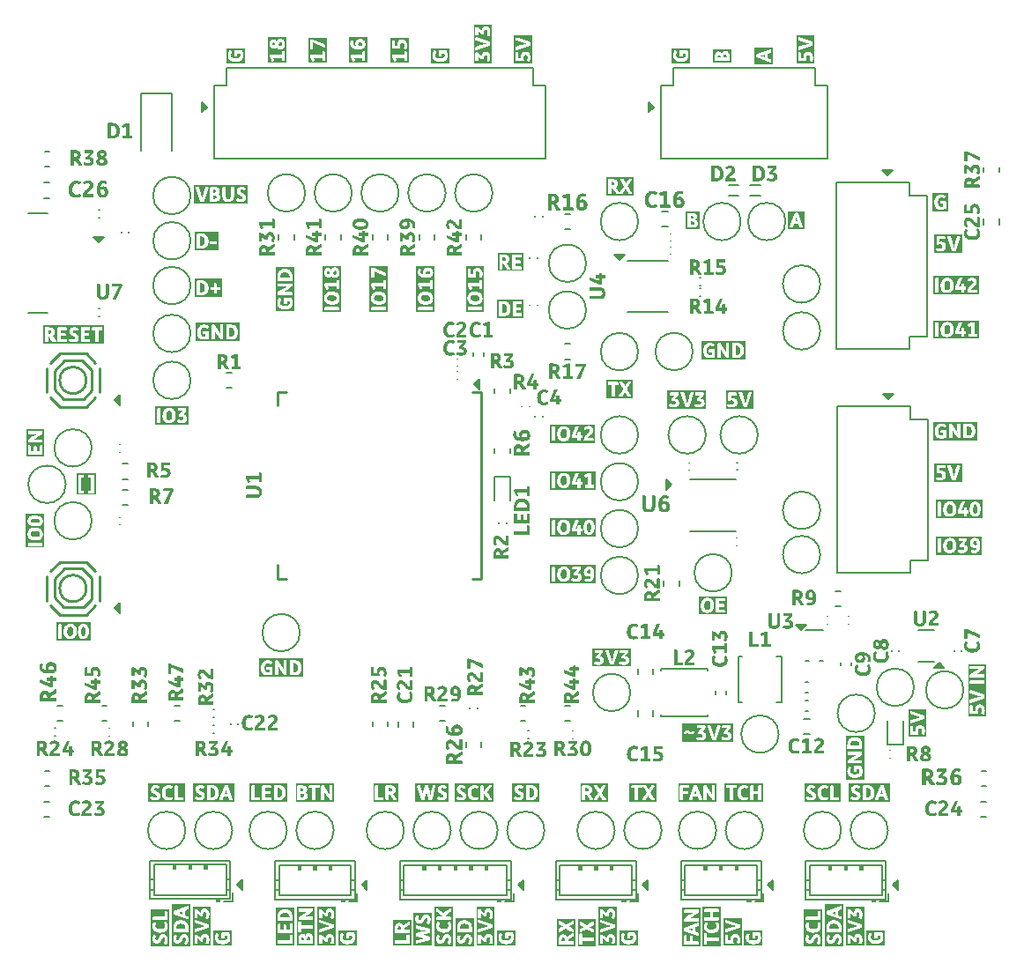
<source format=gto>
G04 #@! TF.GenerationSoftware,KiCad,Pcbnew,8.0.3+1*
G04 #@! TF.CreationDate,2024-08-22T20:15:40+00:00*
G04 #@! TF.ProjectId,AstraControl,41737472-6143-46f6-9e74-726f6c2e6b69,rev?*
G04 #@! TF.SameCoordinates,Original*
G04 #@! TF.FileFunction,Legend,Top*
G04 #@! TF.FilePolarity,Positive*
%FSLAX46Y46*%
G04 Gerber Fmt 4.6, Leading zero omitted, Abs format (unit mm)*
G04 Created by KiCad (PCBNEW 8.0.3+1) date 2024-08-22 20:15:40*
%MOMM*%
%LPD*%
G01*
G04 APERTURE LIST*
%ADD10C,0.300000*%
%ADD11C,0.275000*%
%ADD12C,0.150000*%
%ADD13C,0.100000*%
%ADD14C,0.160000*%
%ADD15C,0.250000*%
%ADD16C,0.200000*%
%ADD17C,1.880000*%
%ADD18O,1.110000X1.810000*%
%ADD19C,2.780000*%
%ADD20C,0.880000*%
%ADD21C,11.080000*%
%ADD22C,0.680000*%
%ADD23O,2.080000X0.980000*%
%ADD24O,1.780000X0.980000*%
G04 APERTURE END LIST*
D10*
G36*
X123818652Y-84171572D02*
G01*
X123898218Y-84179903D01*
X123967475Y-84198836D01*
X124034004Y-84233458D01*
X124087069Y-84281928D01*
X124110711Y-84316317D01*
X124140203Y-84384155D01*
X124157594Y-84456451D01*
X124166249Y-84528030D01*
X124169134Y-84608480D01*
X124167914Y-84661664D01*
X124160457Y-84742756D01*
X124146222Y-84814415D01*
X124120192Y-84887953D01*
X124084401Y-84947908D01*
X124030307Y-85000685D01*
X123993531Y-85021204D01*
X123924475Y-85041774D01*
X123855238Y-85050824D01*
X123784452Y-85053344D01*
X123712986Y-85053344D01*
X123712986Y-84171139D01*
X123794026Y-84171139D01*
X123818652Y-84171572D01*
G37*
G36*
X125476344Y-85486556D02*
G01*
X123225748Y-85486556D01*
X123225748Y-83945801D01*
X123381304Y-83945801D01*
X123381304Y-85053344D01*
X123381304Y-85278683D01*
X123381776Y-85288032D01*
X123434989Y-85331000D01*
X123809071Y-85331000D01*
X123869596Y-85329833D01*
X123945311Y-85324651D01*
X124015332Y-85315322D01*
X124094848Y-85297831D01*
X124165465Y-85273862D01*
X124227183Y-85243415D01*
X124289497Y-85198327D01*
X124317322Y-85172116D01*
X124367588Y-85115279D01*
X124410672Y-85052555D01*
X124446576Y-84983942D01*
X124475299Y-84909442D01*
X124496841Y-84829054D01*
X124511202Y-84742779D01*
X124516210Y-84686101D01*
X124642379Y-84686101D01*
X124642379Y-84866645D01*
X124687173Y-84915200D01*
X125274284Y-84915200D01*
X125320788Y-84866645D01*
X125320788Y-84686101D01*
X125274284Y-84637545D01*
X124687173Y-84637545D01*
X124642379Y-84686101D01*
X124516210Y-84686101D01*
X124517261Y-84674208D01*
X124519281Y-84602325D01*
X124519103Y-84581292D01*
X124514831Y-84500079D01*
X124504864Y-84423535D01*
X124489202Y-84351661D01*
X124467844Y-84284456D01*
X124433137Y-84207017D01*
X124389532Y-84136875D01*
X124337027Y-84074028D01*
X124303588Y-84041763D01*
X124239723Y-83995040D01*
X124165690Y-83957133D01*
X124099143Y-83933154D01*
X124026088Y-83914818D01*
X123946526Y-83902123D01*
X123860456Y-83895071D01*
X123791632Y-83893484D01*
X123434989Y-83893484D01*
X123428488Y-83893688D01*
X123381304Y-83945801D01*
X123225748Y-83945801D01*
X123225748Y-83737928D01*
X125476344Y-83737928D01*
X125476344Y-85486556D01*
G37*
G36*
X195774315Y-109921530D02*
G01*
X195848233Y-109935228D01*
X195909595Y-109968494D01*
X195958402Y-110021327D01*
X195981643Y-110063803D01*
X196005151Y-110135696D01*
X196018709Y-110212907D01*
X196025120Y-110289716D01*
X196026790Y-110361216D01*
X196024166Y-110444140D01*
X196016295Y-110518908D01*
X195997638Y-110605910D01*
X195969652Y-110678412D01*
X195932338Y-110736413D01*
X195872577Y-110788524D01*
X195798240Y-110817978D01*
X195728276Y-110825228D01*
X195711778Y-110824837D01*
X195636978Y-110811139D01*
X195575002Y-110777874D01*
X195525848Y-110725040D01*
X195502723Y-110682565D01*
X195479332Y-110610672D01*
X195465842Y-110533460D01*
X195459463Y-110456652D01*
X195457802Y-110385152D01*
X195460440Y-110302228D01*
X195468356Y-110227460D01*
X195487120Y-110140458D01*
X195515266Y-110067956D01*
X195552794Y-110009954D01*
X195612898Y-109957843D01*
X195687660Y-109928389D01*
X195758025Y-109921139D01*
X195774315Y-109921530D01*
G37*
G36*
X198224588Y-109920968D02*
G01*
X198282910Y-109960246D01*
X198320181Y-110020986D01*
X198335869Y-110065384D01*
X198351737Y-110138645D01*
X198360889Y-110215931D01*
X198365216Y-110291970D01*
X198366343Y-110362242D01*
X198366149Y-110390726D01*
X198363228Y-110470754D01*
X198356804Y-110542644D01*
X198342787Y-110625837D01*
X198322541Y-110694561D01*
X198288472Y-110760121D01*
X198234740Y-110808952D01*
X198166992Y-110825228D01*
X198122497Y-110818689D01*
X198063138Y-110780166D01*
X198025429Y-110720595D01*
X198009741Y-110676789D01*
X197993873Y-110604170D01*
X197984722Y-110527304D01*
X197980394Y-110451521D01*
X197979267Y-110381390D01*
X197979464Y-110352653D01*
X197982419Y-110271916D01*
X197988921Y-110199389D01*
X198003106Y-110115459D01*
X198023596Y-110046125D01*
X198058074Y-109979985D01*
X198112450Y-109930721D01*
X198181012Y-109914300D01*
X198224588Y-109920968D01*
G37*
G36*
X198853581Y-111258440D02*
G01*
X194430983Y-111258440D01*
X194430983Y-109710504D01*
X194586539Y-109710504D01*
X194586539Y-111029025D01*
X194586744Y-111035318D01*
X194639197Y-111081000D01*
X194865562Y-111081000D01*
X194871938Y-111080796D01*
X194918220Y-111029025D01*
X194918220Y-110392674D01*
X195107655Y-110392674D01*
X195107815Y-110415457D01*
X195111654Y-110502753D01*
X195120611Y-110583916D01*
X195134687Y-110658945D01*
X195153881Y-110727840D01*
X195185071Y-110805334D01*
X195224259Y-110873245D01*
X195271444Y-110931572D01*
X195303240Y-110962187D01*
X195361054Y-111006521D01*
X195424896Y-111042490D01*
X195494765Y-111070093D01*
X195570661Y-111089333D01*
X195652585Y-111100207D01*
X195722463Y-111102884D01*
X195800709Y-111099753D01*
X195874050Y-111090360D01*
X195942486Y-111074706D01*
X196021133Y-111046332D01*
X196092118Y-111008174D01*
X196155438Y-110960233D01*
X196211095Y-110902507D01*
X196231178Y-110876841D01*
X196275715Y-110807640D01*
X196312155Y-110731243D01*
X196335476Y-110664944D01*
X196343721Y-110632716D01*
X196501403Y-110632716D01*
X196501403Y-110749318D01*
X196544145Y-110789667D01*
X197070391Y-110789667D01*
X197070391Y-111039283D01*
X197109714Y-111081000D01*
X197362749Y-111081000D01*
X197402072Y-111039283D01*
X197402072Y-110789667D01*
X197512861Y-110789667D01*
X197551842Y-110748976D01*
X197551842Y-110552702D01*
X197512861Y-110512011D01*
X197402072Y-110512011D01*
X197402072Y-110395068D01*
X197647585Y-110395068D01*
X197647715Y-110416472D01*
X197650833Y-110498895D01*
X197658107Y-110576211D01*
X197669538Y-110648419D01*
X197685126Y-110715520D01*
X197710456Y-110792212D01*
X197742280Y-110860924D01*
X197780600Y-110921655D01*
X197815595Y-110964131D01*
X197874620Y-111017225D01*
X197941483Y-111057577D01*
X198016183Y-111085186D01*
X198084421Y-111098459D01*
X198158102Y-111102884D01*
X198189914Y-111102118D01*
X198265437Y-111093508D01*
X198335232Y-111075331D01*
X198399301Y-111047587D01*
X198457643Y-111010275D01*
X198510258Y-110963397D01*
X198557146Y-110906952D01*
X198574205Y-110881762D01*
X198612039Y-110813048D01*
X198642994Y-110736137D01*
X198662805Y-110668705D01*
X198678214Y-110596027D01*
X198689220Y-110518102D01*
X198695824Y-110434931D01*
X198698025Y-110346512D01*
X198697895Y-110325108D01*
X198694769Y-110242668D01*
X198687476Y-110165315D01*
X198676016Y-110093048D01*
X198660388Y-110025868D01*
X198634993Y-109949045D01*
X198603087Y-109880169D01*
X198564668Y-109819241D01*
X198529678Y-109776445D01*
X198470682Y-109722950D01*
X198403871Y-109682294D01*
X198329247Y-109654477D01*
X198261091Y-109641103D01*
X198187509Y-109636645D01*
X198155696Y-109637414D01*
X198080174Y-109646070D01*
X198010378Y-109664342D01*
X197946310Y-109692232D01*
X197887968Y-109729738D01*
X197835353Y-109776862D01*
X197788465Y-109833602D01*
X197771405Y-109858877D01*
X197733571Y-109927789D01*
X197702616Y-110004882D01*
X197682805Y-110072448D01*
X197667397Y-110145249D01*
X197656390Y-110223286D01*
X197649787Y-110306559D01*
X197647925Y-110381390D01*
X197647585Y-110395068D01*
X197402072Y-110395068D01*
X197402072Y-110250427D01*
X197362749Y-110205633D01*
X197109714Y-110205633D01*
X197070391Y-110250427D01*
X197070391Y-110512011D01*
X196836504Y-110512011D01*
X197186308Y-109710846D01*
X197154850Y-109658529D01*
X196945241Y-109658529D01*
X196929127Y-109659548D01*
X196872407Y-109700246D01*
X196524654Y-110503121D01*
X196507216Y-110562020D01*
X196501403Y-110632716D01*
X196343721Y-110632716D01*
X196353615Y-110594040D01*
X196366571Y-110518530D01*
X196374345Y-110438414D01*
X196376936Y-110353693D01*
X196376776Y-110330911D01*
X196372929Y-110243615D01*
X196363953Y-110162452D01*
X196349848Y-110087423D01*
X196330614Y-110018527D01*
X196299359Y-109941033D01*
X196260089Y-109873123D01*
X196212805Y-109814796D01*
X196181013Y-109784180D01*
X196123217Y-109739847D01*
X196059410Y-109703878D01*
X195989593Y-109676274D01*
X195913765Y-109657035D01*
X195831927Y-109646161D01*
X195762128Y-109643484D01*
X195683883Y-109646620D01*
X195610542Y-109656029D01*
X195542106Y-109671710D01*
X195463458Y-109700132D01*
X195392474Y-109738355D01*
X195329153Y-109786378D01*
X195273496Y-109844203D01*
X195253414Y-109869827D01*
X195208876Y-109938936D01*
X195172437Y-110015258D01*
X195149115Y-110081509D01*
X195130977Y-110152376D01*
X195118020Y-110227859D01*
X195110246Y-110307959D01*
X195107885Y-110385152D01*
X195107655Y-110392674D01*
X194918220Y-110392674D01*
X194918220Y-109710504D01*
X194918015Y-109704210D01*
X194865562Y-109658529D01*
X194639197Y-109658529D01*
X194632821Y-109658732D01*
X194586539Y-109710504D01*
X194430983Y-109710504D01*
X194430983Y-109481089D01*
X198853581Y-109481089D01*
X198853581Y-111258440D01*
G37*
G36*
X165089953Y-125508440D02*
G01*
X161363544Y-125508440D01*
X161363544Y-125164475D01*
X161519100Y-125164475D01*
X161531410Y-125221921D01*
X161584245Y-125258796D01*
X161648717Y-125290903D01*
X161717425Y-125315954D01*
X161754651Y-125326593D01*
X161824014Y-125341199D01*
X161896407Y-125349962D01*
X161971829Y-125352884D01*
X162014733Y-125351898D01*
X162082874Y-125345874D01*
X162159089Y-125331416D01*
X162229245Y-125309073D01*
X162293343Y-125278843D01*
X162351382Y-125240727D01*
X162369187Y-125226232D01*
X162422458Y-125168010D01*
X162456919Y-125108833D01*
X162481042Y-125041097D01*
X162494826Y-124964802D01*
X162498416Y-124894684D01*
X162498306Y-124883443D01*
X162491364Y-124809562D01*
X162470206Y-124735426D01*
X162434944Y-124672273D01*
X162385576Y-124620106D01*
X162326292Y-124578026D01*
X162261281Y-124545478D01*
X162190542Y-124522461D01*
X162114076Y-124508976D01*
X162354459Y-124235424D01*
X162395753Y-124177588D01*
X162423511Y-124111191D01*
X162432764Y-124041886D01*
X162432764Y-123963923D01*
X162634508Y-123963923D01*
X163079372Y-125286547D01*
X163086132Y-125301654D01*
X163150154Y-125331000D01*
X163385408Y-125331000D01*
X163432938Y-125319374D01*
X163460293Y-125274921D01*
X163496510Y-125164475D01*
X163955080Y-125164475D01*
X163967390Y-125221921D01*
X164020225Y-125258796D01*
X164084697Y-125290903D01*
X164153406Y-125315954D01*
X164190632Y-125326593D01*
X164259995Y-125341199D01*
X164332387Y-125349962D01*
X164407809Y-125352884D01*
X164450713Y-125351898D01*
X164518854Y-125345874D01*
X164595069Y-125331416D01*
X164665226Y-125309073D01*
X164729323Y-125278843D01*
X164787362Y-125240727D01*
X164805167Y-125226232D01*
X164858439Y-125168010D01*
X164892900Y-125108833D01*
X164917022Y-125041097D01*
X164930807Y-124964802D01*
X164934397Y-124894684D01*
X164934286Y-124883443D01*
X164927344Y-124809562D01*
X164906187Y-124735426D01*
X164870924Y-124672273D01*
X164821556Y-124620106D01*
X164762273Y-124578026D01*
X164697261Y-124545478D01*
X164626522Y-124522461D01*
X164550056Y-124508976D01*
X164790440Y-124235424D01*
X164831733Y-124177588D01*
X164859491Y-124111191D01*
X164868744Y-124041886D01*
X164868744Y-123952297D01*
X164826344Y-123908529D01*
X164081256Y-123908529D01*
X164037146Y-123947168D01*
X164037146Y-124145836D01*
X164081940Y-124186184D01*
X164502526Y-124186184D01*
X164209484Y-124499743D01*
X164193231Y-124529011D01*
X164182813Y-124599590D01*
X164182813Y-124705591D01*
X164225897Y-124747650D01*
X164307963Y-124747650D01*
X164335147Y-124747650D01*
X164407125Y-124747650D01*
X164417881Y-124747859D01*
X164485771Y-124756198D01*
X164550740Y-124780134D01*
X164586644Y-124826638D01*
X164591274Y-124836656D01*
X164602715Y-124904600D01*
X164590543Y-124971780D01*
X164547321Y-125029750D01*
X164532884Y-125040409D01*
X164466757Y-125067723D01*
X164394131Y-125075228D01*
X164354894Y-125073850D01*
X164287051Y-125064804D01*
X164220255Y-125047315D01*
X164154506Y-125021383D01*
X164089805Y-124987008D01*
X164031333Y-125003079D01*
X163955080Y-125164475D01*
X163496510Y-125164475D01*
X163887718Y-123971446D01*
X163890838Y-123960202D01*
X163846002Y-123908529D01*
X163628528Y-123908529D01*
X163608584Y-123910260D01*
X163559114Y-123957769D01*
X163439435Y-124379381D01*
X163418658Y-124450302D01*
X163397616Y-124522940D01*
X163378342Y-124589909D01*
X163356898Y-124664754D01*
X163333286Y-124747474D01*
X163314153Y-124814682D01*
X163293800Y-124886320D01*
X163272226Y-124962388D01*
X163251646Y-124887813D01*
X163230937Y-124813516D01*
X163210100Y-124739497D01*
X163189135Y-124665755D01*
X163168041Y-124592292D01*
X163146820Y-124519106D01*
X163125470Y-124446198D01*
X163103992Y-124373568D01*
X162986364Y-123957769D01*
X162980454Y-123941035D01*
X162919002Y-123908529D01*
X162674173Y-123908529D01*
X162637244Y-123925284D01*
X162634508Y-123963923D01*
X162432764Y-123963923D01*
X162432764Y-123952297D01*
X162390363Y-123908529D01*
X161645276Y-123908529D01*
X161601166Y-123947168D01*
X161601166Y-124145836D01*
X161645960Y-124186184D01*
X162066546Y-124186184D01*
X161773503Y-124499743D01*
X161757251Y-124529011D01*
X161746832Y-124599590D01*
X161746832Y-124705591D01*
X161789916Y-124747650D01*
X161871982Y-124747650D01*
X161899167Y-124747650D01*
X161971145Y-124747650D01*
X161981900Y-124747859D01*
X162049791Y-124756198D01*
X162114759Y-124780134D01*
X162150663Y-124826638D01*
X162155293Y-124836656D01*
X162166734Y-124904600D01*
X162154563Y-124971780D01*
X162111340Y-125029750D01*
X162096904Y-125040409D01*
X162030776Y-125067723D01*
X161958151Y-125075228D01*
X161918913Y-125073850D01*
X161851070Y-125064804D01*
X161784274Y-125047315D01*
X161718526Y-125021383D01*
X161653824Y-124987008D01*
X161595353Y-125003079D01*
X161519100Y-125164475D01*
X161363544Y-125164475D01*
X161363544Y-123752973D01*
X165089953Y-123752973D01*
X165089953Y-125508440D01*
G37*
G36*
X163353690Y-78939048D02*
G01*
X163423775Y-78950682D01*
X163488457Y-78982004D01*
X163518845Y-79022602D01*
X163532910Y-79092109D01*
X163527074Y-79145697D01*
X163493463Y-79212547D01*
X163429974Y-79256144D01*
X163362751Y-79273583D01*
X163293894Y-79278124D01*
X163233370Y-79278124D01*
X163233370Y-78936184D01*
X163283293Y-78936184D01*
X163353690Y-78939048D01*
G37*
G36*
X165365339Y-80236556D02*
G01*
X162746132Y-80236556D01*
X162746132Y-78710504D01*
X162901688Y-78710504D01*
X162901688Y-79278124D01*
X162901688Y-80029025D01*
X162901894Y-80035318D01*
X162954347Y-80081000D01*
X163180711Y-80081000D01*
X163187088Y-80080796D01*
X163233370Y-80029025D01*
X163233370Y-79555780D01*
X163249441Y-79555780D01*
X163308939Y-79563302D01*
X163348604Y-79607413D01*
X163627969Y-80038941D01*
X163658402Y-80073819D01*
X163705931Y-80081000D01*
X163950760Y-80081000D01*
X163981407Y-80076405D01*
X163981435Y-80061509D01*
X164025987Y-80061509D01*
X164066336Y-80081000D01*
X164291674Y-80081000D01*
X164324366Y-80077456D01*
X164379895Y-80036205D01*
X164540949Y-79738718D01*
X164598737Y-79618697D01*
X164656524Y-79719569D01*
X164835017Y-80036547D01*
X164856509Y-80061856D01*
X164922896Y-80081000D01*
X165171828Y-80081000D01*
X165209783Y-80061851D01*
X165204996Y-80015689D01*
X164934180Y-79566038D01*
X164915760Y-79536006D01*
X164879002Y-79477662D01*
X164840747Y-79417908D01*
X164800823Y-79356087D01*
X164833307Y-79303428D01*
X164843638Y-79286498D01*
X164881179Y-79227859D01*
X165189267Y-78715975D01*
X165158150Y-78658529D01*
X164926999Y-78658529D01*
X164901937Y-78660493D01*
X164842882Y-78699562D01*
X164703712Y-78956017D01*
X164672116Y-79016918D01*
X164640453Y-79080141D01*
X164610664Y-79018099D01*
X164573433Y-78955333D01*
X164425031Y-78699220D01*
X164406772Y-78677762D01*
X164338862Y-78658529D01*
X164089930Y-78658529D01*
X164054710Y-78678362D01*
X164061207Y-78720078D01*
X164262610Y-79054154D01*
X164265830Y-79059663D01*
X164303194Y-79122467D01*
X164340246Y-79183068D01*
X164380237Y-79247008D01*
X164409601Y-79292806D01*
X164449993Y-79349932D01*
X164434971Y-79370854D01*
X164393473Y-79430613D01*
X164355445Y-79487636D01*
X164315813Y-79549077D01*
X164274577Y-79614935D01*
X164033510Y-80015689D01*
X164025987Y-80061509D01*
X163981435Y-80061509D01*
X163981535Y-80007482D01*
X163650195Y-79483972D01*
X163676157Y-79465963D01*
X163733734Y-79417071D01*
X163780843Y-79362653D01*
X163817483Y-79302708D01*
X163843654Y-79237237D01*
X163859357Y-79166240D01*
X163864591Y-79089715D01*
X163860223Y-79014589D01*
X163844531Y-78938187D01*
X163817427Y-78871872D01*
X163773293Y-78809325D01*
X163763821Y-78799294D01*
X163711808Y-78754668D01*
X163652049Y-78719258D01*
X163584543Y-78693065D01*
X163577344Y-78690940D01*
X163507085Y-78674853D01*
X163436368Y-78665140D01*
X163368109Y-78660182D01*
X163293894Y-78658529D01*
X162955715Y-78658529D01*
X162949173Y-78658732D01*
X162901688Y-78710504D01*
X162746132Y-78710504D01*
X162746132Y-78502973D01*
X165365339Y-78502973D01*
X165365339Y-80236556D01*
G37*
G36*
X151921724Y-138508440D02*
G01*
X148144869Y-138508440D01*
X148144869Y-138142729D01*
X148300425Y-138142729D01*
X148317704Y-138208927D01*
X148322009Y-138212775D01*
X148381795Y-138255771D01*
X148443077Y-138287120D01*
X148507138Y-138311851D01*
X148553461Y-138325796D01*
X148625468Y-138341303D01*
X148700505Y-138350319D01*
X148769748Y-138352884D01*
X148799136Y-138352415D01*
X148869077Y-138347140D01*
X148946350Y-138333076D01*
X149016362Y-138310572D01*
X149079114Y-138279629D01*
X149143147Y-138232863D01*
X149182156Y-138193354D01*
X149225661Y-138131675D01*
X149256207Y-138062568D01*
X149273795Y-137986031D01*
X149278555Y-137914517D01*
X149278496Y-137906770D01*
X149271444Y-137832906D01*
X149252637Y-137765586D01*
X149218374Y-137699094D01*
X149182739Y-137651120D01*
X149166606Y-137634810D01*
X149416699Y-137634810D01*
X149416856Y-137655092D01*
X149420631Y-137733668D01*
X149429438Y-137808163D01*
X149443279Y-137878576D01*
X149462152Y-137944907D01*
X149492822Y-138022081D01*
X149531355Y-138092876D01*
X149577752Y-138157294D01*
X149620222Y-138203135D01*
X149679276Y-138251842D01*
X149744957Y-138290998D01*
X149817267Y-138320604D01*
X149896205Y-138340659D01*
X149964129Y-138349828D01*
X150036294Y-138352884D01*
X150049957Y-138352770D01*
X150119113Y-138348796D01*
X150189671Y-138339146D01*
X150261632Y-138323819D01*
X150323864Y-138305682D01*
X150391329Y-138279180D01*
X150454145Y-138244831D01*
X150459524Y-138241023D01*
X150477055Y-138172681D01*
X150402854Y-138024621D01*
X150400129Y-138019757D01*
X150331046Y-138010260D01*
X150294610Y-138028976D01*
X150226879Y-138054672D01*
X150156389Y-138070089D01*
X150083140Y-138075228D01*
X150066323Y-138074886D01*
X149994123Y-138064227D01*
X149928241Y-138036247D01*
X149871992Y-137990171D01*
X149831130Y-137929904D01*
X149827052Y-137921416D01*
X149800811Y-137856135D01*
X149782233Y-137787999D01*
X149778626Y-137769181D01*
X149769791Y-137700459D01*
X149766845Y-137627287D01*
X149768240Y-137572748D01*
X149775561Y-137497350D01*
X149792033Y-137419110D01*
X149817046Y-137351341D01*
X149856092Y-137286715D01*
X149885257Y-137253419D01*
X149943644Y-137207708D01*
X150009605Y-137180281D01*
X150083140Y-137171139D01*
X150103470Y-137171824D01*
X150171324Y-137184006D01*
X150239311Y-137211415D01*
X150300614Y-137249101D01*
X150339434Y-137263062D01*
X150394305Y-137220720D01*
X150476713Y-137089415D01*
X150481265Y-137080407D01*
X150456880Y-137015556D01*
X150409980Y-136980389D01*
X150372661Y-136960504D01*
X150642212Y-136960504D01*
X150642212Y-138279025D01*
X150642421Y-138285318D01*
X150695896Y-138331000D01*
X150928073Y-138331000D01*
X150934574Y-138330798D01*
X150981758Y-138279367D01*
X150981758Y-137755173D01*
X151025526Y-137764747D01*
X151066559Y-137808857D01*
X151386957Y-138281760D01*
X151423886Y-138321083D01*
X151478597Y-138331000D01*
X151729239Y-138331000D01*
X151766168Y-138313903D01*
X151760013Y-138269450D01*
X151297711Y-137593435D01*
X151730265Y-136978969D01*
X151740181Y-136930413D01*
X151699832Y-136908529D01*
X151476545Y-136908529D01*
X151457502Y-136910640D01*
X151400976Y-136952639D01*
X151069295Y-137433065D01*
X151035101Y-137469311D01*
X150986545Y-137477517D01*
X150973893Y-137477517D01*
X150973893Y-136960846D01*
X150973688Y-136954511D01*
X150921235Y-136908529D01*
X150694870Y-136908529D01*
X150688494Y-136908732D01*
X150642212Y-136960504D01*
X150372661Y-136960504D01*
X150345546Y-136946056D01*
X150272216Y-136920306D01*
X150204312Y-136905405D01*
X150130231Y-136896464D01*
X150049972Y-136893484D01*
X149995390Y-136895344D01*
X149926139Y-136903612D01*
X149845240Y-136923249D01*
X149770636Y-136953220D01*
X149702327Y-136993527D01*
X149640312Y-137044168D01*
X149584591Y-137105145D01*
X149564261Y-137131978D01*
X149519172Y-137202718D01*
X149482282Y-137278685D01*
X149458672Y-137343220D01*
X149440309Y-137411101D01*
X149427192Y-137482326D01*
X149419322Y-137556895D01*
X149416699Y-137634810D01*
X149166606Y-137634810D01*
X149133824Y-137601668D01*
X149073733Y-137559241D01*
X149031503Y-137535583D01*
X148968800Y-137502420D01*
X148906866Y-137472046D01*
X148886756Y-137462178D01*
X148827006Y-137428409D01*
X148768722Y-137386219D01*
X148734758Y-137349642D01*
X148712986Y-137282270D01*
X148715508Y-137257607D01*
X148753335Y-137197468D01*
X148786979Y-137177257D01*
X148856943Y-137164300D01*
X148869806Y-137164591D01*
X148941984Y-137176603D01*
X149009704Y-137202809D01*
X149072365Y-137238843D01*
X149087080Y-137246712D01*
X149150669Y-137221404D01*
X149229316Y-137086680D01*
X149240942Y-137039834D01*
X149206406Y-136998117D01*
X149187205Y-136984619D01*
X149126413Y-136949348D01*
X149060837Y-136921916D01*
X148990476Y-136902321D01*
X148915331Y-136890564D01*
X148835401Y-136886645D01*
X148788779Y-136888365D01*
X148711563Y-136899655D01*
X148639910Y-136921483D01*
X148573820Y-136953848D01*
X148513293Y-136996750D01*
X148468438Y-137041465D01*
X148427836Y-137102293D01*
X148399865Y-137172448D01*
X148385945Y-137240004D01*
X148381304Y-137314412D01*
X148381363Y-137322116D01*
X148388335Y-137395633D01*
X148406928Y-137462739D01*
X148440802Y-137529150D01*
X148476463Y-137577067D01*
X148525486Y-137626817D01*
X148585785Y-137670030D01*
X148628313Y-137694179D01*
X148691305Y-137727999D01*
X148753335Y-137758934D01*
X148773515Y-137768775D01*
X148833269Y-137802088D01*
X148891137Y-137843051D01*
X148925101Y-137878442D01*
X148946873Y-137944265D01*
X148945368Y-137967670D01*
X148914083Y-138033791D01*
X148850510Y-138067043D01*
X148775561Y-138075228D01*
X148734710Y-138073492D01*
X148664918Y-138062097D01*
X148597285Y-138040066D01*
X148531812Y-138007400D01*
X148468499Y-137964098D01*
X148456499Y-137956329D01*
X148389853Y-137979143D01*
X148305394Y-138131648D01*
X148300425Y-138142729D01*
X148144869Y-138142729D01*
X148144869Y-136731089D01*
X151921724Y-136731089D01*
X151921724Y-138508440D01*
G37*
G36*
X163758440Y-152334432D02*
G01*
X162002973Y-152334432D01*
X162002973Y-151307613D01*
X162158529Y-151307613D01*
X162158529Y-152052700D01*
X162197168Y-152096810D01*
X162395836Y-152096810D01*
X162436184Y-152052016D01*
X162436184Y-151631430D01*
X162749743Y-151924473D01*
X162779011Y-151940725D01*
X162849590Y-151951144D01*
X162955591Y-151951144D01*
X162997650Y-151908060D01*
X162997650Y-151825994D01*
X162997650Y-151798809D01*
X162997650Y-151726831D01*
X162997859Y-151716076D01*
X163006198Y-151648185D01*
X163030134Y-151583217D01*
X163076638Y-151547313D01*
X163086656Y-151542683D01*
X163154600Y-151531242D01*
X163221780Y-151543413D01*
X163279750Y-151586636D01*
X163290409Y-151601072D01*
X163317723Y-151667200D01*
X163325228Y-151739825D01*
X163323850Y-151779063D01*
X163314804Y-151846906D01*
X163297315Y-151913702D01*
X163271383Y-151979450D01*
X163237008Y-152044152D01*
X163253079Y-152102623D01*
X163414475Y-152178876D01*
X163471921Y-152166566D01*
X163508796Y-152113731D01*
X163540903Y-152049259D01*
X163565954Y-151980551D01*
X163576593Y-151943325D01*
X163591199Y-151873962D01*
X163599962Y-151801569D01*
X163602884Y-151726147D01*
X163601898Y-151683243D01*
X163595874Y-151615102D01*
X163581416Y-151538887D01*
X163559073Y-151468731D01*
X163528843Y-151404633D01*
X163490727Y-151346594D01*
X163476232Y-151328789D01*
X163418010Y-151275518D01*
X163358833Y-151241057D01*
X163291097Y-151216934D01*
X163214802Y-151203150D01*
X163144684Y-151199560D01*
X163133443Y-151199670D01*
X163059562Y-151206612D01*
X162985426Y-151227770D01*
X162922273Y-151263032D01*
X162870106Y-151312400D01*
X162828026Y-151371684D01*
X162795478Y-151436695D01*
X162772461Y-151507434D01*
X162758976Y-151583900D01*
X162485424Y-151343517D01*
X162427588Y-151302223D01*
X162361191Y-151274465D01*
X162291886Y-151265212D01*
X162202297Y-151265212D01*
X162158529Y-151307613D01*
X162002973Y-151307613D01*
X162002973Y-149851974D01*
X162158529Y-149851974D01*
X162158529Y-150069448D01*
X162160260Y-150089392D01*
X162207769Y-150138862D01*
X162629381Y-150258541D01*
X162700302Y-150279318D01*
X162772940Y-150300360D01*
X162839909Y-150319634D01*
X162914754Y-150341078D01*
X162997474Y-150364690D01*
X163064682Y-150383823D01*
X163136320Y-150404176D01*
X163212388Y-150425750D01*
X163137813Y-150446330D01*
X163063516Y-150467039D01*
X162989497Y-150487876D01*
X162915755Y-150508841D01*
X162842292Y-150529935D01*
X162769106Y-150551156D01*
X162696198Y-150572506D01*
X162623568Y-150593984D01*
X162207769Y-150711612D01*
X162191035Y-150717522D01*
X162158529Y-150778974D01*
X162158529Y-151023803D01*
X162175284Y-151060732D01*
X162213923Y-151063468D01*
X163536547Y-150618604D01*
X163551654Y-150611844D01*
X163581000Y-150547822D01*
X163581000Y-150312568D01*
X163569374Y-150265038D01*
X163524921Y-150237683D01*
X162221446Y-149810258D01*
X162210202Y-149807138D01*
X162158529Y-149851974D01*
X162002973Y-149851974D01*
X162002973Y-148871632D01*
X162158529Y-148871632D01*
X162158529Y-149616720D01*
X162197168Y-149660830D01*
X162395836Y-149660830D01*
X162436184Y-149616036D01*
X162436184Y-149195450D01*
X162749743Y-149488492D01*
X162779011Y-149504745D01*
X162849590Y-149515163D01*
X162955591Y-149515163D01*
X162997650Y-149472079D01*
X162997650Y-149390013D01*
X162997650Y-149362829D01*
X162997650Y-149290851D01*
X162997859Y-149280095D01*
X163006198Y-149212205D01*
X163030134Y-149147236D01*
X163076638Y-149111332D01*
X163086656Y-149106702D01*
X163154600Y-149095261D01*
X163221780Y-149107433D01*
X163279750Y-149150655D01*
X163290409Y-149165092D01*
X163317723Y-149231219D01*
X163325228Y-149303845D01*
X163323850Y-149343082D01*
X163314804Y-149410925D01*
X163297315Y-149477721D01*
X163271383Y-149543470D01*
X163237008Y-149608171D01*
X163253079Y-149666643D01*
X163414475Y-149742896D01*
X163471921Y-149730586D01*
X163508796Y-149677751D01*
X163540903Y-149613279D01*
X163565954Y-149544570D01*
X163576593Y-149507344D01*
X163591199Y-149437981D01*
X163599962Y-149365589D01*
X163602884Y-149290167D01*
X163601898Y-149247263D01*
X163595874Y-149179122D01*
X163581416Y-149102907D01*
X163559073Y-149032750D01*
X163528843Y-148968653D01*
X163490727Y-148910614D01*
X163476232Y-148892809D01*
X163418010Y-148839537D01*
X163358833Y-148805076D01*
X163291097Y-148780954D01*
X163214802Y-148767169D01*
X163144684Y-148763579D01*
X163133443Y-148763690D01*
X163059562Y-148770632D01*
X162985426Y-148791789D01*
X162922273Y-148827052D01*
X162870106Y-148876420D01*
X162828026Y-148935703D01*
X162795478Y-149000715D01*
X162772461Y-149071454D01*
X162758976Y-149147920D01*
X162485424Y-148907536D01*
X162427588Y-148866243D01*
X162361191Y-148838485D01*
X162291886Y-148829232D01*
X162202297Y-148829232D01*
X162158529Y-148871632D01*
X162002973Y-148871632D01*
X162002973Y-148608023D01*
X163758440Y-148608023D01*
X163758440Y-152334432D01*
G37*
G36*
X126758440Y-152339903D02*
G01*
X124987928Y-152339903D01*
X124987928Y-151527480D01*
X125143484Y-151527480D01*
X125145197Y-151583179D01*
X125152810Y-151654003D01*
X125170892Y-151737004D01*
X125198491Y-151813860D01*
X125235607Y-151884573D01*
X125282240Y-151949140D01*
X125338390Y-152007564D01*
X125363264Y-152028971D01*
X125430302Y-152076447D01*
X125504268Y-152115291D01*
X125568430Y-152140151D01*
X125637026Y-152159487D01*
X125710057Y-152173298D01*
X125787522Y-152181585D01*
X125869422Y-152184347D01*
X125958240Y-152181799D01*
X126041327Y-152174153D01*
X126118685Y-152161410D01*
X126190312Y-152143571D01*
X126287008Y-152107254D01*
X126370812Y-152059469D01*
X126441723Y-152000216D01*
X126499741Y-151929495D01*
X126544866Y-151847305D01*
X126577098Y-151753647D01*
X126591423Y-151684837D01*
X126600019Y-151610930D01*
X126602884Y-151531926D01*
X126602791Y-151518531D01*
X126599566Y-151449796D01*
X126591732Y-151378122D01*
X126579290Y-151303510D01*
X126566745Y-151245487D01*
X126547053Y-151175546D01*
X126520134Y-151107578D01*
X126484914Y-151056971D01*
X126426443Y-151046371D01*
X125821209Y-151046371D01*
X125815163Y-151046580D01*
X125771286Y-151100055D01*
X125771286Y-151593475D01*
X125771483Y-151599976D01*
X125821893Y-151647159D01*
X125996624Y-151647159D01*
X126005974Y-151646675D01*
X126048941Y-151592107D01*
X126048941Y-151378053D01*
X126308473Y-151378053D01*
X126309504Y-151381648D01*
X126322021Y-151450950D01*
X126325228Y-151519616D01*
X126319420Y-151585301D01*
X126298556Y-151650874D01*
X126256947Y-151712534D01*
X126203840Y-151756580D01*
X126155061Y-151782959D01*
X126089918Y-151806836D01*
X126015906Y-151823285D01*
X125945409Y-151831472D01*
X125868397Y-151834200D01*
X125840880Y-151833876D01*
X125763571Y-151829013D01*
X125694123Y-151818313D01*
X125613757Y-151794967D01*
X125547367Y-151761246D01*
X125494954Y-151717149D01*
X125449093Y-151647437D01*
X125428127Y-151579995D01*
X125421139Y-151502177D01*
X125426867Y-151441782D01*
X125447002Y-151370874D01*
X125477072Y-151305211D01*
X125512779Y-151245722D01*
X125523471Y-151225047D01*
X125489527Y-151165366D01*
X125346596Y-151085010D01*
X125339207Y-151081393D01*
X125272737Y-151103133D01*
X125228811Y-151167435D01*
X125193973Y-151238781D01*
X125171884Y-151303618D01*
X125156106Y-151373347D01*
X125146639Y-151447968D01*
X125143484Y-151527480D01*
X124987928Y-151527480D01*
X124987928Y-150890815D01*
X126758440Y-150890815D01*
X126758440Y-152339903D01*
G37*
G36*
X152905665Y-86189048D02*
G01*
X152975750Y-86200682D01*
X153040432Y-86232004D01*
X153070820Y-86272602D01*
X153084885Y-86342109D01*
X153079049Y-86395697D01*
X153045438Y-86462547D01*
X152981949Y-86506144D01*
X152914726Y-86523583D01*
X152845869Y-86528124D01*
X152785345Y-86528124D01*
X152785345Y-86186184D01*
X152835268Y-86186184D01*
X152905665Y-86189048D01*
G37*
G36*
X154745660Y-87486556D02*
G01*
X152298107Y-87486556D01*
X152298107Y-85960504D01*
X152453663Y-85960504D01*
X152453663Y-86528124D01*
X152453663Y-87279025D01*
X152453869Y-87285318D01*
X152506322Y-87331000D01*
X152732686Y-87331000D01*
X152739063Y-87330796D01*
X152785345Y-87279025D01*
X152785345Y-86805780D01*
X152801416Y-86805780D01*
X152860914Y-86813302D01*
X152900579Y-86857413D01*
X153179944Y-87288941D01*
X153210377Y-87323819D01*
X153257906Y-87331000D01*
X153502735Y-87331000D01*
X153533382Y-87326405D01*
X153533510Y-87257482D01*
X153202170Y-86733972D01*
X153228132Y-86715963D01*
X153285709Y-86667071D01*
X153332818Y-86612653D01*
X153369458Y-86552708D01*
X153395629Y-86487237D01*
X153411332Y-86416240D01*
X153416566Y-86339715D01*
X153412198Y-86264589D01*
X153396506Y-86188187D01*
X153369402Y-86121872D01*
X153325268Y-86059325D01*
X153315796Y-86049294D01*
X153263783Y-86004668D01*
X153204024Y-85969258D01*
X153181463Y-85960504D01*
X153681912Y-85960504D01*
X153681912Y-87279025D01*
X153682390Y-87288313D01*
X153736280Y-87331000D01*
X154535736Y-87331000D01*
X154545452Y-87330540D01*
X154590104Y-87278683D01*
X154590104Y-87105661D01*
X154589621Y-87096311D01*
X154535052Y-87053344D01*
X154013594Y-87053344D01*
X154013594Y-86755173D01*
X154447516Y-86755173D01*
X154457354Y-86754710D01*
X154502568Y-86702514D01*
X154502568Y-86528124D01*
X154502084Y-86519080D01*
X154447516Y-86477517D01*
X154013594Y-86477517D01*
X154013594Y-86186184D01*
X154524452Y-86186184D01*
X154534229Y-86185725D01*
X154579162Y-86133868D01*
X154579162Y-85960846D01*
X154578688Y-85951496D01*
X154525136Y-85908529D01*
X153735938Y-85908529D01*
X153729396Y-85908732D01*
X153681912Y-85960504D01*
X153181463Y-85960504D01*
X153136518Y-85943065D01*
X153129319Y-85940940D01*
X153059060Y-85924853D01*
X152988343Y-85915140D01*
X152920084Y-85910182D01*
X152845869Y-85908529D01*
X152507690Y-85908529D01*
X152501148Y-85908732D01*
X152453663Y-85960504D01*
X152298107Y-85960504D01*
X152298107Y-85752973D01*
X154745660Y-85752973D01*
X154745660Y-87486556D01*
G37*
G36*
X193508440Y-132253315D02*
G01*
X191752973Y-132253315D01*
X191752973Y-131244277D01*
X191908529Y-131244277D01*
X191908529Y-131988680D01*
X191946484Y-132032790D01*
X192700462Y-132032790D01*
X192730553Y-131977738D01*
X192727103Y-131966247D01*
X192706019Y-131889774D01*
X192690301Y-131820239D01*
X192678911Y-131749265D01*
X192674475Y-131680250D01*
X192676251Y-131641569D01*
X192694210Y-131566108D01*
X192738416Y-131505232D01*
X192807883Y-131471412D01*
X192876561Y-131463802D01*
X192886564Y-131464013D01*
X192956223Y-131479050D01*
X193016415Y-131517829D01*
X193036402Y-131539764D01*
X193066958Y-131604970D01*
X193075228Y-131676489D01*
X193071040Y-131751096D01*
X193058473Y-131823096D01*
X193037530Y-131892488D01*
X193008208Y-131959273D01*
X193022570Y-132021506D01*
X193187385Y-132097759D01*
X193249618Y-132082372D01*
X193273821Y-132041024D01*
X193304074Y-131973973D01*
X193327067Y-131900887D01*
X193342799Y-131821767D01*
X193350363Y-131751223D01*
X193352884Y-131676489D01*
X193351790Y-131632076D01*
X193345105Y-131561554D01*
X193329060Y-131482702D01*
X193304264Y-131410150D01*
X193270717Y-131343896D01*
X193228418Y-131283942D01*
X193204084Y-131256810D01*
X193149828Y-131210552D01*
X193088119Y-131174968D01*
X193018956Y-131150060D01*
X192942340Y-131135827D01*
X192872800Y-131132120D01*
X192826606Y-131133814D01*
X192750549Y-131144929D01*
X192680579Y-131166417D01*
X192616696Y-131198280D01*
X192558899Y-131240515D01*
X192522845Y-131276619D01*
X192482636Y-131335019D01*
X192454404Y-131402582D01*
X192438149Y-131479307D01*
X192433749Y-131552365D01*
X192435181Y-131608080D01*
X192441826Y-131677359D01*
X192456659Y-131748296D01*
X192186184Y-131748296D01*
X192186184Y-131244961D01*
X192147545Y-131200167D01*
X191947168Y-131200167D01*
X191908529Y-131244277D01*
X191752973Y-131244277D01*
X191752973Y-129787954D01*
X191908529Y-129787954D01*
X191908529Y-130005428D01*
X191910260Y-130025372D01*
X191957769Y-130074842D01*
X192379381Y-130194521D01*
X192450302Y-130215298D01*
X192522940Y-130236340D01*
X192589909Y-130255614D01*
X192664754Y-130277058D01*
X192747474Y-130300670D01*
X192814682Y-130319803D01*
X192886320Y-130340156D01*
X192962388Y-130361730D01*
X192887813Y-130382310D01*
X192813516Y-130403019D01*
X192739497Y-130423856D01*
X192665755Y-130444821D01*
X192592292Y-130465915D01*
X192519106Y-130487136D01*
X192446198Y-130508486D01*
X192373568Y-130529964D01*
X191957769Y-130647592D01*
X191941035Y-130653502D01*
X191908529Y-130714954D01*
X191908529Y-130959783D01*
X191925284Y-130996712D01*
X191963923Y-130999448D01*
X193286547Y-130554584D01*
X193301654Y-130547824D01*
X193331000Y-130483802D01*
X193331000Y-130248548D01*
X193319374Y-130201018D01*
X193274921Y-130173663D01*
X191971446Y-129746238D01*
X191960202Y-129743118D01*
X191908529Y-129787954D01*
X191752973Y-129787954D01*
X191752973Y-129587562D01*
X193508440Y-129587562D01*
X193508440Y-132253315D01*
G37*
G36*
X146008440Y-152336142D02*
G01*
X144231089Y-152336142D01*
X144231089Y-150427801D01*
X144408529Y-150427801D01*
X144408529Y-150643565D01*
X144417420Y-150688360D01*
X144458110Y-150708876D01*
X145055138Y-150852149D01*
X145104329Y-150863297D01*
X145181826Y-150878991D01*
X145253714Y-150891079D01*
X145332574Y-150900825D01*
X145403355Y-150905377D01*
X145475724Y-150904124D01*
X145413411Y-150907709D01*
X145339141Y-150913377D01*
X145268894Y-150920365D01*
X145189910Y-150930490D01*
X145116720Y-150942516D01*
X145049325Y-150956441D01*
X144461530Y-151091849D01*
X144418787Y-151114759D01*
X144408529Y-151163656D01*
X144408529Y-151367794D01*
X144419471Y-151418060D01*
X144461872Y-151439602D01*
X145055138Y-151572958D01*
X145077945Y-151577803D01*
X145147697Y-151590974D01*
X145219444Y-151602102D01*
X145293187Y-151611186D01*
X145368925Y-151618227D01*
X145446659Y-151623224D01*
X145416821Y-151624199D01*
X145341519Y-151630076D01*
X145270645Y-151639124D01*
X145193929Y-151651874D01*
X145125536Y-151665328D01*
X145053086Y-151681353D01*
X144458110Y-151828387D01*
X144418445Y-151852323D01*
X144408529Y-151899511D01*
X144408529Y-152138869D01*
X144409079Y-152149404D01*
X144471104Y-152180586D01*
X145774579Y-151816078D01*
X145801853Y-151803467D01*
X145831000Y-151738799D01*
X145831000Y-151517564D01*
X145819032Y-151470718D01*
X145774237Y-151446099D01*
X145260302Y-151326420D01*
X145237842Y-151321631D01*
X145170222Y-151308788D01*
X145102241Y-151298230D01*
X145033900Y-151289955D01*
X144965198Y-151283964D01*
X144896136Y-151280258D01*
X144976482Y-151274111D01*
X145052621Y-151266185D01*
X145124553Y-151256480D01*
X145203155Y-151242908D01*
X145276031Y-151226915D01*
X145773896Y-151110655D01*
X145798879Y-151101872D01*
X145831000Y-151039874D01*
X145831000Y-150813852D01*
X145819032Y-150762561D01*
X145772528Y-150736573D01*
X144470762Y-150387794D01*
X144463226Y-150385907D01*
X144408529Y-150427801D01*
X144231089Y-150427801D01*
X144231089Y-149749734D01*
X144386645Y-149749734D01*
X144388365Y-149796356D01*
X144399655Y-149873572D01*
X144421483Y-149945225D01*
X144453848Y-150011315D01*
X144496750Y-150071842D01*
X144541465Y-150116697D01*
X144602293Y-150157299D01*
X144672448Y-150185270D01*
X144740004Y-150199190D01*
X144814412Y-150203831D01*
X144822116Y-150203773D01*
X144895633Y-150196800D01*
X144962739Y-150178207D01*
X145029150Y-150144333D01*
X145077067Y-150108672D01*
X145126817Y-150059649D01*
X145170030Y-149999351D01*
X145194179Y-149956822D01*
X145227999Y-149893830D01*
X145258934Y-149831800D01*
X145268775Y-149811620D01*
X145302088Y-149751866D01*
X145343051Y-149693998D01*
X145378442Y-149660034D01*
X145444265Y-149638262D01*
X145467670Y-149639768D01*
X145533791Y-149671052D01*
X145567043Y-149734625D01*
X145575228Y-149809574D01*
X145573492Y-149850425D01*
X145562097Y-149920217D01*
X145540066Y-149987850D01*
X145507400Y-150053323D01*
X145464098Y-150116636D01*
X145456329Y-150128636D01*
X145479143Y-150195282D01*
X145631648Y-150279741D01*
X145642729Y-150284710D01*
X145708927Y-150267431D01*
X145712775Y-150263126D01*
X145755771Y-150203340D01*
X145787120Y-150142058D01*
X145811851Y-150077997D01*
X145825796Y-150031675D01*
X145841303Y-149959667D01*
X145850319Y-149884630D01*
X145852884Y-149815387D01*
X145852415Y-149785999D01*
X145847140Y-149716058D01*
X145833076Y-149638785D01*
X145810572Y-149568773D01*
X145779629Y-149506021D01*
X145732863Y-149441988D01*
X145693354Y-149402979D01*
X145631675Y-149359474D01*
X145562568Y-149328928D01*
X145486031Y-149311341D01*
X145414517Y-149306580D01*
X145406770Y-149306639D01*
X145332906Y-149313691D01*
X145265586Y-149332498D01*
X145199094Y-149366762D01*
X145151120Y-149402396D01*
X145101668Y-149451312D01*
X145059241Y-149511402D01*
X145035583Y-149553632D01*
X145002420Y-149616335D01*
X144972046Y-149678269D01*
X144962178Y-149698379D01*
X144928409Y-149758129D01*
X144886219Y-149816413D01*
X144849642Y-149850377D01*
X144782270Y-149872149D01*
X144757607Y-149869627D01*
X144697468Y-149831800D01*
X144677257Y-149798156D01*
X144664300Y-149728192D01*
X144664591Y-149715329D01*
X144676603Y-149643151D01*
X144702809Y-149575431D01*
X144738843Y-149512770D01*
X144746712Y-149498055D01*
X144721404Y-149434466D01*
X144586680Y-149355819D01*
X144539834Y-149344193D01*
X144498117Y-149378729D01*
X144484619Y-149397930D01*
X144449348Y-149458722D01*
X144421916Y-149524298D01*
X144402321Y-149594659D01*
X144390564Y-149669805D01*
X144386645Y-149749734D01*
X144231089Y-149749734D01*
X144231089Y-149151024D01*
X146008440Y-149151024D01*
X146008440Y-152336142D01*
G37*
G36*
X158682640Y-107171530D02*
G01*
X158756558Y-107185228D01*
X158817920Y-107218494D01*
X158866727Y-107271327D01*
X158889968Y-107313803D01*
X158913476Y-107385696D01*
X158927034Y-107462907D01*
X158933445Y-107539716D01*
X158935115Y-107611216D01*
X158932491Y-107694140D01*
X158924620Y-107768908D01*
X158905963Y-107855910D01*
X158877977Y-107928412D01*
X158840663Y-107986413D01*
X158780902Y-108038524D01*
X158706565Y-108067978D01*
X158636601Y-108075228D01*
X158620103Y-108074837D01*
X158545303Y-108061139D01*
X158483327Y-108027874D01*
X158434173Y-107975040D01*
X158411048Y-107932565D01*
X158387657Y-107860672D01*
X158374167Y-107783460D01*
X158367788Y-107706652D01*
X158366127Y-107635152D01*
X158368765Y-107552228D01*
X158376681Y-107477460D01*
X158395445Y-107390458D01*
X158423591Y-107317956D01*
X158461119Y-107259954D01*
X158521223Y-107207843D01*
X158595985Y-107178389D01*
X158666350Y-107171139D01*
X158682640Y-107171530D01*
G37*
G36*
X161718138Y-108508440D02*
G01*
X157339308Y-108508440D01*
X157339308Y-106960504D01*
X157494864Y-106960504D01*
X157494864Y-108279025D01*
X157495069Y-108285318D01*
X157547522Y-108331000D01*
X157773887Y-108331000D01*
X157780263Y-108330796D01*
X157826545Y-108279025D01*
X157826545Y-107642674D01*
X158015980Y-107642674D01*
X158016140Y-107665457D01*
X158019979Y-107752753D01*
X158028936Y-107833916D01*
X158043012Y-107908945D01*
X158062206Y-107977840D01*
X158093396Y-108055334D01*
X158132584Y-108123245D01*
X158179769Y-108181572D01*
X158211565Y-108212187D01*
X158269379Y-108256521D01*
X158333221Y-108292490D01*
X158403090Y-108320093D01*
X158478986Y-108339333D01*
X158560910Y-108350207D01*
X158630788Y-108352884D01*
X158709034Y-108349753D01*
X158782375Y-108340360D01*
X158850811Y-108324706D01*
X158929458Y-108296332D01*
X159000443Y-108258174D01*
X159063763Y-108210233D01*
X159119420Y-108152507D01*
X159139503Y-108126841D01*
X159184040Y-108057640D01*
X159220480Y-107981243D01*
X159243801Y-107914944D01*
X159252046Y-107882716D01*
X159409728Y-107882716D01*
X159409728Y-107999318D01*
X159452470Y-108039667D01*
X159978716Y-108039667D01*
X159978716Y-108289283D01*
X160018039Y-108331000D01*
X160271074Y-108331000D01*
X160310397Y-108289283D01*
X160310397Y-108039667D01*
X160421186Y-108039667D01*
X160460167Y-107998976D01*
X160460167Y-107802702D01*
X160421186Y-107762011D01*
X160310397Y-107762011D01*
X160310397Y-107500427D01*
X160271074Y-107455633D01*
X160018039Y-107455633D01*
X159978716Y-107500427D01*
X159978716Y-107762011D01*
X159744829Y-107762011D01*
X160007443Y-107160539D01*
X160605834Y-107160539D01*
X160670802Y-107306547D01*
X160671944Y-107309179D01*
X160737481Y-107329799D01*
X160949825Y-107243972D01*
X160949825Y-108068390D01*
X160707048Y-108068390D01*
X160665331Y-108109080D01*
X160665331Y-108292360D01*
X160708074Y-108331000D01*
X161518129Y-108331000D01*
X161562582Y-108292360D01*
X161562582Y-108109080D01*
X161517788Y-108068390D01*
X161281507Y-108068390D01*
X161281507Y-106954349D01*
X161236371Y-106908529D01*
X161142679Y-106908529D01*
X161118216Y-106909347D01*
X161048653Y-106920343D01*
X160982651Y-106942039D01*
X160636950Y-107086338D01*
X160624870Y-107092658D01*
X160605834Y-107160539D01*
X160007443Y-107160539D01*
X160094633Y-106960846D01*
X160063175Y-106908529D01*
X159853566Y-106908529D01*
X159837452Y-106909548D01*
X159780732Y-106950246D01*
X159432979Y-107753121D01*
X159415541Y-107812020D01*
X159409728Y-107882716D01*
X159252046Y-107882716D01*
X159261940Y-107844040D01*
X159274896Y-107768530D01*
X159282670Y-107688414D01*
X159285261Y-107603693D01*
X159285101Y-107580911D01*
X159281254Y-107493615D01*
X159272278Y-107412452D01*
X159258173Y-107337423D01*
X159238939Y-107268527D01*
X159207684Y-107191033D01*
X159168414Y-107123123D01*
X159121130Y-107064796D01*
X159089338Y-107034180D01*
X159031542Y-106989847D01*
X158967735Y-106953878D01*
X158897918Y-106926274D01*
X158822090Y-106907035D01*
X158740252Y-106896161D01*
X158670453Y-106893484D01*
X158592208Y-106896620D01*
X158518867Y-106906029D01*
X158450431Y-106921710D01*
X158371783Y-106950132D01*
X158300799Y-106988355D01*
X158237478Y-107036378D01*
X158181821Y-107094203D01*
X158161739Y-107119827D01*
X158117201Y-107188936D01*
X158080762Y-107265258D01*
X158057440Y-107331509D01*
X158039302Y-107402376D01*
X158026345Y-107477859D01*
X158018571Y-107557959D01*
X158016210Y-107635152D01*
X158015980Y-107642674D01*
X157826545Y-107642674D01*
X157826545Y-106960504D01*
X157826340Y-106954210D01*
X157773887Y-106908529D01*
X157547522Y-106908529D01*
X157541146Y-106908732D01*
X157494864Y-106960504D01*
X157339308Y-106960504D01*
X157339308Y-106737928D01*
X161718138Y-106737928D01*
X161718138Y-108508440D01*
G37*
G36*
X176880427Y-100758440D02*
G01*
X174214674Y-100758440D01*
X174214674Y-100437385D01*
X174370230Y-100437385D01*
X174385617Y-100499618D01*
X174426965Y-100523821D01*
X174494016Y-100554074D01*
X174567102Y-100577067D01*
X174646222Y-100592799D01*
X174716766Y-100600363D01*
X174791500Y-100602884D01*
X174835913Y-100601790D01*
X174906435Y-100595105D01*
X174985287Y-100579060D01*
X175057839Y-100554264D01*
X175124093Y-100520717D01*
X175184047Y-100478418D01*
X175211179Y-100454084D01*
X175257437Y-100399828D01*
X175293021Y-100338119D01*
X175317929Y-100268956D01*
X175332162Y-100192340D01*
X175335869Y-100122800D01*
X175334175Y-100076606D01*
X175323060Y-100000549D01*
X175301572Y-99930579D01*
X175269709Y-99866696D01*
X175227474Y-99808899D01*
X175191370Y-99772845D01*
X175132970Y-99732636D01*
X175065407Y-99704404D01*
X174988682Y-99688149D01*
X174915624Y-99683749D01*
X174859909Y-99685181D01*
X174790630Y-99691826D01*
X174719693Y-99706659D01*
X174719693Y-99436184D01*
X175223028Y-99436184D01*
X175267822Y-99397545D01*
X175267822Y-99213923D01*
X175468541Y-99213923D01*
X175913405Y-100536547D01*
X175920165Y-100551654D01*
X175984187Y-100581000D01*
X176219441Y-100581000D01*
X176266971Y-100569374D01*
X176294326Y-100524921D01*
X176721751Y-99221446D01*
X176724871Y-99210202D01*
X176680035Y-99158529D01*
X176462561Y-99158529D01*
X176442617Y-99160260D01*
X176393147Y-99207769D01*
X176273468Y-99629381D01*
X176252691Y-99700302D01*
X176231649Y-99772940D01*
X176212375Y-99839909D01*
X176190931Y-99914754D01*
X176167319Y-99997474D01*
X176148186Y-100064682D01*
X176127833Y-100136320D01*
X176106259Y-100212388D01*
X176085679Y-100137813D01*
X176064970Y-100063516D01*
X176044133Y-99989497D01*
X176023168Y-99915755D01*
X176002074Y-99842292D01*
X175980853Y-99769106D01*
X175959503Y-99696198D01*
X175938025Y-99623568D01*
X175820397Y-99207769D01*
X175814487Y-99191035D01*
X175753035Y-99158529D01*
X175508206Y-99158529D01*
X175471277Y-99175284D01*
X175468541Y-99213923D01*
X175267822Y-99213923D01*
X175267822Y-99197168D01*
X175223712Y-99158529D01*
X174479309Y-99158529D01*
X174435199Y-99196484D01*
X174435199Y-99950462D01*
X174490251Y-99980553D01*
X174501742Y-99977103D01*
X174578215Y-99956019D01*
X174647750Y-99940301D01*
X174718724Y-99928911D01*
X174787739Y-99924475D01*
X174826420Y-99926251D01*
X174901881Y-99944210D01*
X174962757Y-99988416D01*
X174996577Y-100057883D01*
X175004187Y-100126561D01*
X175003976Y-100136564D01*
X174988939Y-100206223D01*
X174950160Y-100266415D01*
X174928225Y-100286402D01*
X174863019Y-100316958D01*
X174791500Y-100325228D01*
X174716893Y-100321040D01*
X174644893Y-100308473D01*
X174575501Y-100287530D01*
X174508716Y-100258208D01*
X174446483Y-100272570D01*
X174370230Y-100437385D01*
X174214674Y-100437385D01*
X174214674Y-99002973D01*
X176880427Y-99002973D01*
X176880427Y-100758440D01*
G37*
G36*
X182758440Y-67535325D02*
G01*
X181002973Y-67535325D01*
X181002973Y-66526287D01*
X181158529Y-66526287D01*
X181158529Y-67270690D01*
X181196484Y-67314800D01*
X181950462Y-67314800D01*
X181980553Y-67259748D01*
X181977103Y-67248257D01*
X181956019Y-67171784D01*
X181940301Y-67102249D01*
X181928911Y-67031275D01*
X181924475Y-66962260D01*
X181926251Y-66923579D01*
X181944210Y-66848118D01*
X181988416Y-66787242D01*
X182057883Y-66753422D01*
X182126561Y-66745812D01*
X182136564Y-66746023D01*
X182206223Y-66761060D01*
X182266415Y-66799839D01*
X182286402Y-66821774D01*
X182316958Y-66886980D01*
X182325228Y-66958499D01*
X182321040Y-67033106D01*
X182308473Y-67105106D01*
X182287530Y-67174498D01*
X182258208Y-67241283D01*
X182272570Y-67303516D01*
X182437385Y-67379769D01*
X182499618Y-67364382D01*
X182523821Y-67323034D01*
X182554074Y-67255983D01*
X182577067Y-67182897D01*
X182592799Y-67103777D01*
X182600363Y-67033233D01*
X182602884Y-66958499D01*
X182601790Y-66914086D01*
X182595105Y-66843564D01*
X182579060Y-66764712D01*
X182554264Y-66692160D01*
X182520717Y-66625906D01*
X182478418Y-66565952D01*
X182454084Y-66538820D01*
X182399828Y-66492562D01*
X182338119Y-66456978D01*
X182268956Y-66432070D01*
X182192340Y-66417837D01*
X182122800Y-66414130D01*
X182076606Y-66415824D01*
X182000549Y-66426939D01*
X181930579Y-66448427D01*
X181866696Y-66480290D01*
X181808899Y-66522525D01*
X181772845Y-66558629D01*
X181732636Y-66617029D01*
X181704404Y-66684592D01*
X181688149Y-66761317D01*
X181683749Y-66834375D01*
X181685181Y-66890090D01*
X181691826Y-66959369D01*
X181706659Y-67030306D01*
X181436184Y-67030306D01*
X181436184Y-66526971D01*
X181397545Y-66482177D01*
X181197168Y-66482177D01*
X181158529Y-66526287D01*
X181002973Y-66526287D01*
X181002973Y-65069964D01*
X181158529Y-65069964D01*
X181158529Y-65287438D01*
X181160260Y-65307382D01*
X181207769Y-65356852D01*
X181629381Y-65476531D01*
X181700302Y-65497308D01*
X181772940Y-65518350D01*
X181839909Y-65537624D01*
X181914754Y-65559068D01*
X181997474Y-65582680D01*
X182064682Y-65601813D01*
X182136320Y-65622166D01*
X182212388Y-65643740D01*
X182137813Y-65664320D01*
X182063516Y-65685029D01*
X181989497Y-65705866D01*
X181915755Y-65726831D01*
X181842292Y-65747925D01*
X181769106Y-65769146D01*
X181696198Y-65790496D01*
X181623568Y-65811974D01*
X181207769Y-65929602D01*
X181191035Y-65935512D01*
X181158529Y-65996964D01*
X181158529Y-66241793D01*
X181175284Y-66278722D01*
X181213923Y-66281458D01*
X182536547Y-65836594D01*
X182551654Y-65829834D01*
X182581000Y-65765812D01*
X182581000Y-65530558D01*
X182569374Y-65483028D01*
X182524921Y-65455673D01*
X181221446Y-65028248D01*
X181210202Y-65025128D01*
X181158529Y-65069964D01*
X181002973Y-65069964D01*
X181002973Y-64869572D01*
X182758440Y-64869572D01*
X182758440Y-67535325D01*
G37*
G36*
X181021801Y-82411769D02*
G01*
X181041556Y-82481492D01*
X181060975Y-82547177D01*
X181083204Y-82618704D01*
X181104975Y-82684733D01*
X181123440Y-82740127D01*
X180873482Y-82740127D01*
X180888527Y-82694307D01*
X180914552Y-82616726D01*
X180937487Y-82547260D01*
X180960933Y-82474611D01*
X180982665Y-82404622D01*
X181001709Y-82338006D01*
X181021801Y-82411769D01*
G37*
G36*
X181810371Y-83486556D02*
G01*
X180209419Y-83486556D01*
X180209419Y-83278765D01*
X180364975Y-83278765D01*
X180409811Y-83331000D01*
X180631046Y-83331000D01*
X180659884Y-83325056D01*
X180702170Y-83270134D01*
X180786287Y-83002737D01*
X181211319Y-83002737D01*
X181300907Y-83270134D01*
X181326552Y-83315612D01*
X181372030Y-83331000D01*
X181615150Y-83331000D01*
X181651395Y-83314586D01*
X181654815Y-83275605D01*
X181176441Y-81942039D01*
X181168939Y-81926932D01*
X181105317Y-81897587D01*
X180905624Y-81897587D01*
X180856727Y-81910581D01*
X180830739Y-81954007D01*
X180553827Y-82740127D01*
X180368095Y-83267399D01*
X180364975Y-83278765D01*
X180209419Y-83278765D01*
X180209419Y-81742031D01*
X181810371Y-81742031D01*
X181810371Y-83486556D01*
G37*
G36*
X111266674Y-121671530D02*
G01*
X111340592Y-121685228D01*
X111401954Y-121718494D01*
X111450761Y-121771327D01*
X111474002Y-121813803D01*
X111497510Y-121885696D01*
X111511068Y-121962907D01*
X111517479Y-122039716D01*
X111519149Y-122111216D01*
X111516525Y-122194140D01*
X111508654Y-122268908D01*
X111489997Y-122355910D01*
X111462011Y-122428412D01*
X111424697Y-122486413D01*
X111364936Y-122538524D01*
X111290599Y-122567978D01*
X111220635Y-122575228D01*
X111204137Y-122574837D01*
X111129337Y-122561139D01*
X111067361Y-122527874D01*
X111018207Y-122475040D01*
X110995082Y-122432565D01*
X110971691Y-122360672D01*
X110958201Y-122283460D01*
X110951822Y-122206652D01*
X110950161Y-122135152D01*
X110952799Y-122052228D01*
X110960715Y-121977460D01*
X110979479Y-121890458D01*
X111007625Y-121817956D01*
X111045153Y-121759954D01*
X111105257Y-121707843D01*
X111180019Y-121678389D01*
X111250384Y-121671139D01*
X111266674Y-121671530D01*
G37*
G36*
X112548880Y-121670968D02*
G01*
X112607202Y-121710246D01*
X112644473Y-121770986D01*
X112660161Y-121815384D01*
X112676029Y-121888645D01*
X112685181Y-121965931D01*
X112689508Y-122041970D01*
X112690635Y-122112242D01*
X112690441Y-122140726D01*
X112687520Y-122220754D01*
X112681096Y-122292644D01*
X112667079Y-122375837D01*
X112646833Y-122444561D01*
X112612764Y-122510121D01*
X112559032Y-122558952D01*
X112491284Y-122575228D01*
X112446789Y-122568689D01*
X112387430Y-122530166D01*
X112349721Y-122470595D01*
X112334033Y-122426789D01*
X112318165Y-122354170D01*
X112309014Y-122277304D01*
X112304686Y-122201521D01*
X112303559Y-122131390D01*
X112303756Y-122102653D01*
X112306711Y-122021916D01*
X112313213Y-121949389D01*
X112327398Y-121865459D01*
X112347888Y-121796125D01*
X112382366Y-121729985D01*
X112436742Y-121680721D01*
X112505304Y-121664300D01*
X112548880Y-121670968D01*
G37*
G36*
X113177873Y-123008440D02*
G01*
X109923342Y-123008440D01*
X109923342Y-121460504D01*
X110078898Y-121460504D01*
X110078898Y-122779025D01*
X110079103Y-122785318D01*
X110131556Y-122831000D01*
X110357921Y-122831000D01*
X110364297Y-122830796D01*
X110410579Y-122779025D01*
X110410579Y-122142674D01*
X110600014Y-122142674D01*
X110600174Y-122165457D01*
X110604013Y-122252753D01*
X110612970Y-122333916D01*
X110627046Y-122408945D01*
X110646240Y-122477840D01*
X110677430Y-122555334D01*
X110716618Y-122623245D01*
X110763803Y-122681572D01*
X110795599Y-122712187D01*
X110853413Y-122756521D01*
X110917255Y-122792490D01*
X110987124Y-122820093D01*
X111063020Y-122839333D01*
X111144944Y-122850207D01*
X111214822Y-122852884D01*
X111293068Y-122849753D01*
X111366409Y-122840360D01*
X111434845Y-122824706D01*
X111513492Y-122796332D01*
X111584477Y-122758174D01*
X111647797Y-122710233D01*
X111703454Y-122652507D01*
X111723537Y-122626841D01*
X111768074Y-122557640D01*
X111804514Y-122481243D01*
X111827835Y-122414944D01*
X111845974Y-122344040D01*
X111858930Y-122268530D01*
X111866704Y-122188414D01*
X111868030Y-122145068D01*
X111971877Y-122145068D01*
X111972007Y-122166472D01*
X111975125Y-122248895D01*
X111982399Y-122326211D01*
X111993830Y-122398419D01*
X112009418Y-122465520D01*
X112034748Y-122542212D01*
X112066572Y-122610924D01*
X112104892Y-122671655D01*
X112139887Y-122714131D01*
X112198912Y-122767225D01*
X112265775Y-122807577D01*
X112340475Y-122835186D01*
X112408713Y-122848459D01*
X112482394Y-122852884D01*
X112514206Y-122852118D01*
X112589729Y-122843508D01*
X112659524Y-122825331D01*
X112723593Y-122797587D01*
X112781935Y-122760275D01*
X112834550Y-122713397D01*
X112881438Y-122656952D01*
X112898497Y-122631762D01*
X112936331Y-122563048D01*
X112967286Y-122486137D01*
X112987097Y-122418705D01*
X113002506Y-122346027D01*
X113013512Y-122268102D01*
X113020116Y-122184931D01*
X113022317Y-122096512D01*
X113022187Y-122075108D01*
X113019061Y-121992668D01*
X113011768Y-121915315D01*
X113000308Y-121843048D01*
X112984680Y-121775868D01*
X112959285Y-121699045D01*
X112927379Y-121630169D01*
X112888960Y-121569241D01*
X112853970Y-121526445D01*
X112794974Y-121472950D01*
X112728163Y-121432294D01*
X112653539Y-121404477D01*
X112585383Y-121391103D01*
X112511801Y-121386645D01*
X112479988Y-121387414D01*
X112404466Y-121396070D01*
X112334670Y-121414342D01*
X112270602Y-121442232D01*
X112212260Y-121479738D01*
X112159645Y-121526862D01*
X112112757Y-121583602D01*
X112095697Y-121608877D01*
X112057863Y-121677789D01*
X112026908Y-121754882D01*
X112007097Y-121822448D01*
X111991689Y-121895249D01*
X111980682Y-121973286D01*
X111974079Y-122056559D01*
X111972217Y-122131390D01*
X111971877Y-122145068D01*
X111868030Y-122145068D01*
X111869295Y-122103693D01*
X111869135Y-122080911D01*
X111865288Y-121993615D01*
X111856312Y-121912452D01*
X111842207Y-121837423D01*
X111822973Y-121768527D01*
X111791718Y-121691033D01*
X111752448Y-121623123D01*
X111705164Y-121564796D01*
X111673372Y-121534180D01*
X111615576Y-121489847D01*
X111551769Y-121453878D01*
X111481952Y-121426274D01*
X111406124Y-121407035D01*
X111324286Y-121396161D01*
X111254487Y-121393484D01*
X111176242Y-121396620D01*
X111102901Y-121406029D01*
X111034465Y-121421710D01*
X110955817Y-121450132D01*
X110884833Y-121488355D01*
X110821512Y-121536378D01*
X110765855Y-121594203D01*
X110745773Y-121619827D01*
X110701235Y-121688936D01*
X110664796Y-121765258D01*
X110641474Y-121831509D01*
X110623336Y-121902376D01*
X110610379Y-121977859D01*
X110602605Y-122057959D01*
X110600244Y-122135152D01*
X110600014Y-122142674D01*
X110410579Y-122142674D01*
X110410579Y-121460504D01*
X110410374Y-121454210D01*
X110357921Y-121408529D01*
X110131556Y-121408529D01*
X110125180Y-121408732D01*
X110078898Y-121460504D01*
X109923342Y-121460504D01*
X109923342Y-121231089D01*
X113177873Y-121231089D01*
X113177873Y-123008440D01*
G37*
G36*
X154008440Y-152339903D02*
G01*
X152237928Y-152339903D01*
X152237928Y-151527480D01*
X152393484Y-151527480D01*
X152395197Y-151583179D01*
X152402810Y-151654003D01*
X152420892Y-151737004D01*
X152448491Y-151813860D01*
X152485607Y-151884573D01*
X152532240Y-151949140D01*
X152588390Y-152007564D01*
X152613264Y-152028971D01*
X152680302Y-152076447D01*
X152754268Y-152115291D01*
X152818430Y-152140151D01*
X152887026Y-152159487D01*
X152960057Y-152173298D01*
X153037522Y-152181585D01*
X153119422Y-152184347D01*
X153208240Y-152181799D01*
X153291327Y-152174153D01*
X153368685Y-152161410D01*
X153440312Y-152143571D01*
X153537008Y-152107254D01*
X153620812Y-152059469D01*
X153691723Y-152000216D01*
X153749741Y-151929495D01*
X153794866Y-151847305D01*
X153827098Y-151753647D01*
X153841423Y-151684837D01*
X153850019Y-151610930D01*
X153852884Y-151531926D01*
X153852791Y-151518531D01*
X153849566Y-151449796D01*
X153841732Y-151378122D01*
X153829290Y-151303510D01*
X153816745Y-151245487D01*
X153797053Y-151175546D01*
X153770134Y-151107578D01*
X153734914Y-151056971D01*
X153676443Y-151046371D01*
X153071209Y-151046371D01*
X153065163Y-151046580D01*
X153021286Y-151100055D01*
X153021286Y-151593475D01*
X153021483Y-151599976D01*
X153071893Y-151647159D01*
X153246624Y-151647159D01*
X153255974Y-151646675D01*
X153298941Y-151592107D01*
X153298941Y-151378053D01*
X153558473Y-151378053D01*
X153559504Y-151381648D01*
X153572021Y-151450950D01*
X153575228Y-151519616D01*
X153569420Y-151585301D01*
X153548556Y-151650874D01*
X153506947Y-151712534D01*
X153453840Y-151756580D01*
X153405061Y-151782959D01*
X153339918Y-151806836D01*
X153265906Y-151823285D01*
X153195409Y-151831472D01*
X153118397Y-151834200D01*
X153090880Y-151833876D01*
X153013571Y-151829013D01*
X152944123Y-151818313D01*
X152863757Y-151794967D01*
X152797367Y-151761246D01*
X152744954Y-151717149D01*
X152699093Y-151647437D01*
X152678127Y-151579995D01*
X152671139Y-151502177D01*
X152676867Y-151441782D01*
X152697002Y-151370874D01*
X152727072Y-151305211D01*
X152762779Y-151245722D01*
X152773471Y-151225047D01*
X152739527Y-151165366D01*
X152596596Y-151085010D01*
X152589207Y-151081393D01*
X152522737Y-151103133D01*
X152478811Y-151167435D01*
X152443973Y-151238781D01*
X152421884Y-151303618D01*
X152406106Y-151373347D01*
X152396639Y-151447968D01*
X152393484Y-151527480D01*
X152237928Y-151527480D01*
X152237928Y-150890815D01*
X154008440Y-150890815D01*
X154008440Y-152339903D01*
G37*
G36*
X124808862Y-137171572D02*
G01*
X124888428Y-137179903D01*
X124957685Y-137198836D01*
X125024214Y-137233458D01*
X125077278Y-137281928D01*
X125100920Y-137316317D01*
X125130413Y-137384155D01*
X125147803Y-137456451D01*
X125156459Y-137528030D01*
X125159344Y-137608480D01*
X125158124Y-137661664D01*
X125150667Y-137742756D01*
X125136432Y-137814415D01*
X125110402Y-137887953D01*
X125074610Y-137947908D01*
X125020516Y-138000685D01*
X124983741Y-138021204D01*
X124914685Y-138041774D01*
X124845447Y-138050824D01*
X124774661Y-138053344D01*
X124703196Y-138053344D01*
X124703196Y-137171139D01*
X124784236Y-137171139D01*
X124808862Y-137171572D01*
G37*
G36*
X126234320Y-137411769D02*
G01*
X126254075Y-137481492D01*
X126273494Y-137547177D01*
X126295723Y-137618704D01*
X126317495Y-137684733D01*
X126335959Y-137740127D01*
X126086001Y-137740127D01*
X126101047Y-137694307D01*
X126127071Y-137616726D01*
X126150007Y-137547260D01*
X126173452Y-137474611D01*
X126195184Y-137404622D01*
X126214229Y-137338006D01*
X126234320Y-137411769D01*
G37*
G36*
X127022890Y-138508440D02*
G01*
X123034032Y-138508440D01*
X123034032Y-138142729D01*
X123189588Y-138142729D01*
X123206867Y-138208927D01*
X123211172Y-138212775D01*
X123270958Y-138255771D01*
X123332240Y-138287120D01*
X123396301Y-138311851D01*
X123442624Y-138325796D01*
X123514631Y-138341303D01*
X123589668Y-138350319D01*
X123658911Y-138352884D01*
X123688299Y-138352415D01*
X123758240Y-138347140D01*
X123835513Y-138333076D01*
X123905525Y-138310572D01*
X123968277Y-138279629D01*
X124032310Y-138232863D01*
X124071319Y-138193354D01*
X124114824Y-138131675D01*
X124145370Y-138062568D01*
X124162958Y-137986031D01*
X124167718Y-137914517D01*
X124167659Y-137906770D01*
X124160607Y-137832906D01*
X124141800Y-137765586D01*
X124107537Y-137699094D01*
X124071902Y-137651120D01*
X124022987Y-137601668D01*
X123962896Y-137559241D01*
X123920666Y-137535583D01*
X123857963Y-137502420D01*
X123796029Y-137472046D01*
X123775919Y-137462178D01*
X123716169Y-137428409D01*
X123657885Y-137386219D01*
X123623921Y-137349642D01*
X123602149Y-137282270D01*
X123604671Y-137257607D01*
X123642498Y-137197468D01*
X123676142Y-137177257D01*
X123746106Y-137164300D01*
X123758969Y-137164591D01*
X123831147Y-137176603D01*
X123898867Y-137202809D01*
X123961528Y-137238843D01*
X123976243Y-137246712D01*
X124039832Y-137221404D01*
X124118479Y-137086680D01*
X124130105Y-137039834D01*
X124095569Y-136998117D01*
X124076368Y-136984619D01*
X124015576Y-136949348D01*
X124007097Y-136945801D01*
X124371514Y-136945801D01*
X124371514Y-138053344D01*
X124371514Y-138278683D01*
X124371986Y-138288032D01*
X124425199Y-138331000D01*
X124799281Y-138331000D01*
X124859806Y-138329833D01*
X124935521Y-138324651D01*
X125005541Y-138315322D01*
X125085057Y-138297831D01*
X125141229Y-138278765D01*
X125577494Y-138278765D01*
X125622331Y-138331000D01*
X125843566Y-138331000D01*
X125872404Y-138325056D01*
X125914689Y-138270134D01*
X125998807Y-138002737D01*
X126423838Y-138002737D01*
X126513426Y-138270134D01*
X126539072Y-138315612D01*
X126584550Y-138331000D01*
X126827669Y-138331000D01*
X126863915Y-138314586D01*
X126867334Y-138275605D01*
X126388960Y-136942039D01*
X126381459Y-136926932D01*
X126317837Y-136897587D01*
X126118144Y-136897587D01*
X126069246Y-136910581D01*
X126043259Y-136954007D01*
X125766347Y-137740127D01*
X125580614Y-138267399D01*
X125577494Y-138278765D01*
X125141229Y-138278765D01*
X125155674Y-138273862D01*
X125217392Y-138243415D01*
X125279707Y-138198327D01*
X125307532Y-138172116D01*
X125357797Y-138115279D01*
X125400882Y-138052555D01*
X125436785Y-137983942D01*
X125465508Y-137909442D01*
X125487051Y-137829054D01*
X125501412Y-137742779D01*
X125507471Y-137674208D01*
X125509490Y-137602325D01*
X125509313Y-137581292D01*
X125505041Y-137500079D01*
X125495074Y-137423535D01*
X125479411Y-137351661D01*
X125458054Y-137284456D01*
X125423347Y-137207017D01*
X125379741Y-137136875D01*
X125327236Y-137074028D01*
X125293798Y-137041763D01*
X125229933Y-136995040D01*
X125155900Y-136957133D01*
X125089353Y-136933154D01*
X125016298Y-136914818D01*
X124936735Y-136902123D01*
X124850665Y-136895071D01*
X124781842Y-136893484D01*
X124425199Y-136893484D01*
X124418698Y-136893688D01*
X124371514Y-136945801D01*
X124007097Y-136945801D01*
X123950000Y-136921916D01*
X123879639Y-136902321D01*
X123804494Y-136890564D01*
X123724564Y-136886645D01*
X123677942Y-136888365D01*
X123600726Y-136899655D01*
X123529073Y-136921483D01*
X123462983Y-136953848D01*
X123402456Y-136996750D01*
X123357601Y-137041465D01*
X123316999Y-137102293D01*
X123289028Y-137172448D01*
X123275108Y-137240004D01*
X123270467Y-137314412D01*
X123270526Y-137322116D01*
X123277498Y-137395633D01*
X123296091Y-137462739D01*
X123329965Y-137529150D01*
X123365626Y-137577067D01*
X123414649Y-137626817D01*
X123474948Y-137670030D01*
X123517476Y-137694179D01*
X123580468Y-137727999D01*
X123642498Y-137758934D01*
X123662678Y-137768775D01*
X123722432Y-137802088D01*
X123780300Y-137843051D01*
X123814264Y-137878442D01*
X123836036Y-137944265D01*
X123834531Y-137967670D01*
X123803246Y-138033791D01*
X123739673Y-138067043D01*
X123664724Y-138075228D01*
X123623873Y-138073492D01*
X123554081Y-138062097D01*
X123486448Y-138040066D01*
X123420975Y-138007400D01*
X123357662Y-137964098D01*
X123345662Y-137956329D01*
X123279016Y-137979143D01*
X123194557Y-138131648D01*
X123189588Y-138142729D01*
X123034032Y-138142729D01*
X123034032Y-136731089D01*
X127022890Y-136731089D01*
X127022890Y-138508440D01*
G37*
G36*
X120758440Y-152355130D02*
G01*
X118981089Y-152355130D01*
X118981089Y-151664598D01*
X119136645Y-151664598D01*
X119138365Y-151711220D01*
X119149655Y-151788436D01*
X119171483Y-151860089D01*
X119203848Y-151926179D01*
X119246750Y-151986706D01*
X119291465Y-152031561D01*
X119352293Y-152072163D01*
X119422448Y-152100134D01*
X119490004Y-152114054D01*
X119564412Y-152118695D01*
X119572116Y-152118636D01*
X119645633Y-152111664D01*
X119712739Y-152093071D01*
X119779150Y-152059197D01*
X119827067Y-152023536D01*
X119876817Y-151974513D01*
X119920030Y-151914214D01*
X119944179Y-151871686D01*
X119977999Y-151808694D01*
X120008934Y-151746664D01*
X120018775Y-151726484D01*
X120052088Y-151666730D01*
X120093051Y-151608862D01*
X120128442Y-151574898D01*
X120194265Y-151553126D01*
X120217670Y-151554631D01*
X120283791Y-151585916D01*
X120317043Y-151649489D01*
X120325228Y-151724438D01*
X120323492Y-151765289D01*
X120312097Y-151835081D01*
X120290066Y-151902714D01*
X120257400Y-151968187D01*
X120214098Y-152031500D01*
X120206329Y-152043500D01*
X120229143Y-152110146D01*
X120381648Y-152194605D01*
X120392729Y-152199574D01*
X120458927Y-152182295D01*
X120462775Y-152177990D01*
X120505771Y-152118204D01*
X120537120Y-152056922D01*
X120561851Y-151992861D01*
X120575796Y-151946538D01*
X120591303Y-151874531D01*
X120600319Y-151799494D01*
X120602884Y-151730251D01*
X120602415Y-151700863D01*
X120597140Y-151630922D01*
X120583076Y-151553649D01*
X120560572Y-151483637D01*
X120529629Y-151420885D01*
X120482863Y-151356852D01*
X120443354Y-151317843D01*
X120381675Y-151274338D01*
X120312568Y-151243792D01*
X120236031Y-151226204D01*
X120164517Y-151221444D01*
X120156770Y-151221503D01*
X120082906Y-151228555D01*
X120015586Y-151247362D01*
X119949094Y-151281625D01*
X119901120Y-151317260D01*
X119851668Y-151366175D01*
X119809241Y-151426266D01*
X119785583Y-151468496D01*
X119752420Y-151531199D01*
X119722046Y-151593133D01*
X119712178Y-151613243D01*
X119678409Y-151672993D01*
X119636219Y-151731277D01*
X119599642Y-151765241D01*
X119532270Y-151787013D01*
X119507607Y-151784491D01*
X119447468Y-151746664D01*
X119427257Y-151713020D01*
X119414300Y-151643056D01*
X119414591Y-151630193D01*
X119426603Y-151558015D01*
X119452809Y-151490295D01*
X119488843Y-151427634D01*
X119496712Y-151412919D01*
X119471404Y-151349330D01*
X119336680Y-151270683D01*
X119289834Y-151259057D01*
X119248117Y-151293593D01*
X119234619Y-151312794D01*
X119199348Y-151373586D01*
X119171916Y-151439162D01*
X119152321Y-151509523D01*
X119140564Y-151584668D01*
X119136645Y-151664598D01*
X118981089Y-151664598D01*
X118981089Y-150450027D01*
X119143484Y-150450027D01*
X119145344Y-150504609D01*
X119153612Y-150573860D01*
X119173249Y-150654759D01*
X119203220Y-150729363D01*
X119243527Y-150797672D01*
X119294168Y-150859687D01*
X119355145Y-150915408D01*
X119381978Y-150935738D01*
X119452718Y-150980827D01*
X119528685Y-151017717D01*
X119593220Y-151041327D01*
X119661101Y-151059690D01*
X119732326Y-151072807D01*
X119806895Y-151080677D01*
X119884810Y-151083300D01*
X119905092Y-151083143D01*
X119983668Y-151079368D01*
X120058163Y-151070561D01*
X120128576Y-151056720D01*
X120194907Y-151037847D01*
X120272081Y-151007177D01*
X120342876Y-150968644D01*
X120407294Y-150922247D01*
X120453135Y-150879777D01*
X120501842Y-150820723D01*
X120540998Y-150755042D01*
X120570604Y-150682732D01*
X120590659Y-150603794D01*
X120599828Y-150535870D01*
X120602884Y-150463705D01*
X120602770Y-150450042D01*
X120598796Y-150380886D01*
X120589146Y-150310328D01*
X120573819Y-150238367D01*
X120555682Y-150176135D01*
X120529180Y-150108670D01*
X120494831Y-150045854D01*
X120491023Y-150040475D01*
X120422681Y-150022944D01*
X120274621Y-150097145D01*
X120269757Y-150099870D01*
X120260260Y-150168953D01*
X120278976Y-150205389D01*
X120304672Y-150273120D01*
X120320089Y-150343610D01*
X120325228Y-150416859D01*
X120324886Y-150433676D01*
X120314227Y-150505876D01*
X120286247Y-150571758D01*
X120240171Y-150628007D01*
X120179904Y-150668869D01*
X120171416Y-150672947D01*
X120106135Y-150699188D01*
X120037999Y-150717766D01*
X120019181Y-150721373D01*
X119950459Y-150730208D01*
X119877287Y-150733154D01*
X119822748Y-150731759D01*
X119747350Y-150724438D01*
X119669110Y-150707966D01*
X119601341Y-150682953D01*
X119536715Y-150643907D01*
X119503419Y-150614742D01*
X119457708Y-150556355D01*
X119430281Y-150490394D01*
X119421139Y-150416859D01*
X119421824Y-150396529D01*
X119434006Y-150328675D01*
X119461415Y-150260688D01*
X119499101Y-150199385D01*
X119513062Y-150160565D01*
X119470720Y-150105694D01*
X119339415Y-150023286D01*
X119330407Y-150018734D01*
X119265556Y-150043119D01*
X119230389Y-150090019D01*
X119196056Y-150154453D01*
X119170306Y-150227783D01*
X119155405Y-150295687D01*
X119146464Y-150369768D01*
X119143484Y-150450027D01*
X118981089Y-150450027D01*
X118981089Y-149578764D01*
X119158529Y-149578764D01*
X119158529Y-149805129D01*
X119158732Y-149811505D01*
X119210504Y-149857787D01*
X120529025Y-149857787D01*
X120535318Y-149857578D01*
X120581000Y-149804103D01*
X120581000Y-149057990D01*
X120580795Y-149051489D01*
X120528683Y-149004305D01*
X120355661Y-149004305D01*
X120346311Y-149004783D01*
X120303344Y-149058674D01*
X120303344Y-149526106D01*
X119210162Y-149526106D01*
X119203910Y-149526311D01*
X119158529Y-149578764D01*
X118981089Y-149578764D01*
X118981089Y-148848749D01*
X120758440Y-148848749D01*
X120758440Y-152355130D01*
G37*
G36*
X142895697Y-150470224D02*
G01*
X142962547Y-150503836D01*
X143006144Y-150567325D01*
X143023583Y-150634548D01*
X143028124Y-150703405D01*
X143028124Y-150763928D01*
X142686184Y-150763928D01*
X142686184Y-150714005D01*
X142689048Y-150643608D01*
X142700682Y-150573524D01*
X142732004Y-150508841D01*
X142772602Y-150478454D01*
X142842109Y-150464389D01*
X142895697Y-150470224D01*
G37*
G36*
X143986556Y-152274251D02*
G01*
X142252973Y-152274251D01*
X142252973Y-151839672D01*
X142408529Y-151839672D01*
X142408529Y-152066036D01*
X142408732Y-152072412D01*
X142460504Y-152118695D01*
X143779025Y-152118695D01*
X143785318Y-152118485D01*
X143831000Y-152065010D01*
X143831000Y-151318897D01*
X143830795Y-151312396D01*
X143778683Y-151265212D01*
X143605661Y-151265212D01*
X143596311Y-151265690D01*
X143553344Y-151319581D01*
X143553344Y-151787013D01*
X142460162Y-151787013D01*
X142453910Y-151787218D01*
X142408529Y-151839672D01*
X142252973Y-151839672D01*
X142252973Y-150703405D01*
X142408529Y-150703405D01*
X142408529Y-150714005D01*
X142408529Y-151041584D01*
X142408732Y-151048126D01*
X142460504Y-151095610D01*
X143779025Y-151095610D01*
X143785318Y-151095404D01*
X143831000Y-151042951D01*
X143831000Y-150816587D01*
X143830796Y-150810210D01*
X143779025Y-150763928D01*
X143305780Y-150763928D01*
X143305780Y-150747857D01*
X143313302Y-150688360D01*
X143357413Y-150648695D01*
X143788941Y-150369330D01*
X143823819Y-150338897D01*
X143831000Y-150291367D01*
X143831000Y-150046538D01*
X143826405Y-150015892D01*
X143757482Y-150015764D01*
X143233972Y-150347103D01*
X143215963Y-150321141D01*
X143167071Y-150263564D01*
X143112653Y-150216456D01*
X143052708Y-150179816D01*
X142987237Y-150153644D01*
X142916240Y-150137941D01*
X142839715Y-150132707D01*
X142764589Y-150137076D01*
X142688187Y-150152768D01*
X142621872Y-150179872D01*
X142559325Y-150224005D01*
X142549294Y-150233478D01*
X142504668Y-150285490D01*
X142469258Y-150345250D01*
X142443065Y-150412756D01*
X142440940Y-150419955D01*
X142424853Y-150490213D01*
X142415140Y-150560931D01*
X142410182Y-150629190D01*
X142408529Y-150703405D01*
X142252973Y-150703405D01*
X142252973Y-149860208D01*
X143986556Y-149860208D01*
X143986556Y-152274251D01*
G37*
G36*
X197491926Y-102421572D02*
G01*
X197571491Y-102429903D01*
X197640748Y-102448836D01*
X197707277Y-102483458D01*
X197760342Y-102531928D01*
X197783984Y-102566317D01*
X197813476Y-102634155D01*
X197830867Y-102706451D01*
X197839522Y-102778030D01*
X197842408Y-102858480D01*
X197841187Y-102911664D01*
X197833731Y-102992756D01*
X197819496Y-103064415D01*
X197793465Y-103137953D01*
X197757674Y-103197908D01*
X197703580Y-103250685D01*
X197666804Y-103271204D01*
X197597748Y-103291774D01*
X197528511Y-103300824D01*
X197457725Y-103303344D01*
X197386260Y-103303344D01*
X197386260Y-102421139D01*
X197467299Y-102421139D01*
X197491926Y-102421572D01*
G37*
G36*
X198348110Y-103758440D02*
G01*
X194134779Y-103758440D01*
X194134779Y-102869422D01*
X194290335Y-102869422D01*
X194292883Y-102958240D01*
X194300529Y-103041327D01*
X194313272Y-103118685D01*
X194331111Y-103190312D01*
X194367428Y-103287008D01*
X194415213Y-103370812D01*
X194474466Y-103441723D01*
X194545187Y-103499741D01*
X194627377Y-103544866D01*
X194721035Y-103577098D01*
X194789845Y-103591423D01*
X194863752Y-103600019D01*
X194942756Y-103602884D01*
X194956151Y-103602791D01*
X195024886Y-103599566D01*
X195096560Y-103591732D01*
X195171172Y-103579290D01*
X195229195Y-103566745D01*
X195299136Y-103547053D01*
X195367104Y-103520134D01*
X195417711Y-103484914D01*
X195428311Y-103426443D01*
X195428311Y-102821209D01*
X195428102Y-102815163D01*
X195374627Y-102771286D01*
X194881207Y-102771286D01*
X194874706Y-102771483D01*
X194827523Y-102821893D01*
X194827523Y-102996624D01*
X194828007Y-103005974D01*
X194882575Y-103048941D01*
X195096629Y-103048941D01*
X195096629Y-103308473D01*
X195093034Y-103309504D01*
X195023732Y-103322021D01*
X194955066Y-103325228D01*
X194889381Y-103319420D01*
X194823808Y-103298556D01*
X194762148Y-103256947D01*
X194718102Y-103203840D01*
X194691723Y-103155061D01*
X194667846Y-103089918D01*
X194651397Y-103015906D01*
X194643210Y-102945409D01*
X194640482Y-102868397D01*
X194640806Y-102840880D01*
X194645669Y-102763571D01*
X194656369Y-102694123D01*
X194679715Y-102613757D01*
X194713436Y-102547367D01*
X194757533Y-102494954D01*
X194827245Y-102449093D01*
X194894687Y-102428127D01*
X194972505Y-102421139D01*
X195032900Y-102426867D01*
X195103808Y-102447002D01*
X195169471Y-102477072D01*
X195228960Y-102512779D01*
X195249635Y-102523471D01*
X195309316Y-102489527D01*
X195389672Y-102346596D01*
X195393289Y-102339207D01*
X195371549Y-102272737D01*
X195307247Y-102228811D01*
X195269755Y-102210504D01*
X195664934Y-102210504D01*
X195664934Y-103529025D01*
X195665424Y-103538313D01*
X195720670Y-103581000D01*
X195935408Y-103581000D01*
X195945736Y-103580543D01*
X195993196Y-103529025D01*
X195993196Y-103171355D01*
X195993171Y-103149516D01*
X195992578Y-103066481D01*
X195991195Y-102990359D01*
X195988353Y-102904929D01*
X195984276Y-102830302D01*
X195977752Y-102755008D01*
X195967893Y-102686826D01*
X195994307Y-102749957D01*
X196026348Y-102813069D01*
X196061057Y-102875984D01*
X196103044Y-102948282D01*
X196141876Y-103012877D01*
X196185366Y-103083477D01*
X196484564Y-103544754D01*
X196512603Y-103574161D01*
X196560475Y-103581000D01*
X196728025Y-103581000D01*
X196734443Y-103580796D01*
X196781026Y-103529025D01*
X196781026Y-102210504D01*
X196780820Y-102204210D01*
X196771164Y-102195801D01*
X197054578Y-102195801D01*
X197054578Y-103303344D01*
X197054578Y-103528683D01*
X197055050Y-103538032D01*
X197108262Y-103581000D01*
X197482345Y-103581000D01*
X197542869Y-103579833D01*
X197618585Y-103574651D01*
X197688605Y-103565322D01*
X197768121Y-103547831D01*
X197838738Y-103523862D01*
X197900456Y-103493415D01*
X197962770Y-103448327D01*
X197990596Y-103422116D01*
X198040861Y-103365279D01*
X198083945Y-103302555D01*
X198119849Y-103233942D01*
X198148572Y-103159442D01*
X198170114Y-103079054D01*
X198184476Y-102992779D01*
X198190535Y-102924208D01*
X198192554Y-102852325D01*
X198192376Y-102831292D01*
X198188105Y-102750079D01*
X198178138Y-102673535D01*
X198162475Y-102601661D01*
X198141117Y-102534456D01*
X198106411Y-102457017D01*
X198062805Y-102386875D01*
X198010300Y-102324028D01*
X197976862Y-102291763D01*
X197912997Y-102245040D01*
X197838964Y-102207133D01*
X197772416Y-102183154D01*
X197699361Y-102164818D01*
X197619799Y-102152123D01*
X197533729Y-102145071D01*
X197464906Y-102143484D01*
X197108262Y-102143484D01*
X197101762Y-102143688D01*
X197054578Y-102195801D01*
X196771164Y-102195801D01*
X196728367Y-102158529D01*
X196527648Y-102158529D01*
X196521230Y-102158732D01*
X196474648Y-102210504D01*
X196474648Y-102572277D01*
X196474728Y-102652504D01*
X196474968Y-102725979D01*
X196475494Y-102808325D01*
X196476270Y-102880119D01*
X196477533Y-102952343D01*
X196479777Y-103025005D01*
X196471228Y-102996624D01*
X196446950Y-102949436D01*
X196413098Y-102890623D01*
X196376169Y-102831125D01*
X196362272Y-102809679D01*
X196325220Y-102750427D01*
X196303655Y-102715612D01*
X196265380Y-102655710D01*
X195968234Y-102194775D01*
X195956891Y-102180652D01*
X195889930Y-102158529D01*
X195720328Y-102158529D01*
X195710428Y-102158986D01*
X195664934Y-102210504D01*
X195269755Y-102210504D01*
X195235901Y-102193973D01*
X195171064Y-102171884D01*
X195101335Y-102156106D01*
X195026714Y-102146639D01*
X194947202Y-102143484D01*
X194891503Y-102145197D01*
X194820679Y-102152810D01*
X194737678Y-102170892D01*
X194660822Y-102198491D01*
X194590109Y-102235607D01*
X194525542Y-102282240D01*
X194467118Y-102338390D01*
X194445711Y-102363264D01*
X194398235Y-102430302D01*
X194359391Y-102504268D01*
X194334531Y-102568430D01*
X194315195Y-102637026D01*
X194301384Y-102710057D01*
X194293097Y-102787522D01*
X194290335Y-102869422D01*
X194134779Y-102869422D01*
X194134779Y-101987928D01*
X198348110Y-101987928D01*
X198348110Y-103758440D01*
G37*
G36*
X155617518Y-67535325D02*
G01*
X153862051Y-67535325D01*
X153862051Y-66526287D01*
X154017607Y-66526287D01*
X154017607Y-67270690D01*
X154055562Y-67314800D01*
X154809540Y-67314800D01*
X154839631Y-67259748D01*
X154836181Y-67248257D01*
X154815097Y-67171784D01*
X154799379Y-67102249D01*
X154787989Y-67031275D01*
X154783553Y-66962260D01*
X154785329Y-66923579D01*
X154803288Y-66848118D01*
X154847494Y-66787242D01*
X154916961Y-66753422D01*
X154985639Y-66745812D01*
X154995642Y-66746023D01*
X155065301Y-66761060D01*
X155125493Y-66799839D01*
X155145480Y-66821774D01*
X155176036Y-66886980D01*
X155184306Y-66958499D01*
X155180118Y-67033106D01*
X155167551Y-67105106D01*
X155146608Y-67174498D01*
X155117286Y-67241283D01*
X155131648Y-67303516D01*
X155296463Y-67379769D01*
X155358696Y-67364382D01*
X155382899Y-67323034D01*
X155413152Y-67255983D01*
X155436145Y-67182897D01*
X155451877Y-67103777D01*
X155459441Y-67033233D01*
X155461962Y-66958499D01*
X155460868Y-66914086D01*
X155454183Y-66843564D01*
X155438138Y-66764712D01*
X155413342Y-66692160D01*
X155379795Y-66625906D01*
X155337496Y-66565952D01*
X155313162Y-66538820D01*
X155258906Y-66492562D01*
X155197197Y-66456978D01*
X155128034Y-66432070D01*
X155051418Y-66417837D01*
X154981878Y-66414130D01*
X154935684Y-66415824D01*
X154859627Y-66426939D01*
X154789657Y-66448427D01*
X154725774Y-66480290D01*
X154667977Y-66522525D01*
X154631923Y-66558629D01*
X154591714Y-66617029D01*
X154563482Y-66684592D01*
X154547227Y-66761317D01*
X154542827Y-66834375D01*
X154544259Y-66890090D01*
X154550904Y-66959369D01*
X154565737Y-67030306D01*
X154295262Y-67030306D01*
X154295262Y-66526971D01*
X154256623Y-66482177D01*
X154056246Y-66482177D01*
X154017607Y-66526287D01*
X153862051Y-66526287D01*
X153862051Y-65069964D01*
X154017607Y-65069964D01*
X154017607Y-65287438D01*
X154019338Y-65307382D01*
X154066847Y-65356852D01*
X154488459Y-65476531D01*
X154559380Y-65497308D01*
X154632018Y-65518350D01*
X154698987Y-65537624D01*
X154773832Y-65559068D01*
X154856552Y-65582680D01*
X154923760Y-65601813D01*
X154995398Y-65622166D01*
X155071466Y-65643740D01*
X154996891Y-65664320D01*
X154922594Y-65685029D01*
X154848575Y-65705866D01*
X154774833Y-65726831D01*
X154701370Y-65747925D01*
X154628184Y-65769146D01*
X154555276Y-65790496D01*
X154482646Y-65811974D01*
X154066847Y-65929602D01*
X154050113Y-65935512D01*
X154017607Y-65996964D01*
X154017607Y-66241793D01*
X154034362Y-66278722D01*
X154073001Y-66281458D01*
X155395625Y-65836594D01*
X155410732Y-65829834D01*
X155440078Y-65765812D01*
X155440078Y-65530558D01*
X155428452Y-65483028D01*
X155383999Y-65455673D01*
X154080524Y-65028248D01*
X154069280Y-65025128D01*
X154017607Y-65069964D01*
X153862051Y-65069964D01*
X153862051Y-64869572D01*
X155617518Y-64869572D01*
X155617518Y-67535325D01*
G37*
G36*
X109247940Y-93189048D02*
G01*
X109318025Y-93200682D01*
X109382707Y-93232004D01*
X109413095Y-93272602D01*
X109427160Y-93342109D01*
X109421324Y-93395697D01*
X109387713Y-93462547D01*
X109324224Y-93506144D01*
X109257001Y-93523583D01*
X109188144Y-93528124D01*
X109127620Y-93528124D01*
X109127620Y-93186184D01*
X109177543Y-93186184D01*
X109247940Y-93189048D01*
G37*
G36*
X114497761Y-94508440D02*
G01*
X108640382Y-94508440D01*
X108640382Y-92960504D01*
X108795938Y-92960504D01*
X108795938Y-93528124D01*
X108795938Y-94279025D01*
X108796144Y-94285318D01*
X108848597Y-94331000D01*
X109074961Y-94331000D01*
X109081338Y-94330796D01*
X109127620Y-94279025D01*
X109127620Y-93805780D01*
X109143691Y-93805780D01*
X109203189Y-93813302D01*
X109242854Y-93857413D01*
X109522219Y-94288941D01*
X109552652Y-94323819D01*
X109600181Y-94331000D01*
X109845010Y-94331000D01*
X109875657Y-94326405D01*
X109875785Y-94257482D01*
X109544445Y-93733972D01*
X109570407Y-93715963D01*
X109627984Y-93667071D01*
X109675093Y-93612653D01*
X109711733Y-93552708D01*
X109737904Y-93487237D01*
X109753607Y-93416240D01*
X109758841Y-93339715D01*
X109754473Y-93264589D01*
X109738781Y-93188187D01*
X109711677Y-93121872D01*
X109667543Y-93059325D01*
X109658071Y-93049294D01*
X109606058Y-93004668D01*
X109546299Y-92969258D01*
X109523738Y-92960504D01*
X110024187Y-92960504D01*
X110024187Y-94279025D01*
X110024665Y-94288313D01*
X110078555Y-94331000D01*
X110878011Y-94331000D01*
X110887727Y-94330540D01*
X110932379Y-94278683D01*
X110932379Y-94142729D01*
X111070342Y-94142729D01*
X111087620Y-94208927D01*
X111091925Y-94212775D01*
X111151711Y-94255771D01*
X111212993Y-94287120D01*
X111277055Y-94311851D01*
X111323377Y-94325796D01*
X111395385Y-94341303D01*
X111470422Y-94350319D01*
X111539665Y-94352884D01*
X111569053Y-94352415D01*
X111638994Y-94347140D01*
X111716267Y-94333076D01*
X111786279Y-94310572D01*
X111849030Y-94279629D01*
X111913063Y-94232863D01*
X111952073Y-94193354D01*
X111995578Y-94131675D01*
X112026124Y-94062568D01*
X112043711Y-93986031D01*
X112048472Y-93914517D01*
X112048413Y-93906770D01*
X112041360Y-93832906D01*
X112022554Y-93765586D01*
X111988290Y-93699094D01*
X111952656Y-93651120D01*
X111903740Y-93601668D01*
X111843650Y-93559241D01*
X111801420Y-93535583D01*
X111738717Y-93502420D01*
X111676783Y-93472046D01*
X111656672Y-93462178D01*
X111596922Y-93428409D01*
X111538639Y-93386219D01*
X111504675Y-93349642D01*
X111482903Y-93282270D01*
X111485425Y-93257607D01*
X111523252Y-93197468D01*
X111556895Y-93177257D01*
X111626860Y-93164300D01*
X111639722Y-93164591D01*
X111711900Y-93176603D01*
X111779621Y-93202809D01*
X111842282Y-93238843D01*
X111856996Y-93246712D01*
X111920586Y-93221404D01*
X111999232Y-93086680D01*
X112010858Y-93039834D01*
X111976322Y-92998117D01*
X111957122Y-92984619D01*
X111915558Y-92960504D01*
X112252268Y-92960504D01*
X112252268Y-94279025D01*
X112252746Y-94288313D01*
X112306636Y-94331000D01*
X113106092Y-94331000D01*
X113115808Y-94330540D01*
X113160460Y-94278683D01*
X113160460Y-94105661D01*
X113159977Y-94096311D01*
X113105408Y-94053344D01*
X112583950Y-94053344D01*
X112583950Y-93755173D01*
X113017871Y-93755173D01*
X113027710Y-93754710D01*
X113072924Y-93702514D01*
X113072924Y-93528124D01*
X113072440Y-93519080D01*
X113017871Y-93477517D01*
X112583950Y-93477517D01*
X112583950Y-93186184D01*
X113094808Y-93186184D01*
X113104585Y-93185725D01*
X113149518Y-93133868D01*
X113149518Y-92960846D01*
X113149044Y-92951496D01*
X113141946Y-92945801D01*
X113291765Y-92945801D01*
X113291765Y-93118822D01*
X113292243Y-93128172D01*
X113346134Y-93171139D01*
X113641912Y-93171139D01*
X113641912Y-94268083D01*
X113642118Y-94274376D01*
X113694571Y-94320057D01*
X113920935Y-94320057D01*
X113927312Y-94319854D01*
X113973594Y-94268083D01*
X113973594Y-93171139D01*
X114286127Y-93171139D01*
X114296149Y-93170679D01*
X114342205Y-93118822D01*
X114342205Y-92945801D01*
X114341727Y-92936451D01*
X114287837Y-92893484D01*
X113346476Y-92893484D01*
X113336698Y-92893944D01*
X113291765Y-92945801D01*
X113141946Y-92945801D01*
X113095492Y-92908529D01*
X112306294Y-92908529D01*
X112299752Y-92908732D01*
X112252268Y-92960504D01*
X111915558Y-92960504D01*
X111896330Y-92949348D01*
X111830753Y-92921916D01*
X111760393Y-92902321D01*
X111685247Y-92890564D01*
X111605317Y-92886645D01*
X111558696Y-92888365D01*
X111481480Y-92899655D01*
X111409827Y-92921483D01*
X111343737Y-92953848D01*
X111283210Y-92996750D01*
X111238354Y-93041465D01*
X111197752Y-93102293D01*
X111169782Y-93172448D01*
X111155861Y-93240004D01*
X111151221Y-93314412D01*
X111151279Y-93322116D01*
X111158252Y-93395633D01*
X111176845Y-93462739D01*
X111210719Y-93529150D01*
X111246380Y-93577067D01*
X111295402Y-93626817D01*
X111355701Y-93670030D01*
X111398230Y-93694179D01*
X111461222Y-93727999D01*
X111523252Y-93758934D01*
X111543432Y-93768775D01*
X111603186Y-93802088D01*
X111661054Y-93843051D01*
X111695018Y-93878442D01*
X111716790Y-93944265D01*
X111715284Y-93967670D01*
X111684000Y-94033791D01*
X111620427Y-94067043D01*
X111545478Y-94075228D01*
X111504627Y-94073492D01*
X111434834Y-94062097D01*
X111367202Y-94040066D01*
X111301729Y-94007400D01*
X111238416Y-93964098D01*
X111226416Y-93956329D01*
X111159770Y-93979143D01*
X111075310Y-94131648D01*
X111070342Y-94142729D01*
X110932379Y-94142729D01*
X110932379Y-94105661D01*
X110931896Y-94096311D01*
X110877327Y-94053344D01*
X110355869Y-94053344D01*
X110355869Y-93755173D01*
X110789791Y-93755173D01*
X110799629Y-93754710D01*
X110844843Y-93702514D01*
X110844843Y-93528124D01*
X110844359Y-93519080D01*
X110789791Y-93477517D01*
X110355869Y-93477517D01*
X110355869Y-93186184D01*
X110866727Y-93186184D01*
X110876504Y-93185725D01*
X110921437Y-93133868D01*
X110921437Y-92960846D01*
X110920963Y-92951496D01*
X110867411Y-92908529D01*
X110078213Y-92908529D01*
X110071671Y-92908732D01*
X110024187Y-92960504D01*
X109523738Y-92960504D01*
X109478793Y-92943065D01*
X109471594Y-92940940D01*
X109401335Y-92924853D01*
X109330618Y-92915140D01*
X109262359Y-92910182D01*
X109188144Y-92908529D01*
X108849965Y-92908529D01*
X108843423Y-92908732D01*
X108795938Y-92960504D01*
X108640382Y-92960504D01*
X108640382Y-92731089D01*
X114497761Y-92731089D01*
X114497761Y-94508440D01*
G37*
G36*
X141980725Y-137189048D02*
G01*
X142050809Y-137200682D01*
X142115492Y-137232004D01*
X142145879Y-137272602D01*
X142159944Y-137342109D01*
X142154109Y-137395697D01*
X142120497Y-137462547D01*
X142057008Y-137506144D01*
X141989785Y-137523583D01*
X141920928Y-137528124D01*
X141860405Y-137528124D01*
X141860405Y-137186184D01*
X141910328Y-137186184D01*
X141980725Y-137189048D01*
G37*
G36*
X142764125Y-138486556D02*
G01*
X140350082Y-138486556D01*
X140350082Y-136960504D01*
X140505638Y-136960504D01*
X140505638Y-138279025D01*
X140505848Y-138285318D01*
X140559323Y-138331000D01*
X141305436Y-138331000D01*
X141311937Y-138330795D01*
X141359121Y-138278683D01*
X141359121Y-138105661D01*
X141358643Y-138096311D01*
X141304752Y-138053344D01*
X140837320Y-138053344D01*
X140837320Y-136960504D01*
X141528723Y-136960504D01*
X141528723Y-137528124D01*
X141528723Y-138279025D01*
X141528929Y-138285318D01*
X141581382Y-138331000D01*
X141807746Y-138331000D01*
X141814123Y-138330796D01*
X141860405Y-138279025D01*
X141860405Y-137805780D01*
X141876476Y-137805780D01*
X141935973Y-137813302D01*
X141975638Y-137857413D01*
X142255003Y-138288941D01*
X142285436Y-138323819D01*
X142332966Y-138331000D01*
X142577795Y-138331000D01*
X142608441Y-138326405D01*
X142608569Y-138257482D01*
X142277230Y-137733972D01*
X142303192Y-137715963D01*
X142360769Y-137667071D01*
X142407877Y-137612653D01*
X142444517Y-137552708D01*
X142470689Y-137487237D01*
X142486392Y-137416240D01*
X142491626Y-137339715D01*
X142487257Y-137264589D01*
X142471565Y-137188187D01*
X142444461Y-137121872D01*
X142400328Y-137059325D01*
X142390855Y-137049294D01*
X142338843Y-137004668D01*
X142279083Y-136969258D01*
X142211577Y-136943065D01*
X142204378Y-136940940D01*
X142134120Y-136924853D01*
X142063402Y-136915140D01*
X141995143Y-136910182D01*
X141920928Y-136908529D01*
X141582749Y-136908529D01*
X141576207Y-136908732D01*
X141528723Y-136960504D01*
X140837320Y-136960504D01*
X140837320Y-136960162D01*
X140837115Y-136953910D01*
X140784661Y-136908529D01*
X140558297Y-136908529D01*
X140551921Y-136908732D01*
X140505638Y-136960504D01*
X140350082Y-136960504D01*
X140350082Y-136752973D01*
X142764125Y-136752973D01*
X142764125Y-138486556D01*
G37*
G36*
X175758440Y-152317335D02*
G01*
X174002973Y-152317335D01*
X174002973Y-151308297D01*
X174158529Y-151308297D01*
X174158529Y-152052700D01*
X174196484Y-152096810D01*
X174950462Y-152096810D01*
X174980553Y-152041758D01*
X174977103Y-152030267D01*
X174956019Y-151953794D01*
X174940301Y-151884259D01*
X174928911Y-151813285D01*
X174924475Y-151744270D01*
X174926251Y-151705589D01*
X174944210Y-151630128D01*
X174988416Y-151569252D01*
X175057883Y-151535432D01*
X175126561Y-151527822D01*
X175136564Y-151528033D01*
X175206223Y-151543070D01*
X175266415Y-151581849D01*
X175286402Y-151603784D01*
X175316958Y-151668990D01*
X175325228Y-151740509D01*
X175321040Y-151815116D01*
X175308473Y-151887116D01*
X175287530Y-151956508D01*
X175258208Y-152023293D01*
X175272570Y-152085526D01*
X175437385Y-152161779D01*
X175499618Y-152146392D01*
X175523821Y-152105044D01*
X175554074Y-152037993D01*
X175577067Y-151964907D01*
X175592799Y-151885787D01*
X175600363Y-151815243D01*
X175602884Y-151740509D01*
X175601790Y-151696096D01*
X175595105Y-151625574D01*
X175579060Y-151546722D01*
X175554264Y-151474170D01*
X175520717Y-151407916D01*
X175478418Y-151347962D01*
X175454084Y-151320830D01*
X175399828Y-151274572D01*
X175338119Y-151238988D01*
X175268956Y-151214080D01*
X175192340Y-151199847D01*
X175122800Y-151196140D01*
X175076606Y-151197834D01*
X175000549Y-151208949D01*
X174930579Y-151230437D01*
X174866696Y-151262300D01*
X174808899Y-151304535D01*
X174772845Y-151340639D01*
X174732636Y-151399039D01*
X174704404Y-151466602D01*
X174688149Y-151543327D01*
X174683749Y-151616385D01*
X174685181Y-151672100D01*
X174691826Y-151741379D01*
X174706659Y-151812316D01*
X174436184Y-151812316D01*
X174436184Y-151308981D01*
X174397545Y-151264187D01*
X174197168Y-151264187D01*
X174158529Y-151308297D01*
X174002973Y-151308297D01*
X174002973Y-149851974D01*
X174158529Y-149851974D01*
X174158529Y-150069448D01*
X174160260Y-150089392D01*
X174207769Y-150138862D01*
X174629381Y-150258541D01*
X174700302Y-150279318D01*
X174772940Y-150300360D01*
X174839909Y-150319634D01*
X174914754Y-150341078D01*
X174997474Y-150364690D01*
X175064682Y-150383823D01*
X175136320Y-150404176D01*
X175212388Y-150425750D01*
X175137813Y-150446330D01*
X175063516Y-150467039D01*
X174989497Y-150487876D01*
X174915755Y-150508841D01*
X174842292Y-150529935D01*
X174769106Y-150551156D01*
X174696198Y-150572506D01*
X174623568Y-150593984D01*
X174207769Y-150711612D01*
X174191035Y-150717522D01*
X174158529Y-150778974D01*
X174158529Y-151023803D01*
X174175284Y-151060732D01*
X174213923Y-151063468D01*
X175536547Y-150618604D01*
X175551654Y-150611844D01*
X175581000Y-150547822D01*
X175581000Y-150312568D01*
X175569374Y-150265038D01*
X175524921Y-150237683D01*
X174221446Y-149810258D01*
X174210202Y-149807138D01*
X174158529Y-149851974D01*
X174002973Y-149851974D01*
X174002973Y-149651582D01*
X175758440Y-149651582D01*
X175758440Y-152317335D01*
G37*
G36*
X131911664Y-149181966D02*
G01*
X131992756Y-149189423D01*
X132064415Y-149203658D01*
X132137953Y-149229688D01*
X132197908Y-149265480D01*
X132250685Y-149319574D01*
X132271204Y-149356349D01*
X132291774Y-149425405D01*
X132300824Y-149494643D01*
X132303344Y-149565429D01*
X132303344Y-149636894D01*
X131421139Y-149636894D01*
X131421139Y-149555854D01*
X131421572Y-149531228D01*
X131429903Y-149451662D01*
X131448836Y-149382405D01*
X131483458Y-149315877D01*
X131531928Y-149262812D01*
X131566317Y-149239170D01*
X131634155Y-149209678D01*
X131706451Y-149192287D01*
X131778030Y-149183631D01*
X131858480Y-149180746D01*
X131911664Y-149181966D01*
G37*
G36*
X132736556Y-152274251D02*
G01*
X130987928Y-152274251D01*
X130987928Y-151839672D01*
X131158529Y-151839672D01*
X131158529Y-152066036D01*
X131158732Y-152072412D01*
X131210504Y-152118695D01*
X132529025Y-152118695D01*
X132535318Y-152118485D01*
X132581000Y-152065010D01*
X132581000Y-151318897D01*
X132580795Y-151312396D01*
X132528683Y-151265212D01*
X132355661Y-151265212D01*
X132346311Y-151265690D01*
X132303344Y-151319581D01*
X132303344Y-151787013D01*
X131210162Y-151787013D01*
X131203910Y-151787218D01*
X131158529Y-151839672D01*
X130987928Y-151839672D01*
X130987928Y-150252386D01*
X131158529Y-150252386D01*
X131158529Y-151041584D01*
X131158732Y-151048126D01*
X131210504Y-151095610D01*
X132529025Y-151095610D01*
X132538313Y-151095132D01*
X132581000Y-151041242D01*
X132581000Y-150241786D01*
X132580540Y-150232070D01*
X132528683Y-150187418D01*
X132355661Y-150187418D01*
X132346311Y-150187901D01*
X132303344Y-150242470D01*
X132303344Y-150763928D01*
X132005173Y-150763928D01*
X132005173Y-150330006D01*
X132004710Y-150320168D01*
X131952514Y-150274954D01*
X131778124Y-150274954D01*
X131769080Y-150275438D01*
X131727517Y-150330006D01*
X131727517Y-150763928D01*
X131436184Y-150763928D01*
X131436184Y-150253070D01*
X131435725Y-150243293D01*
X131383868Y-150198360D01*
X131210846Y-150198360D01*
X131201496Y-150198834D01*
X131158529Y-150252386D01*
X130987928Y-150252386D01*
X130987928Y-149558248D01*
X131143484Y-149558248D01*
X131143484Y-149914891D01*
X131143688Y-149921392D01*
X131195801Y-149968576D01*
X132528683Y-149968576D01*
X132538032Y-149968104D01*
X132581000Y-149914891D01*
X132581000Y-149540809D01*
X132579833Y-149480285D01*
X132574651Y-149404569D01*
X132565322Y-149334549D01*
X132547831Y-149255033D01*
X132523862Y-149184416D01*
X132493415Y-149122698D01*
X132448327Y-149060383D01*
X132422116Y-149032558D01*
X132365279Y-148982293D01*
X132302555Y-148939208D01*
X132233942Y-148903305D01*
X132159442Y-148874582D01*
X132079054Y-148853039D01*
X131992779Y-148838678D01*
X131924208Y-148832619D01*
X131852325Y-148830600D01*
X131831292Y-148830778D01*
X131750079Y-148835049D01*
X131673535Y-148845016D01*
X131601661Y-148860679D01*
X131534456Y-148882037D01*
X131457017Y-148916743D01*
X131386875Y-148960349D01*
X131324028Y-149012854D01*
X131291763Y-149046292D01*
X131245040Y-149110157D01*
X131207133Y-149184190D01*
X131183154Y-149250737D01*
X131164818Y-149323792D01*
X131152123Y-149403355D01*
X131145071Y-149489425D01*
X131143539Y-149555854D01*
X131143484Y-149558248D01*
X130987928Y-149558248D01*
X130987928Y-148675044D01*
X132736556Y-148675044D01*
X132736556Y-152274251D01*
G37*
G36*
X125124480Y-80241229D02*
G01*
X125198452Y-80252866D01*
X125261974Y-80285263D01*
X125290313Y-80321342D01*
X125305743Y-80390923D01*
X125305685Y-80396595D01*
X125292745Y-80464513D01*
X125246587Y-80518124D01*
X125213440Y-80533533D01*
X125144353Y-80549183D01*
X125071172Y-80553344D01*
X124980900Y-80553344D01*
X124980900Y-80240127D01*
X125087585Y-80240127D01*
X125124480Y-80241229D01*
G37*
G36*
X125052070Y-79687423D02*
G01*
X125125875Y-79696124D01*
X125194612Y-79721404D01*
X125224057Y-79752174D01*
X125240090Y-79819883D01*
X125226641Y-79881307D01*
X125178883Y-79935117D01*
X125144967Y-79953667D01*
X125075723Y-79972507D01*
X125003468Y-79977517D01*
X124980900Y-79977517D01*
X124980900Y-79686184D01*
X125003468Y-79686184D01*
X125052070Y-79687423D01*
G37*
G36*
X128281620Y-81008440D02*
G01*
X123112908Y-81008440D01*
X123112908Y-79463923D01*
X123268464Y-79463923D01*
X123713328Y-80786547D01*
X123720088Y-80801654D01*
X123784110Y-80831000D01*
X124019364Y-80831000D01*
X124066894Y-80819374D01*
X124094249Y-80774921D01*
X124521674Y-79471446D01*
X124524710Y-79460504D01*
X124649218Y-79460504D01*
X124649218Y-79977517D01*
X124649218Y-80553344D01*
X124649218Y-80779025D01*
X124649696Y-80788313D01*
X124703586Y-80831000D01*
X125069462Y-80831000D01*
X125140475Y-80829341D01*
X125238404Y-80820631D01*
X125326024Y-80804456D01*
X125403336Y-80780816D01*
X125470340Y-80749711D01*
X125543643Y-80696625D01*
X125598621Y-80630267D01*
X125635273Y-80550638D01*
X125650735Y-80482207D01*
X125655889Y-80406310D01*
X125653792Y-80361911D01*
X125637010Y-80281769D01*
X125603446Y-80213167D01*
X125553101Y-80156106D01*
X125485974Y-80110585D01*
X125417215Y-80081467D01*
X125476015Y-80045339D01*
X125529240Y-79991278D01*
X125565906Y-79924388D01*
X125584154Y-79856845D01*
X125590237Y-79779876D01*
X125588981Y-79745999D01*
X125576279Y-79673240D01*
X125549898Y-79609284D01*
X125502999Y-79546971D01*
X125447306Y-79501879D01*
X125388882Y-79470154D01*
X125362675Y-79460504D01*
X125855582Y-79460504D01*
X125855582Y-80302360D01*
X125857639Y-80370732D01*
X125865996Y-80449661D01*
X125880780Y-80521326D01*
X125907007Y-80597738D01*
X125942490Y-80663691D01*
X125987229Y-80719185D01*
X126032124Y-80757702D01*
X126095628Y-80795305D01*
X126169640Y-80823507D01*
X126239342Y-80839827D01*
X126316340Y-80849620D01*
X126400635Y-80852884D01*
X126418926Y-80852733D01*
X126489053Y-80849119D01*
X126569875Y-80837824D01*
X126643100Y-80818999D01*
X126708728Y-80792643D01*
X126777454Y-80751078D01*
X126835240Y-80698669D01*
X126860234Y-80668337D01*
X126876099Y-80642729D01*
X127147934Y-80642729D01*
X127165212Y-80708927D01*
X127169517Y-80712775D01*
X127229303Y-80755771D01*
X127290585Y-80787120D01*
X127354647Y-80811851D01*
X127400969Y-80825796D01*
X127472977Y-80841303D01*
X127548014Y-80850319D01*
X127617257Y-80852884D01*
X127646645Y-80852415D01*
X127716586Y-80847140D01*
X127793859Y-80833076D01*
X127863871Y-80810572D01*
X127926623Y-80779629D01*
X127990655Y-80732863D01*
X128029665Y-80693354D01*
X128073170Y-80631675D01*
X128103716Y-80562568D01*
X128121303Y-80486031D01*
X128126064Y-80414517D01*
X128126005Y-80406770D01*
X128118952Y-80332906D01*
X128100146Y-80265586D01*
X128065882Y-80199094D01*
X128030248Y-80151120D01*
X127981332Y-80101668D01*
X127921242Y-80059241D01*
X127879012Y-80035583D01*
X127816309Y-80002420D01*
X127754375Y-79972046D01*
X127734265Y-79962178D01*
X127674515Y-79928409D01*
X127616231Y-79886219D01*
X127582267Y-79849642D01*
X127560495Y-79782270D01*
X127563017Y-79757607D01*
X127600844Y-79697468D01*
X127634488Y-79677257D01*
X127704452Y-79664300D01*
X127717315Y-79664591D01*
X127789493Y-79676603D01*
X127857213Y-79702809D01*
X127919874Y-79738843D01*
X127934588Y-79746712D01*
X127998178Y-79721404D01*
X128076824Y-79586680D01*
X128088450Y-79539834D01*
X128053914Y-79498117D01*
X128034714Y-79484619D01*
X127973922Y-79449348D01*
X127908345Y-79421916D01*
X127837985Y-79402321D01*
X127762839Y-79390564D01*
X127682909Y-79386645D01*
X127636288Y-79388365D01*
X127559072Y-79399655D01*
X127487419Y-79421483D01*
X127421329Y-79453848D01*
X127360802Y-79496750D01*
X127315946Y-79541465D01*
X127275344Y-79602293D01*
X127247374Y-79672448D01*
X127233453Y-79740004D01*
X127228813Y-79814412D01*
X127228871Y-79822116D01*
X127235844Y-79895633D01*
X127254437Y-79962739D01*
X127288311Y-80029150D01*
X127323972Y-80077067D01*
X127372994Y-80126817D01*
X127433293Y-80170030D01*
X127475822Y-80194179D01*
X127538814Y-80227999D01*
X127600844Y-80258934D01*
X127621024Y-80268775D01*
X127680778Y-80302088D01*
X127738646Y-80343051D01*
X127772610Y-80378442D01*
X127794382Y-80444265D01*
X127792876Y-80467670D01*
X127761592Y-80533791D01*
X127698019Y-80567043D01*
X127623070Y-80575228D01*
X127582219Y-80573492D01*
X127512426Y-80562097D01*
X127444794Y-80540066D01*
X127379321Y-80507400D01*
X127316008Y-80464098D01*
X127304008Y-80456329D01*
X127237362Y-80479143D01*
X127152903Y-80631648D01*
X127147934Y-80642729D01*
X126876099Y-80642729D01*
X126902845Y-80599559D01*
X126930843Y-80533979D01*
X126952012Y-80460886D01*
X126966353Y-80380280D01*
X126972908Y-80310385D01*
X126975094Y-80235682D01*
X126975094Y-79460504D01*
X126974607Y-79451216D01*
X126919699Y-79408529D01*
X126696755Y-79408529D01*
X126690295Y-79408734D01*
X126643412Y-79460846D01*
X126643412Y-80310909D01*
X126638408Y-80379656D01*
X126618701Y-80449795D01*
X126580153Y-80508892D01*
X126550614Y-80534740D01*
X126485078Y-80565900D01*
X126412260Y-80575228D01*
X126370619Y-80573137D01*
X126300606Y-80556403D01*
X126241290Y-80515731D01*
X126206310Y-80453224D01*
X126191538Y-80385865D01*
X126187264Y-80310909D01*
X126187264Y-79460846D01*
X126187058Y-79454511D01*
X126134605Y-79408529D01*
X125908241Y-79408529D01*
X125901864Y-79408732D01*
X125855582Y-79460504D01*
X125362675Y-79460504D01*
X125320553Y-79444994D01*
X125242318Y-79426397D01*
X125169556Y-79415913D01*
X125089914Y-79409988D01*
X125021249Y-79408529D01*
X124703928Y-79408529D01*
X124697303Y-79408732D01*
X124649218Y-79460504D01*
X124524710Y-79460504D01*
X124524794Y-79460202D01*
X124479958Y-79408529D01*
X124262484Y-79408529D01*
X124242540Y-79410260D01*
X124193070Y-79457769D01*
X124073391Y-79879381D01*
X124052614Y-79950302D01*
X124031572Y-80022940D01*
X124012298Y-80089909D01*
X123990854Y-80164754D01*
X123967242Y-80247474D01*
X123948109Y-80314682D01*
X123927756Y-80386320D01*
X123906182Y-80462388D01*
X123885602Y-80387813D01*
X123864893Y-80313516D01*
X123844056Y-80239497D01*
X123823091Y-80165755D01*
X123801997Y-80092292D01*
X123780776Y-80019106D01*
X123759426Y-79946198D01*
X123737948Y-79873568D01*
X123620321Y-79457769D01*
X123614410Y-79441035D01*
X123552958Y-79408529D01*
X123308129Y-79408529D01*
X123271200Y-79425284D01*
X123268464Y-79463923D01*
X123112908Y-79463923D01*
X123112908Y-79231089D01*
X128281620Y-79231089D01*
X128281620Y-81008440D01*
G37*
G36*
X126644155Y-92916821D02*
G01*
X126723720Y-92925152D01*
X126792977Y-92944085D01*
X126859506Y-92978707D01*
X126912571Y-93027177D01*
X126936213Y-93061566D01*
X126965705Y-93129404D01*
X126983096Y-93201700D01*
X126991751Y-93273279D01*
X126994637Y-93353729D01*
X126993416Y-93406913D01*
X126985960Y-93488005D01*
X126971725Y-93559664D01*
X126945694Y-93633202D01*
X126909903Y-93693157D01*
X126855809Y-93745934D01*
X126819033Y-93766453D01*
X126749977Y-93787023D01*
X126680740Y-93796073D01*
X126609954Y-93798593D01*
X126538489Y-93798593D01*
X126538489Y-92916388D01*
X126619528Y-92916388D01*
X126644155Y-92916821D01*
G37*
G36*
X127500339Y-94253689D02*
G01*
X123287008Y-94253689D01*
X123287008Y-93364671D01*
X123442564Y-93364671D01*
X123445112Y-93453489D01*
X123452758Y-93536576D01*
X123465501Y-93613934D01*
X123483340Y-93685561D01*
X123519657Y-93782257D01*
X123567442Y-93866061D01*
X123626695Y-93936972D01*
X123697416Y-93994990D01*
X123779606Y-94040115D01*
X123873264Y-94072347D01*
X123942074Y-94086672D01*
X124015981Y-94095268D01*
X124094985Y-94098133D01*
X124108380Y-94098040D01*
X124177115Y-94094815D01*
X124248789Y-94086981D01*
X124323401Y-94074539D01*
X124381424Y-94061994D01*
X124451365Y-94042302D01*
X124519333Y-94015383D01*
X124569940Y-93980163D01*
X124580540Y-93921692D01*
X124580540Y-93316458D01*
X124580331Y-93310412D01*
X124526856Y-93266535D01*
X124033436Y-93266535D01*
X124026935Y-93266732D01*
X123979752Y-93317142D01*
X123979752Y-93491873D01*
X123980236Y-93501223D01*
X124034804Y-93544190D01*
X124248858Y-93544190D01*
X124248858Y-93803722D01*
X124245263Y-93804753D01*
X124175961Y-93817270D01*
X124107295Y-93820477D01*
X124041610Y-93814669D01*
X123976037Y-93793805D01*
X123914377Y-93752196D01*
X123870331Y-93699089D01*
X123843952Y-93650310D01*
X123820075Y-93585167D01*
X123803626Y-93511155D01*
X123795439Y-93440658D01*
X123792711Y-93363646D01*
X123793035Y-93336129D01*
X123797898Y-93258820D01*
X123808598Y-93189372D01*
X123831944Y-93109006D01*
X123865665Y-93042616D01*
X123909762Y-92990203D01*
X123979474Y-92944342D01*
X124046916Y-92923376D01*
X124124734Y-92916388D01*
X124185129Y-92922116D01*
X124256037Y-92942251D01*
X124321700Y-92972321D01*
X124381189Y-93008028D01*
X124401864Y-93018720D01*
X124461545Y-92984776D01*
X124541901Y-92841845D01*
X124545518Y-92834456D01*
X124523778Y-92767986D01*
X124459476Y-92724060D01*
X124421984Y-92705753D01*
X124817163Y-92705753D01*
X124817163Y-94024274D01*
X124817653Y-94033562D01*
X124872899Y-94076249D01*
X125087637Y-94076249D01*
X125097965Y-94075792D01*
X125145425Y-94024274D01*
X125145425Y-93666604D01*
X125145400Y-93644765D01*
X125144807Y-93561730D01*
X125143424Y-93485608D01*
X125140582Y-93400178D01*
X125136505Y-93325551D01*
X125129981Y-93250257D01*
X125120122Y-93182075D01*
X125146536Y-93245206D01*
X125178577Y-93308318D01*
X125213286Y-93371233D01*
X125255273Y-93443531D01*
X125294105Y-93508126D01*
X125337595Y-93578726D01*
X125636793Y-94040003D01*
X125664832Y-94069410D01*
X125712704Y-94076249D01*
X125880254Y-94076249D01*
X125886672Y-94076045D01*
X125933255Y-94024274D01*
X125933255Y-92705753D01*
X125933049Y-92699459D01*
X125923393Y-92691050D01*
X126206807Y-92691050D01*
X126206807Y-93798593D01*
X126206807Y-94023932D01*
X126207279Y-94033281D01*
X126260491Y-94076249D01*
X126634574Y-94076249D01*
X126695098Y-94075082D01*
X126770814Y-94069900D01*
X126840834Y-94060571D01*
X126920350Y-94043080D01*
X126990967Y-94019111D01*
X127052685Y-93988664D01*
X127114999Y-93943576D01*
X127142825Y-93917365D01*
X127193090Y-93860528D01*
X127236174Y-93797804D01*
X127272078Y-93729191D01*
X127300801Y-93654691D01*
X127322343Y-93574303D01*
X127336705Y-93488028D01*
X127342764Y-93419457D01*
X127344783Y-93347574D01*
X127344605Y-93326541D01*
X127340334Y-93245328D01*
X127330367Y-93168784D01*
X127314704Y-93096910D01*
X127293346Y-93029705D01*
X127258640Y-92952266D01*
X127215034Y-92882124D01*
X127162529Y-92819277D01*
X127129091Y-92787012D01*
X127065226Y-92740289D01*
X126991193Y-92702382D01*
X126924645Y-92678403D01*
X126851590Y-92660067D01*
X126772028Y-92647372D01*
X126685958Y-92640320D01*
X126617135Y-92638733D01*
X126260491Y-92638733D01*
X126253991Y-92638937D01*
X126206807Y-92691050D01*
X125923393Y-92691050D01*
X125880596Y-92653778D01*
X125679877Y-92653778D01*
X125673459Y-92653981D01*
X125626877Y-92705753D01*
X125626877Y-93067526D01*
X125626957Y-93147753D01*
X125627197Y-93221228D01*
X125627723Y-93303574D01*
X125628499Y-93375368D01*
X125629762Y-93447592D01*
X125632006Y-93520254D01*
X125623457Y-93491873D01*
X125599179Y-93444685D01*
X125565327Y-93385872D01*
X125528398Y-93326374D01*
X125514501Y-93304928D01*
X125477449Y-93245676D01*
X125455884Y-93210861D01*
X125417609Y-93150959D01*
X125120463Y-92690024D01*
X125109120Y-92675901D01*
X125042159Y-92653778D01*
X124872557Y-92653778D01*
X124862657Y-92654235D01*
X124817163Y-92705753D01*
X124421984Y-92705753D01*
X124388130Y-92689222D01*
X124323293Y-92667133D01*
X124253564Y-92651355D01*
X124178943Y-92641888D01*
X124099431Y-92638733D01*
X124043732Y-92640446D01*
X123972908Y-92648059D01*
X123889907Y-92666141D01*
X123813051Y-92693740D01*
X123742338Y-92730856D01*
X123677771Y-92777489D01*
X123619347Y-92833639D01*
X123597940Y-92858513D01*
X123550464Y-92925551D01*
X123511620Y-92999517D01*
X123486760Y-93063679D01*
X123467424Y-93132275D01*
X123453613Y-93205306D01*
X123445326Y-93282771D01*
X123442564Y-93364671D01*
X123287008Y-93364671D01*
X123287008Y-92483177D01*
X127500339Y-92483177D01*
X127500339Y-94253689D01*
G37*
G36*
X152008440Y-152334432D02*
G01*
X150252973Y-152334432D01*
X150252973Y-151307613D01*
X150408529Y-151307613D01*
X150408529Y-152052700D01*
X150447168Y-152096810D01*
X150645836Y-152096810D01*
X150686184Y-152052016D01*
X150686184Y-151631430D01*
X150999743Y-151924473D01*
X151029011Y-151940725D01*
X151099590Y-151951144D01*
X151205591Y-151951144D01*
X151247650Y-151908060D01*
X151247650Y-151825994D01*
X151247650Y-151798809D01*
X151247650Y-151726831D01*
X151247859Y-151716076D01*
X151256198Y-151648185D01*
X151280134Y-151583217D01*
X151326638Y-151547313D01*
X151336656Y-151542683D01*
X151404600Y-151531242D01*
X151471780Y-151543413D01*
X151529750Y-151586636D01*
X151540409Y-151601072D01*
X151567723Y-151667200D01*
X151575228Y-151739825D01*
X151573850Y-151779063D01*
X151564804Y-151846906D01*
X151547315Y-151913702D01*
X151521383Y-151979450D01*
X151487008Y-152044152D01*
X151503079Y-152102623D01*
X151664475Y-152178876D01*
X151721921Y-152166566D01*
X151758796Y-152113731D01*
X151790903Y-152049259D01*
X151815954Y-151980551D01*
X151826593Y-151943325D01*
X151841199Y-151873962D01*
X151849962Y-151801569D01*
X151852884Y-151726147D01*
X151851898Y-151683243D01*
X151845874Y-151615102D01*
X151831416Y-151538887D01*
X151809073Y-151468731D01*
X151778843Y-151404633D01*
X151740727Y-151346594D01*
X151726232Y-151328789D01*
X151668010Y-151275518D01*
X151608833Y-151241057D01*
X151541097Y-151216934D01*
X151464802Y-151203150D01*
X151394684Y-151199560D01*
X151383443Y-151199670D01*
X151309562Y-151206612D01*
X151235426Y-151227770D01*
X151172273Y-151263032D01*
X151120106Y-151312400D01*
X151078026Y-151371684D01*
X151045478Y-151436695D01*
X151022461Y-151507434D01*
X151008976Y-151583900D01*
X150735424Y-151343517D01*
X150677588Y-151302223D01*
X150611191Y-151274465D01*
X150541886Y-151265212D01*
X150452297Y-151265212D01*
X150408529Y-151307613D01*
X150252973Y-151307613D01*
X150252973Y-149851974D01*
X150408529Y-149851974D01*
X150408529Y-150069448D01*
X150410260Y-150089392D01*
X150457769Y-150138862D01*
X150879381Y-150258541D01*
X150950302Y-150279318D01*
X151022940Y-150300360D01*
X151089909Y-150319634D01*
X151164754Y-150341078D01*
X151247474Y-150364690D01*
X151314682Y-150383823D01*
X151386320Y-150404176D01*
X151462388Y-150425750D01*
X151387813Y-150446330D01*
X151313516Y-150467039D01*
X151239497Y-150487876D01*
X151165755Y-150508841D01*
X151092292Y-150529935D01*
X151019106Y-150551156D01*
X150946198Y-150572506D01*
X150873568Y-150593984D01*
X150457769Y-150711612D01*
X150441035Y-150717522D01*
X150408529Y-150778974D01*
X150408529Y-151023803D01*
X150425284Y-151060732D01*
X150463923Y-151063468D01*
X151786547Y-150618604D01*
X151801654Y-150611844D01*
X151831000Y-150547822D01*
X151831000Y-150312568D01*
X151819374Y-150265038D01*
X151774921Y-150237683D01*
X150471446Y-149810258D01*
X150460202Y-149807138D01*
X150408529Y-149851974D01*
X150252973Y-149851974D01*
X150252973Y-148871632D01*
X150408529Y-148871632D01*
X150408529Y-149616720D01*
X150447168Y-149660830D01*
X150645836Y-149660830D01*
X150686184Y-149616036D01*
X150686184Y-149195450D01*
X150999743Y-149488492D01*
X151029011Y-149504745D01*
X151099590Y-149515163D01*
X151205591Y-149515163D01*
X151247650Y-149472079D01*
X151247650Y-149390013D01*
X151247650Y-149362829D01*
X151247650Y-149290851D01*
X151247859Y-149280095D01*
X151256198Y-149212205D01*
X151280134Y-149147236D01*
X151326638Y-149111332D01*
X151336656Y-149106702D01*
X151404600Y-149095261D01*
X151471780Y-149107433D01*
X151529750Y-149150655D01*
X151540409Y-149165092D01*
X151567723Y-149231219D01*
X151575228Y-149303845D01*
X151573850Y-149343082D01*
X151564804Y-149410925D01*
X151547315Y-149477721D01*
X151521383Y-149543470D01*
X151487008Y-149608171D01*
X151503079Y-149666643D01*
X151664475Y-149742896D01*
X151721921Y-149730586D01*
X151758796Y-149677751D01*
X151790903Y-149613279D01*
X151815954Y-149544570D01*
X151826593Y-149507344D01*
X151841199Y-149437981D01*
X151849962Y-149365589D01*
X151852884Y-149290167D01*
X151851898Y-149247263D01*
X151845874Y-149179122D01*
X151831416Y-149102907D01*
X151809073Y-149032750D01*
X151778843Y-148968653D01*
X151740727Y-148910614D01*
X151726232Y-148892809D01*
X151668010Y-148839537D01*
X151608833Y-148805076D01*
X151541097Y-148780954D01*
X151464802Y-148767169D01*
X151394684Y-148763579D01*
X151383443Y-148763690D01*
X151309562Y-148770632D01*
X151235426Y-148791789D01*
X151172273Y-148827052D01*
X151120106Y-148876420D01*
X151078026Y-148935703D01*
X151045478Y-149000715D01*
X151022461Y-149071454D01*
X151008976Y-149147920D01*
X150735424Y-148907536D01*
X150677588Y-148866243D01*
X150611191Y-148838485D01*
X150541886Y-148829232D01*
X150452297Y-148829232D01*
X150408529Y-148871632D01*
X150252973Y-148871632D01*
X150252973Y-148608023D01*
X152008440Y-148608023D01*
X152008440Y-152334432D01*
G37*
G36*
X113702960Y-108999165D02*
G01*
X111825762Y-108999165D01*
X111825762Y-107127071D01*
X111981318Y-107127071D01*
X111981318Y-108809073D01*
X112015854Y-108843609D01*
X112491835Y-108843609D01*
X112528422Y-108810099D01*
X112528422Y-108658278D01*
X112492519Y-108624768D01*
X112287697Y-108624768D01*
X112287697Y-107311718D01*
X112492519Y-107311718D01*
X112528422Y-107278550D01*
X112528422Y-107126045D01*
X112989358Y-107126045D01*
X112989358Y-107278550D01*
X113025945Y-107311718D01*
X113241025Y-107311718D01*
X113241025Y-108624768D01*
X113025945Y-108624768D01*
X112989358Y-108658278D01*
X112989358Y-108810099D01*
X113026287Y-108843609D01*
X113512526Y-108843609D01*
X113547404Y-108809073D01*
X113547404Y-107127071D01*
X113512526Y-107092877D01*
X113026287Y-107092877D01*
X112989358Y-107126045D01*
X112528422Y-107126045D01*
X112491835Y-107092877D01*
X112015854Y-107092877D01*
X111981318Y-107127071D01*
X111825762Y-107127071D01*
X111825762Y-106937321D01*
X113702960Y-106937321D01*
X113702960Y-108999165D01*
G37*
G36*
X148008440Y-152355130D02*
G01*
X146231089Y-152355130D01*
X146231089Y-151664598D01*
X146386645Y-151664598D01*
X146388365Y-151711220D01*
X146399655Y-151788436D01*
X146421483Y-151860089D01*
X146453848Y-151926179D01*
X146496750Y-151986706D01*
X146541465Y-152031561D01*
X146602293Y-152072163D01*
X146672448Y-152100134D01*
X146740004Y-152114054D01*
X146814412Y-152118695D01*
X146822116Y-152118636D01*
X146895633Y-152111664D01*
X146962739Y-152093071D01*
X147029150Y-152059197D01*
X147077067Y-152023536D01*
X147126817Y-151974513D01*
X147170030Y-151914214D01*
X147194179Y-151871686D01*
X147227999Y-151808694D01*
X147258934Y-151746664D01*
X147268775Y-151726484D01*
X147302088Y-151666730D01*
X147343051Y-151608862D01*
X147378442Y-151574898D01*
X147444265Y-151553126D01*
X147467670Y-151554631D01*
X147533791Y-151585916D01*
X147567043Y-151649489D01*
X147575228Y-151724438D01*
X147573492Y-151765289D01*
X147562097Y-151835081D01*
X147540066Y-151902714D01*
X147507400Y-151968187D01*
X147464098Y-152031500D01*
X147456329Y-152043500D01*
X147479143Y-152110146D01*
X147631648Y-152194605D01*
X147642729Y-152199574D01*
X147708927Y-152182295D01*
X147712775Y-152177990D01*
X147755771Y-152118204D01*
X147787120Y-152056922D01*
X147811851Y-151992861D01*
X147825796Y-151946538D01*
X147841303Y-151874531D01*
X147850319Y-151799494D01*
X147852884Y-151730251D01*
X147852415Y-151700863D01*
X147847140Y-151630922D01*
X147833076Y-151553649D01*
X147810572Y-151483637D01*
X147779629Y-151420885D01*
X147732863Y-151356852D01*
X147693354Y-151317843D01*
X147631675Y-151274338D01*
X147562568Y-151243792D01*
X147486031Y-151226204D01*
X147414517Y-151221444D01*
X147406770Y-151221503D01*
X147332906Y-151228555D01*
X147265586Y-151247362D01*
X147199094Y-151281625D01*
X147151120Y-151317260D01*
X147101668Y-151366175D01*
X147059241Y-151426266D01*
X147035583Y-151468496D01*
X147002420Y-151531199D01*
X146972046Y-151593133D01*
X146962178Y-151613243D01*
X146928409Y-151672993D01*
X146886219Y-151731277D01*
X146849642Y-151765241D01*
X146782270Y-151787013D01*
X146757607Y-151784491D01*
X146697468Y-151746664D01*
X146677257Y-151713020D01*
X146664300Y-151643056D01*
X146664591Y-151630193D01*
X146676603Y-151558015D01*
X146702809Y-151490295D01*
X146738843Y-151427634D01*
X146746712Y-151412919D01*
X146721404Y-151349330D01*
X146586680Y-151270683D01*
X146539834Y-151259057D01*
X146498117Y-151293593D01*
X146484619Y-151312794D01*
X146449348Y-151373586D01*
X146421916Y-151439162D01*
X146402321Y-151509523D01*
X146390564Y-151584668D01*
X146386645Y-151664598D01*
X146231089Y-151664598D01*
X146231089Y-150450027D01*
X146393484Y-150450027D01*
X146395344Y-150504609D01*
X146403612Y-150573860D01*
X146423249Y-150654759D01*
X146453220Y-150729363D01*
X146493527Y-150797672D01*
X146544168Y-150859687D01*
X146605145Y-150915408D01*
X146631978Y-150935738D01*
X146702718Y-150980827D01*
X146778685Y-151017717D01*
X146843220Y-151041327D01*
X146911101Y-151059690D01*
X146982326Y-151072807D01*
X147056895Y-151080677D01*
X147134810Y-151083300D01*
X147155092Y-151083143D01*
X147233668Y-151079368D01*
X147308163Y-151070561D01*
X147378576Y-151056720D01*
X147444907Y-151037847D01*
X147522081Y-151007177D01*
X147592876Y-150968644D01*
X147657294Y-150922247D01*
X147703135Y-150879777D01*
X147751842Y-150820723D01*
X147790998Y-150755042D01*
X147820604Y-150682732D01*
X147840659Y-150603794D01*
X147849828Y-150535870D01*
X147852884Y-150463705D01*
X147852770Y-150450042D01*
X147848796Y-150380886D01*
X147839146Y-150310328D01*
X147823819Y-150238367D01*
X147805682Y-150176135D01*
X147779180Y-150108670D01*
X147744831Y-150045854D01*
X147741023Y-150040475D01*
X147672681Y-150022944D01*
X147524621Y-150097145D01*
X147519757Y-150099870D01*
X147510260Y-150168953D01*
X147528976Y-150205389D01*
X147554672Y-150273120D01*
X147570089Y-150343610D01*
X147575228Y-150416859D01*
X147574886Y-150433676D01*
X147564227Y-150505876D01*
X147536247Y-150571758D01*
X147490171Y-150628007D01*
X147429904Y-150668869D01*
X147421416Y-150672947D01*
X147356135Y-150699188D01*
X147287999Y-150717766D01*
X147269181Y-150721373D01*
X147200459Y-150730208D01*
X147127287Y-150733154D01*
X147072748Y-150731759D01*
X146997350Y-150724438D01*
X146919110Y-150707966D01*
X146851341Y-150682953D01*
X146786715Y-150643907D01*
X146753419Y-150614742D01*
X146707708Y-150556355D01*
X146680281Y-150490394D01*
X146671139Y-150416859D01*
X146671824Y-150396529D01*
X146684006Y-150328675D01*
X146711415Y-150260688D01*
X146749101Y-150199385D01*
X146763062Y-150160565D01*
X146720720Y-150105694D01*
X146589415Y-150023286D01*
X146580407Y-150018734D01*
X146515556Y-150043119D01*
X146480389Y-150090019D01*
X146446056Y-150154453D01*
X146420306Y-150227783D01*
X146405405Y-150295687D01*
X146396464Y-150369768D01*
X146393484Y-150450027D01*
X146231089Y-150450027D01*
X146231089Y-148800167D01*
X146408529Y-148800167D01*
X146408529Y-149023454D01*
X146410640Y-149042497D01*
X146452639Y-149099023D01*
X146933065Y-149430704D01*
X146969311Y-149464898D01*
X146977517Y-149513454D01*
X146977517Y-149526106D01*
X146460846Y-149526106D01*
X146454511Y-149526311D01*
X146408529Y-149578764D01*
X146408529Y-149805129D01*
X146408732Y-149811505D01*
X146460504Y-149857787D01*
X147779025Y-149857787D01*
X147785318Y-149857578D01*
X147831000Y-149804103D01*
X147831000Y-149571926D01*
X147830798Y-149565425D01*
X147779367Y-149518241D01*
X147255173Y-149518241D01*
X147264747Y-149474473D01*
X147308857Y-149433440D01*
X147781760Y-149113042D01*
X147821083Y-149076113D01*
X147831000Y-149021402D01*
X147831000Y-148770760D01*
X147813903Y-148733831D01*
X147769450Y-148739986D01*
X147093435Y-149202288D01*
X146478969Y-148769734D01*
X146430413Y-148759818D01*
X146408529Y-148800167D01*
X146231089Y-148800167D01*
X146231089Y-148578275D01*
X148008440Y-148578275D01*
X148008440Y-152355130D01*
G37*
G36*
X150194140Y-89817508D02*
G01*
X150268908Y-89825379D01*
X150355910Y-89844036D01*
X150428412Y-89872022D01*
X150486413Y-89909336D01*
X150538524Y-89969097D01*
X150567978Y-90043434D01*
X150575228Y-90113398D01*
X150574837Y-90129896D01*
X150561139Y-90204696D01*
X150527874Y-90266672D01*
X150475040Y-90315826D01*
X150432565Y-90338951D01*
X150360672Y-90362342D01*
X150283460Y-90375832D01*
X150206652Y-90382211D01*
X150135152Y-90383872D01*
X150052228Y-90381234D01*
X149977460Y-90373318D01*
X149890458Y-90354554D01*
X149817956Y-90326408D01*
X149759954Y-90288880D01*
X149707843Y-90228776D01*
X149678389Y-90154014D01*
X149671139Y-90083649D01*
X149671530Y-90067359D01*
X149685228Y-89993441D01*
X149718494Y-89932079D01*
X149771327Y-89883272D01*
X149813803Y-89860031D01*
X149885696Y-89836523D01*
X149962907Y-89822965D01*
X150039716Y-89816554D01*
X150111216Y-89814884D01*
X150194140Y-89817508D01*
G37*
G36*
X151008440Y-91410691D02*
G01*
X149237928Y-91410691D01*
X149237928Y-90976112D01*
X149408529Y-90976112D01*
X149408529Y-91202477D01*
X149408732Y-91208853D01*
X149460504Y-91255135D01*
X150779025Y-91255135D01*
X150785318Y-91254930D01*
X150831000Y-91202477D01*
X150831000Y-90976112D01*
X150830796Y-90969736D01*
X150779025Y-90923454D01*
X149460504Y-90923454D01*
X149454210Y-90923659D01*
X149408529Y-90976112D01*
X149237928Y-90976112D01*
X149237928Y-90079546D01*
X149393484Y-90079546D01*
X149393648Y-90083649D01*
X149396620Y-90157791D01*
X149406029Y-90231132D01*
X149421710Y-90299568D01*
X149450132Y-90378216D01*
X149488355Y-90449200D01*
X149536378Y-90512521D01*
X149594203Y-90568178D01*
X149619827Y-90588260D01*
X149688936Y-90632798D01*
X149765258Y-90669237D01*
X149831509Y-90692559D01*
X149902376Y-90710697D01*
X149977859Y-90723654D01*
X150057959Y-90731428D01*
X150142674Y-90734019D01*
X150165457Y-90733859D01*
X150252753Y-90730020D01*
X150333916Y-90721063D01*
X150408945Y-90706987D01*
X150477840Y-90687793D01*
X150555334Y-90656603D01*
X150623245Y-90617415D01*
X150681572Y-90570230D01*
X150712187Y-90538434D01*
X150756521Y-90480620D01*
X150792490Y-90416778D01*
X150820093Y-90346909D01*
X150839333Y-90271013D01*
X150850207Y-90189089D01*
X150852884Y-90119211D01*
X150849753Y-90040965D01*
X150840360Y-89967624D01*
X150824706Y-89899188D01*
X150796332Y-89820541D01*
X150758174Y-89749556D01*
X150710233Y-89686236D01*
X150652507Y-89630579D01*
X150626841Y-89610496D01*
X150557640Y-89565959D01*
X150481243Y-89529519D01*
X150414944Y-89506198D01*
X150344040Y-89488059D01*
X150268530Y-89475103D01*
X150188414Y-89467329D01*
X150103693Y-89464738D01*
X150080911Y-89464898D01*
X149993615Y-89468745D01*
X149912452Y-89477721D01*
X149837423Y-89491826D01*
X149768527Y-89511060D01*
X149691033Y-89542315D01*
X149623123Y-89581585D01*
X149564796Y-89628869D01*
X149534180Y-89660661D01*
X149489847Y-89718457D01*
X149453878Y-89782264D01*
X149426274Y-89852081D01*
X149407035Y-89927909D01*
X149396161Y-90009747D01*
X149393484Y-90079546D01*
X149237928Y-90079546D01*
X149237928Y-88681695D01*
X149408529Y-88681695D01*
X149408529Y-88775387D01*
X149409347Y-88799850D01*
X149420343Y-88869413D01*
X149442039Y-88935415D01*
X149586338Y-89281116D01*
X149592658Y-89293196D01*
X149660539Y-89312232D01*
X149806547Y-89247264D01*
X149809179Y-89246122D01*
X149829799Y-89180585D01*
X149743972Y-88968241D01*
X150568390Y-88968241D01*
X150568390Y-89211018D01*
X150609080Y-89252735D01*
X150792360Y-89252735D01*
X150831000Y-89209992D01*
X150831000Y-88399937D01*
X150792360Y-88355484D01*
X150609080Y-88355484D01*
X150568390Y-88400278D01*
X150568390Y-88636559D01*
X149454349Y-88636559D01*
X149408529Y-88681695D01*
X149237928Y-88681695D01*
X149237928Y-87318038D01*
X149408529Y-87318038D01*
X149408529Y-88062442D01*
X149446484Y-88106552D01*
X150200462Y-88106552D01*
X150230553Y-88051500D01*
X150227103Y-88040009D01*
X150206019Y-87963536D01*
X150190301Y-87894000D01*
X150178911Y-87823026D01*
X150174475Y-87754012D01*
X150176251Y-87715330D01*
X150194210Y-87639869D01*
X150238416Y-87578993D01*
X150307883Y-87545173D01*
X150376561Y-87537564D01*
X150386564Y-87537775D01*
X150456223Y-87552812D01*
X150516415Y-87591590D01*
X150536402Y-87613525D01*
X150566958Y-87678732D01*
X150575228Y-87750251D01*
X150571040Y-87824858D01*
X150558473Y-87896857D01*
X150537530Y-87966250D01*
X150508208Y-88033035D01*
X150522570Y-88095268D01*
X150687385Y-88171521D01*
X150749618Y-88156133D01*
X150773821Y-88114785D01*
X150804074Y-88047734D01*
X150827067Y-87974649D01*
X150842799Y-87895528D01*
X150850363Y-87824985D01*
X150852884Y-87750251D01*
X150851790Y-87705838D01*
X150845105Y-87635316D01*
X150829060Y-87556464D01*
X150804264Y-87483911D01*
X150770717Y-87417658D01*
X150728418Y-87357703D01*
X150704084Y-87330571D01*
X150649828Y-87284313D01*
X150588119Y-87248730D01*
X150518956Y-87223822D01*
X150442340Y-87209589D01*
X150372800Y-87205882D01*
X150326606Y-87207576D01*
X150250549Y-87218690D01*
X150180579Y-87240179D01*
X150116696Y-87272041D01*
X150058899Y-87314277D01*
X150022845Y-87350381D01*
X149982636Y-87408781D01*
X149954404Y-87476343D01*
X149938149Y-87553069D01*
X149933749Y-87626126D01*
X149935181Y-87681841D01*
X149941826Y-87751121D01*
X149956659Y-87822058D01*
X149686184Y-87822058D01*
X149686184Y-87318722D01*
X149647545Y-87273928D01*
X149447168Y-87273928D01*
X149408529Y-87318038D01*
X149237928Y-87318038D01*
X149237928Y-87050326D01*
X151008440Y-87050326D01*
X151008440Y-91410691D01*
G37*
G36*
X143758440Y-67507970D02*
G01*
X142002973Y-67507970D01*
X142002973Y-66721876D01*
X142158529Y-66721876D01*
X142158529Y-66815568D01*
X142159347Y-66840031D01*
X142170343Y-66909595D01*
X142192039Y-66975596D01*
X142336338Y-67321297D01*
X142342658Y-67333377D01*
X142410539Y-67352414D01*
X142556547Y-67287445D01*
X142559179Y-67286303D01*
X142579799Y-67220767D01*
X142493972Y-67008422D01*
X143318390Y-67008422D01*
X143318390Y-67251200D01*
X143359080Y-67292916D01*
X143542360Y-67292916D01*
X143581000Y-67250174D01*
X143581000Y-66440118D01*
X143542360Y-66395666D01*
X143359080Y-66395666D01*
X143318390Y-66440460D01*
X143318390Y-66676740D01*
X142204349Y-66676740D01*
X142158529Y-66721876D01*
X142002973Y-66721876D01*
X142002973Y-65358220D01*
X142158529Y-65358220D01*
X142158529Y-66102623D01*
X142196484Y-66146733D01*
X142950462Y-66146733D01*
X142980553Y-66091681D01*
X142977103Y-66080190D01*
X142956019Y-66003717D01*
X142940301Y-65934182D01*
X142928911Y-65863208D01*
X142924475Y-65794193D01*
X142926251Y-65755512D01*
X142944210Y-65680051D01*
X142988416Y-65619175D01*
X143057883Y-65585355D01*
X143126561Y-65577745D01*
X143136564Y-65577956D01*
X143206223Y-65592993D01*
X143266415Y-65631772D01*
X143286402Y-65653707D01*
X143316958Y-65718913D01*
X143325228Y-65790432D01*
X143321040Y-65865039D01*
X143308473Y-65937039D01*
X143287530Y-66006431D01*
X143258208Y-66073216D01*
X143272570Y-66135449D01*
X143437385Y-66211702D01*
X143499618Y-66196315D01*
X143523821Y-66154967D01*
X143554074Y-66087916D01*
X143577067Y-66014830D01*
X143592799Y-65935710D01*
X143600363Y-65865166D01*
X143602884Y-65790432D01*
X143601790Y-65746019D01*
X143595105Y-65675497D01*
X143579060Y-65596645D01*
X143554264Y-65524093D01*
X143520717Y-65457839D01*
X143478418Y-65397885D01*
X143454084Y-65370753D01*
X143399828Y-65324495D01*
X143338119Y-65288911D01*
X143268956Y-65264003D01*
X143192340Y-65249770D01*
X143122800Y-65246063D01*
X143076606Y-65247757D01*
X143000549Y-65258872D01*
X142930579Y-65280360D01*
X142866696Y-65312223D01*
X142808899Y-65354458D01*
X142772845Y-65390563D01*
X142732636Y-65448962D01*
X142704404Y-65516525D01*
X142688149Y-65593250D01*
X142683749Y-65666308D01*
X142685181Y-65722023D01*
X142691826Y-65791302D01*
X142706659Y-65862239D01*
X142436184Y-65862239D01*
X142436184Y-65358904D01*
X142397545Y-65314110D01*
X142197168Y-65314110D01*
X142158529Y-65358220D01*
X142002973Y-65358220D01*
X142002973Y-65090507D01*
X143758440Y-65090507D01*
X143758440Y-67507970D01*
G37*
G36*
X128008440Y-67557893D02*
G01*
X126237928Y-67557893D01*
X126237928Y-66745470D01*
X126393484Y-66745470D01*
X126395197Y-66801169D01*
X126402810Y-66871993D01*
X126420892Y-66954994D01*
X126448491Y-67031850D01*
X126485607Y-67102563D01*
X126532240Y-67167130D01*
X126588390Y-67225554D01*
X126613264Y-67246961D01*
X126680302Y-67294437D01*
X126754268Y-67333281D01*
X126818430Y-67358141D01*
X126887026Y-67377477D01*
X126960057Y-67391288D01*
X127037522Y-67399575D01*
X127119422Y-67402337D01*
X127208240Y-67399789D01*
X127291327Y-67392143D01*
X127368685Y-67379400D01*
X127440312Y-67361561D01*
X127537008Y-67325244D01*
X127620812Y-67277459D01*
X127691723Y-67218206D01*
X127749741Y-67147485D01*
X127794866Y-67065295D01*
X127827098Y-66971637D01*
X127841423Y-66902827D01*
X127850019Y-66828920D01*
X127852884Y-66749916D01*
X127852791Y-66736521D01*
X127849566Y-66667786D01*
X127841732Y-66596112D01*
X127829290Y-66521500D01*
X127816745Y-66463477D01*
X127797053Y-66393536D01*
X127770134Y-66325568D01*
X127734914Y-66274961D01*
X127676443Y-66264361D01*
X127071209Y-66264361D01*
X127065163Y-66264570D01*
X127021286Y-66318045D01*
X127021286Y-66811465D01*
X127021483Y-66817966D01*
X127071893Y-66865149D01*
X127246624Y-66865149D01*
X127255974Y-66864665D01*
X127298941Y-66810097D01*
X127298941Y-66596043D01*
X127558473Y-66596043D01*
X127559504Y-66599638D01*
X127572021Y-66668940D01*
X127575228Y-66737606D01*
X127569420Y-66803291D01*
X127548556Y-66868864D01*
X127506947Y-66930524D01*
X127453840Y-66974570D01*
X127405061Y-67000949D01*
X127339918Y-67024826D01*
X127265906Y-67041275D01*
X127195409Y-67049462D01*
X127118397Y-67052190D01*
X127090880Y-67051866D01*
X127013571Y-67047003D01*
X126944123Y-67036303D01*
X126863757Y-67012957D01*
X126797367Y-66979236D01*
X126744954Y-66935139D01*
X126699093Y-66865427D01*
X126678127Y-66797985D01*
X126671139Y-66720167D01*
X126676867Y-66659772D01*
X126697002Y-66588864D01*
X126727072Y-66523201D01*
X126762779Y-66463712D01*
X126773471Y-66443037D01*
X126739527Y-66383356D01*
X126596596Y-66303000D01*
X126589207Y-66299383D01*
X126522737Y-66321123D01*
X126478811Y-66385425D01*
X126443973Y-66456771D01*
X126421884Y-66521608D01*
X126406106Y-66591337D01*
X126396639Y-66665958D01*
X126393484Y-66745470D01*
X126237928Y-66745470D01*
X126237928Y-66108805D01*
X128008440Y-66108805D01*
X128008440Y-67557893D01*
G37*
D11*
G36*
X171049378Y-150886019D02*
G01*
X171003558Y-150870973D01*
X170925977Y-150844949D01*
X170856511Y-150822013D01*
X170783862Y-150798567D01*
X170713873Y-150776836D01*
X170647257Y-150757791D01*
X170721020Y-150737699D01*
X170790743Y-150717944D01*
X170856428Y-150698526D01*
X170927955Y-150676296D01*
X170993984Y-150654525D01*
X171049378Y-150636060D01*
X171049378Y-150886019D01*
G37*
G36*
X171795807Y-152403180D02*
G01*
X170047179Y-152403180D01*
X170047179Y-151382857D01*
X170202735Y-151382857D01*
X170202735Y-152193255D01*
X170202938Y-152199839D01*
X170254710Y-152247624D01*
X171577334Y-152247624D01*
X171583627Y-152247418D01*
X171629308Y-152194965D01*
X171629308Y-151968601D01*
X171629107Y-151962224D01*
X171577675Y-151915942D01*
X171049378Y-151915942D01*
X171049378Y-151470736D01*
X171048915Y-151460959D01*
X170996719Y-151416025D01*
X170822330Y-151416025D01*
X170816202Y-151416239D01*
X170771723Y-151470736D01*
X170771723Y-151915942D01*
X170480390Y-151915942D01*
X170480390Y-151383541D01*
X170479930Y-151373703D01*
X170428073Y-151328489D01*
X170255052Y-151328489D01*
X170245702Y-151328967D01*
X170202735Y-151382857D01*
X170047179Y-151382857D01*
X170047179Y-150654183D01*
X170206838Y-150654183D01*
X170206838Y-150757791D01*
X170206838Y-150853876D01*
X170219832Y-150902774D01*
X170263258Y-150928761D01*
X171576650Y-151391406D01*
X171588016Y-151394525D01*
X171640251Y-151349689D01*
X171640251Y-151128454D01*
X171634307Y-151099616D01*
X171579385Y-151057330D01*
X171311988Y-150973213D01*
X171311988Y-150548182D01*
X171579385Y-150458594D01*
X171624863Y-150432948D01*
X171640251Y-150387470D01*
X171640251Y-150144351D01*
X171623837Y-150108105D01*
X171584856Y-150104686D01*
X170251290Y-150583060D01*
X170236183Y-150590561D01*
X170206838Y-150654183D01*
X170047179Y-150654183D01*
X170047179Y-148916444D01*
X170217780Y-148916444D01*
X170217780Y-149117163D01*
X170217983Y-149123581D01*
X170269755Y-149170164D01*
X170631528Y-149170164D01*
X170711755Y-149170084D01*
X170785230Y-149169843D01*
X170867576Y-149169317D01*
X170939370Y-149168541D01*
X171011594Y-149167279D01*
X171084256Y-149165035D01*
X171055875Y-149173583D01*
X171008687Y-149197861D01*
X170949874Y-149231713D01*
X170890376Y-149268642D01*
X170868930Y-149282539D01*
X170809678Y-149319591D01*
X170774863Y-149341156D01*
X170714961Y-149379431D01*
X170254026Y-149676577D01*
X170239903Y-149687921D01*
X170217780Y-149754881D01*
X170217780Y-149924483D01*
X170218237Y-149934383D01*
X170269755Y-149979878D01*
X171588276Y-149979878D01*
X171597564Y-149979388D01*
X171640251Y-149924141D01*
X171640251Y-149709403D01*
X171639794Y-149699076D01*
X171588276Y-149651615D01*
X171230606Y-149651615D01*
X171208767Y-149651640D01*
X171125732Y-149652233D01*
X171049610Y-149653617D01*
X170964180Y-149656458D01*
X170889553Y-149660536D01*
X170814259Y-149667059D01*
X170746077Y-149676919D01*
X170809208Y-149650504D01*
X170872320Y-149618463D01*
X170935235Y-149583755D01*
X171007533Y-149541767D01*
X171072128Y-149502935D01*
X171142728Y-149459445D01*
X171604005Y-149160247D01*
X171633412Y-149132208D01*
X171640251Y-149084337D01*
X171640251Y-148916786D01*
X171640047Y-148910368D01*
X171588276Y-148863785D01*
X170269755Y-148863785D01*
X170263461Y-148863991D01*
X170217780Y-148916444D01*
X170047179Y-148916444D01*
X170047179Y-148708229D01*
X171795807Y-148708229D01*
X171795807Y-152403180D01*
G37*
D10*
G36*
X147643420Y-67557893D02*
G01*
X145872908Y-67557893D01*
X145872908Y-66745470D01*
X146028464Y-66745470D01*
X146030177Y-66801169D01*
X146037790Y-66871993D01*
X146055872Y-66954994D01*
X146083471Y-67031850D01*
X146120587Y-67102563D01*
X146167220Y-67167130D01*
X146223370Y-67225554D01*
X146248244Y-67246961D01*
X146315282Y-67294437D01*
X146389248Y-67333281D01*
X146453410Y-67358141D01*
X146522006Y-67377477D01*
X146595037Y-67391288D01*
X146672502Y-67399575D01*
X146754402Y-67402337D01*
X146843220Y-67399789D01*
X146926307Y-67392143D01*
X147003665Y-67379400D01*
X147075292Y-67361561D01*
X147171988Y-67325244D01*
X147255792Y-67277459D01*
X147326703Y-67218206D01*
X147384721Y-67147485D01*
X147429846Y-67065295D01*
X147462078Y-66971637D01*
X147476403Y-66902827D01*
X147484999Y-66828920D01*
X147487864Y-66749916D01*
X147487771Y-66736521D01*
X147484546Y-66667786D01*
X147476712Y-66596112D01*
X147464270Y-66521500D01*
X147451725Y-66463477D01*
X147432033Y-66393536D01*
X147405114Y-66325568D01*
X147369894Y-66274961D01*
X147311423Y-66264361D01*
X146706189Y-66264361D01*
X146700143Y-66264570D01*
X146656266Y-66318045D01*
X146656266Y-66811465D01*
X146656463Y-66817966D01*
X146706873Y-66865149D01*
X146881604Y-66865149D01*
X146890954Y-66864665D01*
X146933921Y-66810097D01*
X146933921Y-66596043D01*
X147193453Y-66596043D01*
X147194484Y-66599638D01*
X147207001Y-66668940D01*
X147210208Y-66737606D01*
X147204400Y-66803291D01*
X147183536Y-66868864D01*
X147141927Y-66930524D01*
X147088820Y-66974570D01*
X147040041Y-67000949D01*
X146974898Y-67024826D01*
X146900886Y-67041275D01*
X146830389Y-67049462D01*
X146753377Y-67052190D01*
X146725860Y-67051866D01*
X146648551Y-67047003D01*
X146579103Y-67036303D01*
X146498737Y-67012957D01*
X146432347Y-66979236D01*
X146379934Y-66935139D01*
X146334073Y-66865427D01*
X146313107Y-66797985D01*
X146306119Y-66720167D01*
X146311847Y-66659772D01*
X146331982Y-66588864D01*
X146362052Y-66523201D01*
X146397759Y-66463712D01*
X146408451Y-66443037D01*
X146374507Y-66383356D01*
X146231576Y-66303000D01*
X146224187Y-66299383D01*
X146157717Y-66321123D01*
X146113791Y-66385425D01*
X146078953Y-66456771D01*
X146056864Y-66521608D01*
X146041086Y-66591337D01*
X146031619Y-66665958D01*
X146028464Y-66745470D01*
X145872908Y-66745470D01*
X145872908Y-66108805D01*
X147643420Y-66108805D01*
X147643420Y-67557893D01*
G37*
G36*
X133534027Y-137741229D02*
G01*
X133607998Y-137752866D01*
X133671521Y-137785263D01*
X133699859Y-137821342D01*
X133715289Y-137890923D01*
X133715231Y-137896595D01*
X133702291Y-137964513D01*
X133656134Y-138018124D01*
X133622987Y-138033533D01*
X133553899Y-138049183D01*
X133480718Y-138053344D01*
X133390446Y-138053344D01*
X133390446Y-137740127D01*
X133497132Y-137740127D01*
X133534027Y-137741229D01*
G37*
G36*
X133461617Y-137187423D02*
G01*
X133535422Y-137196124D01*
X133604159Y-137221404D01*
X133633604Y-137252174D01*
X133649637Y-137319883D01*
X133636188Y-137381307D01*
X133588429Y-137435117D01*
X133554513Y-137453667D01*
X133485269Y-137472507D01*
X133413014Y-137477517D01*
X133390446Y-137477517D01*
X133390446Y-137186184D01*
X133413014Y-137186184D01*
X133461617Y-137187423D01*
G37*
G36*
X136585849Y-138486556D02*
G01*
X132903208Y-138486556D01*
X132903208Y-136960504D01*
X133058764Y-136960504D01*
X133058764Y-137477517D01*
X133058764Y-138053344D01*
X133058764Y-138279025D01*
X133059242Y-138288313D01*
X133113133Y-138331000D01*
X133479009Y-138331000D01*
X133550021Y-138329341D01*
X133647950Y-138320631D01*
X133735571Y-138304456D01*
X133812883Y-138280816D01*
X133879887Y-138249711D01*
X133953190Y-138196625D01*
X134008168Y-138130267D01*
X134044819Y-138050638D01*
X134060282Y-137982207D01*
X134065436Y-137906310D01*
X134063338Y-137861911D01*
X134046556Y-137781769D01*
X134012993Y-137713167D01*
X133962647Y-137656106D01*
X133895520Y-137610585D01*
X133826762Y-137581467D01*
X133885562Y-137545339D01*
X133938786Y-137491278D01*
X133975452Y-137424388D01*
X133993701Y-137356845D01*
X133999783Y-137279876D01*
X133998527Y-137245999D01*
X133985825Y-137173240D01*
X133959444Y-137109284D01*
X133912545Y-137046971D01*
X133856852Y-137001879D01*
X133798429Y-136970154D01*
X133732292Y-136945801D01*
X134139295Y-136945801D01*
X134139295Y-137118822D01*
X134139773Y-137128172D01*
X134193663Y-137171139D01*
X134489441Y-137171139D01*
X134489441Y-138268083D01*
X134489647Y-138274376D01*
X134542100Y-138320057D01*
X134768464Y-138320057D01*
X134774841Y-138319854D01*
X134821123Y-138268083D01*
X134821123Y-137171139D01*
X135133656Y-137171139D01*
X135143678Y-137170679D01*
X135189734Y-137118822D01*
X135189734Y-136960504D01*
X135314201Y-136960504D01*
X135314201Y-138279025D01*
X135314690Y-138288313D01*
X135369937Y-138331000D01*
X135584675Y-138331000D01*
X135595002Y-138330543D01*
X135642463Y-138279025D01*
X135642463Y-137921355D01*
X135642438Y-137899516D01*
X135641845Y-137816481D01*
X135640461Y-137740359D01*
X135637620Y-137654929D01*
X135633542Y-137580302D01*
X135627019Y-137505008D01*
X135617159Y-137436826D01*
X135643574Y-137499957D01*
X135675615Y-137563069D01*
X135710323Y-137625984D01*
X135752311Y-137698282D01*
X135791143Y-137762877D01*
X135834633Y-137833477D01*
X136133831Y-138294754D01*
X136161870Y-138324161D01*
X136209741Y-138331000D01*
X136377292Y-138331000D01*
X136383710Y-138330796D01*
X136430293Y-138279025D01*
X136430293Y-136960504D01*
X136430087Y-136954210D01*
X136377634Y-136908529D01*
X136176915Y-136908529D01*
X136170497Y-136908732D01*
X136123914Y-136960504D01*
X136123914Y-137322277D01*
X136123995Y-137402504D01*
X136124235Y-137475979D01*
X136124761Y-137558325D01*
X136125537Y-137630119D01*
X136126800Y-137702343D01*
X136129044Y-137775005D01*
X136120495Y-137746624D01*
X136096217Y-137699436D01*
X136062365Y-137640623D01*
X136025436Y-137581125D01*
X136011539Y-137559679D01*
X135974487Y-137500427D01*
X135952922Y-137465612D01*
X135914647Y-137405710D01*
X135617501Y-136944775D01*
X135606158Y-136930652D01*
X135539197Y-136908529D01*
X135369595Y-136908529D01*
X135359695Y-136908986D01*
X135314201Y-136960504D01*
X135189734Y-136960504D01*
X135189734Y-136945801D01*
X135189257Y-136936451D01*
X135135366Y-136893484D01*
X134194005Y-136893484D01*
X134184228Y-136893944D01*
X134139295Y-136945801D01*
X133732292Y-136945801D01*
X133730100Y-136944994D01*
X133651865Y-136926397D01*
X133579102Y-136915913D01*
X133499461Y-136909988D01*
X133430795Y-136908529D01*
X133113475Y-136908529D01*
X133106850Y-136908732D01*
X133058764Y-136960504D01*
X132903208Y-136960504D01*
X132903208Y-136737928D01*
X136585849Y-136737928D01*
X136585849Y-138486556D01*
G37*
G36*
X165294900Y-99736556D02*
G01*
X162729036Y-99736556D01*
X162729036Y-98195801D01*
X162884592Y-98195801D01*
X162884592Y-98368822D01*
X162885070Y-98378172D01*
X162938960Y-98421139D01*
X163234738Y-98421139D01*
X163234738Y-99518083D01*
X163234944Y-99524376D01*
X163287397Y-99570057D01*
X163513761Y-99570057D01*
X163520138Y-99569854D01*
X163527598Y-99561509D01*
X163955548Y-99561509D01*
X163995897Y-99581000D01*
X164221235Y-99581000D01*
X164253927Y-99577456D01*
X164309456Y-99536205D01*
X164470509Y-99238718D01*
X164528297Y-99118697D01*
X164586085Y-99219569D01*
X164764578Y-99536547D01*
X164786070Y-99561856D01*
X164852456Y-99581000D01*
X165101389Y-99581000D01*
X165139344Y-99561851D01*
X165134557Y-99515689D01*
X164863740Y-99066038D01*
X164845321Y-99036006D01*
X164808563Y-98977662D01*
X164770308Y-98917908D01*
X164730384Y-98856087D01*
X164762868Y-98803428D01*
X164773198Y-98786498D01*
X164810740Y-98727859D01*
X165118828Y-98215975D01*
X165087711Y-98158529D01*
X164856560Y-98158529D01*
X164831497Y-98160493D01*
X164772442Y-98199562D01*
X164633273Y-98456017D01*
X164601677Y-98516918D01*
X164570014Y-98580141D01*
X164540225Y-98518099D01*
X164502994Y-98455333D01*
X164354592Y-98199220D01*
X164336333Y-98177762D01*
X164268423Y-98158529D01*
X164019491Y-98158529D01*
X163984271Y-98178362D01*
X163990768Y-98220078D01*
X164192170Y-98554154D01*
X164195391Y-98559663D01*
X164232754Y-98622467D01*
X164269807Y-98683068D01*
X164309798Y-98747008D01*
X164339162Y-98792806D01*
X164379553Y-98849932D01*
X164364532Y-98870854D01*
X164323034Y-98930613D01*
X164285006Y-98987636D01*
X164245374Y-99049077D01*
X164204138Y-99114935D01*
X163963071Y-99515689D01*
X163955548Y-99561509D01*
X163527598Y-99561509D01*
X163566420Y-99518083D01*
X163566420Y-98421139D01*
X163878953Y-98421139D01*
X163888975Y-98420679D01*
X163935031Y-98368822D01*
X163935031Y-98195801D01*
X163934554Y-98186451D01*
X163880663Y-98143484D01*
X162939302Y-98143484D01*
X162929525Y-98143944D01*
X162884592Y-98195801D01*
X162729036Y-98195801D01*
X162729036Y-97987928D01*
X165294900Y-97987928D01*
X165294900Y-99736556D01*
G37*
G36*
X196912437Y-85758440D02*
G01*
X194246684Y-85758440D01*
X194246684Y-85437385D01*
X194402240Y-85437385D01*
X194417627Y-85499618D01*
X194458975Y-85523821D01*
X194526026Y-85554074D01*
X194599112Y-85577067D01*
X194678232Y-85592799D01*
X194748776Y-85600363D01*
X194823510Y-85602884D01*
X194867923Y-85601790D01*
X194938445Y-85595105D01*
X195017297Y-85579060D01*
X195089849Y-85554264D01*
X195156103Y-85520717D01*
X195216057Y-85478418D01*
X195243189Y-85454084D01*
X195289447Y-85399828D01*
X195325031Y-85338119D01*
X195349939Y-85268956D01*
X195364172Y-85192340D01*
X195367879Y-85122800D01*
X195366185Y-85076606D01*
X195355070Y-85000549D01*
X195333582Y-84930579D01*
X195301719Y-84866696D01*
X195259484Y-84808899D01*
X195223380Y-84772845D01*
X195164980Y-84732636D01*
X195097417Y-84704404D01*
X195020692Y-84688149D01*
X194947634Y-84683749D01*
X194891919Y-84685181D01*
X194822640Y-84691826D01*
X194751703Y-84706659D01*
X194751703Y-84436184D01*
X195255038Y-84436184D01*
X195299832Y-84397545D01*
X195299832Y-84213923D01*
X195500551Y-84213923D01*
X195945415Y-85536547D01*
X195952175Y-85551654D01*
X196016197Y-85581000D01*
X196251451Y-85581000D01*
X196298981Y-85569374D01*
X196326336Y-85524921D01*
X196753761Y-84221446D01*
X196756881Y-84210202D01*
X196712045Y-84158529D01*
X196494571Y-84158529D01*
X196474627Y-84160260D01*
X196425157Y-84207769D01*
X196305478Y-84629381D01*
X196284701Y-84700302D01*
X196263659Y-84772940D01*
X196244385Y-84839909D01*
X196222941Y-84914754D01*
X196199329Y-84997474D01*
X196180196Y-85064682D01*
X196159843Y-85136320D01*
X196138269Y-85212388D01*
X196117689Y-85137813D01*
X196096980Y-85063516D01*
X196076143Y-84989497D01*
X196055178Y-84915755D01*
X196034084Y-84842292D01*
X196012863Y-84769106D01*
X195991513Y-84696198D01*
X195970035Y-84623568D01*
X195852407Y-84207769D01*
X195846497Y-84191035D01*
X195785045Y-84158529D01*
X195540216Y-84158529D01*
X195503287Y-84175284D01*
X195500551Y-84213923D01*
X195299832Y-84213923D01*
X195299832Y-84197168D01*
X195255722Y-84158529D01*
X194511319Y-84158529D01*
X194467209Y-84196484D01*
X194467209Y-84950462D01*
X194522261Y-84980553D01*
X194533752Y-84977103D01*
X194610225Y-84956019D01*
X194679760Y-84940301D01*
X194750734Y-84928911D01*
X194819749Y-84924475D01*
X194858430Y-84926251D01*
X194933891Y-84944210D01*
X194994767Y-84988416D01*
X195028587Y-85057883D01*
X195036197Y-85126561D01*
X195035986Y-85136564D01*
X195020949Y-85206223D01*
X194982170Y-85266415D01*
X194960235Y-85286402D01*
X194895029Y-85316958D01*
X194823510Y-85325228D01*
X194748903Y-85321040D01*
X194676903Y-85308473D01*
X194607511Y-85287530D01*
X194540726Y-85258208D01*
X194478493Y-85272570D01*
X194402240Y-85437385D01*
X194246684Y-85437385D01*
X194246684Y-84002973D01*
X196912437Y-84002973D01*
X196912437Y-85758440D01*
G37*
G36*
X195524315Y-88421530D02*
G01*
X195598233Y-88435228D01*
X195659595Y-88468494D01*
X195708402Y-88521327D01*
X195731643Y-88563803D01*
X195755151Y-88635696D01*
X195768709Y-88712907D01*
X195775120Y-88789716D01*
X195776790Y-88861216D01*
X195774166Y-88944140D01*
X195766295Y-89018908D01*
X195747638Y-89105910D01*
X195719652Y-89178412D01*
X195682338Y-89236413D01*
X195622577Y-89288524D01*
X195548240Y-89317978D01*
X195478276Y-89325228D01*
X195461778Y-89324837D01*
X195386978Y-89311139D01*
X195325002Y-89277874D01*
X195275848Y-89225040D01*
X195252723Y-89182565D01*
X195229332Y-89110672D01*
X195215842Y-89033460D01*
X195209463Y-88956652D01*
X195207802Y-88885152D01*
X195210440Y-88802228D01*
X195218356Y-88727460D01*
X195237120Y-88640458D01*
X195265266Y-88567956D01*
X195302794Y-88509954D01*
X195362898Y-88457843D01*
X195437660Y-88428389D01*
X195508025Y-88421139D01*
X195524315Y-88421530D01*
G37*
G36*
X198516044Y-89758440D02*
G01*
X194180983Y-89758440D01*
X194180983Y-88210504D01*
X194336539Y-88210504D01*
X194336539Y-89529025D01*
X194336744Y-89535318D01*
X194389197Y-89581000D01*
X194615562Y-89581000D01*
X194621938Y-89580796D01*
X194668220Y-89529025D01*
X194668220Y-88892674D01*
X194857655Y-88892674D01*
X194857815Y-88915457D01*
X194861654Y-89002753D01*
X194870611Y-89083916D01*
X194884687Y-89158945D01*
X194903881Y-89227840D01*
X194935071Y-89305334D01*
X194974259Y-89373245D01*
X195021444Y-89431572D01*
X195053240Y-89462187D01*
X195111054Y-89506521D01*
X195174896Y-89542490D01*
X195244765Y-89570093D01*
X195320661Y-89589333D01*
X195402585Y-89600207D01*
X195472463Y-89602884D01*
X195550709Y-89599753D01*
X195624050Y-89590360D01*
X195692486Y-89574706D01*
X195771133Y-89546332D01*
X195842118Y-89508174D01*
X195905438Y-89460233D01*
X195961095Y-89402507D01*
X195981178Y-89376841D01*
X196025715Y-89307640D01*
X196062155Y-89231243D01*
X196085476Y-89164944D01*
X196093721Y-89132716D01*
X196251403Y-89132716D01*
X196251403Y-89249318D01*
X196294145Y-89289667D01*
X196820391Y-89289667D01*
X196820391Y-89539283D01*
X196859714Y-89581000D01*
X197112749Y-89581000D01*
X197152072Y-89539283D01*
X197152072Y-89433281D01*
X197419470Y-89433281D01*
X197419470Y-89538941D01*
X197432463Y-89572793D01*
X197471786Y-89581000D01*
X198317746Y-89581000D01*
X198360488Y-89543044D01*
X198360488Y-89343351D01*
X198317746Y-89303344D01*
X197757306Y-89303344D01*
X197779939Y-89259662D01*
X197826036Y-89205891D01*
X197867216Y-89164538D01*
X197917296Y-89117815D01*
X197972386Y-89069799D01*
X197982896Y-89060921D01*
X198035282Y-89015607D01*
X198087401Y-88968757D01*
X198139253Y-88920371D01*
X198149542Y-88910414D01*
X198198062Y-88858101D01*
X198241706Y-88801581D01*
X198280474Y-88740853D01*
X198311129Y-88678188D01*
X198331735Y-88609643D01*
X198338604Y-88541502D01*
X198336734Y-88494881D01*
X198324462Y-88419721D01*
X198300737Y-88352743D01*
X198265558Y-88293946D01*
X198218925Y-88243330D01*
X198211326Y-88236767D01*
X198151435Y-88196655D01*
X198079828Y-88166754D01*
X198009127Y-88149251D01*
X197929818Y-88139250D01*
X197857153Y-88136645D01*
X197850542Y-88136683D01*
X197776898Y-88142079D01*
X197708477Y-88154908D01*
X197638653Y-88175284D01*
X197571547Y-88201805D01*
X197505136Y-88236454D01*
X197446483Y-88276840D01*
X197433638Y-88288630D01*
X197426308Y-88357196D01*
X197504955Y-88484056D01*
X197572317Y-88499101D01*
X197641590Y-88460196D01*
X197705497Y-88430847D01*
X197771962Y-88409006D01*
X197845185Y-88399255D01*
X197902769Y-88405237D01*
X197965206Y-88435501D01*
X197990627Y-88465987D01*
X198006922Y-88532612D01*
X198005998Y-88550264D01*
X197986068Y-88618746D01*
X197947767Y-88681013D01*
X197903905Y-88734524D01*
X197853660Y-88787389D01*
X197802442Y-88834886D01*
X197791669Y-88844365D01*
X197737719Y-88892717D01*
X197683637Y-88942672D01*
X197629421Y-88994230D01*
X197602897Y-89021080D01*
X197558268Y-89073321D01*
X197517642Y-89130594D01*
X197481019Y-89192898D01*
X197463287Y-89229150D01*
X197438944Y-89295625D01*
X197424338Y-89363669D01*
X197419470Y-89433281D01*
X197152072Y-89433281D01*
X197152072Y-89289667D01*
X197262861Y-89289667D01*
X197301842Y-89248976D01*
X197301842Y-89052702D01*
X197262861Y-89012011D01*
X197152072Y-89012011D01*
X197152072Y-88750427D01*
X197112749Y-88705633D01*
X196859714Y-88705633D01*
X196820391Y-88750427D01*
X196820391Y-89012011D01*
X196586504Y-89012011D01*
X196936308Y-88210846D01*
X196904850Y-88158529D01*
X196695241Y-88158529D01*
X196679127Y-88159548D01*
X196622407Y-88200246D01*
X196274654Y-89003121D01*
X196257216Y-89062020D01*
X196251403Y-89132716D01*
X196093721Y-89132716D01*
X196103615Y-89094040D01*
X196116571Y-89018530D01*
X196124345Y-88938414D01*
X196126936Y-88853693D01*
X196126776Y-88830911D01*
X196122929Y-88743615D01*
X196113953Y-88662452D01*
X196099848Y-88587423D01*
X196080614Y-88518527D01*
X196049359Y-88441033D01*
X196010089Y-88373123D01*
X195962805Y-88314796D01*
X195931013Y-88284180D01*
X195873217Y-88239847D01*
X195809410Y-88203878D01*
X195739593Y-88176274D01*
X195663765Y-88157035D01*
X195581927Y-88146161D01*
X195512128Y-88143484D01*
X195433883Y-88146620D01*
X195360542Y-88156029D01*
X195292106Y-88171710D01*
X195213458Y-88200132D01*
X195142474Y-88238355D01*
X195079153Y-88286378D01*
X195023496Y-88344203D01*
X195003414Y-88369827D01*
X194958876Y-88438936D01*
X194922437Y-88515258D01*
X194899115Y-88581509D01*
X194880977Y-88652376D01*
X194868020Y-88727859D01*
X194860246Y-88807959D01*
X194857885Y-88885152D01*
X194857655Y-88892674D01*
X194668220Y-88892674D01*
X194668220Y-88210504D01*
X194668015Y-88204210D01*
X194615562Y-88158529D01*
X194389197Y-88158529D01*
X194382821Y-88158732D01*
X194336539Y-88210504D01*
X194180983Y-88210504D01*
X194180983Y-87981089D01*
X198516044Y-87981089D01*
X198516044Y-89758440D01*
G37*
G36*
X107944140Y-112483474D02*
G01*
X108018908Y-112491345D01*
X108105910Y-112510002D01*
X108178412Y-112537988D01*
X108236413Y-112575302D01*
X108288524Y-112635063D01*
X108317978Y-112709400D01*
X108325228Y-112779364D01*
X108324837Y-112795862D01*
X108311139Y-112870662D01*
X108277874Y-112932638D01*
X108225040Y-112981792D01*
X108182565Y-113004917D01*
X108110672Y-113028308D01*
X108033460Y-113041798D01*
X107956652Y-113048177D01*
X107885152Y-113049838D01*
X107802228Y-113047200D01*
X107727460Y-113039284D01*
X107640458Y-113020520D01*
X107567956Y-112992374D01*
X107509954Y-112954846D01*
X107457843Y-112894742D01*
X107428389Y-112819980D01*
X107421139Y-112749615D01*
X107421530Y-112733325D01*
X107435228Y-112659407D01*
X107468494Y-112598045D01*
X107521327Y-112549238D01*
X107563803Y-112525997D01*
X107635696Y-112502489D01*
X107712907Y-112488931D01*
X107789716Y-112482520D01*
X107861216Y-112480850D01*
X107944140Y-112483474D01*
G37*
G36*
X107890726Y-111309558D02*
G01*
X107970754Y-111312479D01*
X108042644Y-111318903D01*
X108125837Y-111332920D01*
X108194561Y-111353166D01*
X108260121Y-111387235D01*
X108308952Y-111440967D01*
X108325228Y-111508715D01*
X108318689Y-111553210D01*
X108280166Y-111612569D01*
X108220595Y-111650278D01*
X108176789Y-111665966D01*
X108104170Y-111681834D01*
X108027304Y-111690985D01*
X107951521Y-111695313D01*
X107881390Y-111696440D01*
X107852653Y-111696243D01*
X107771916Y-111693288D01*
X107699389Y-111686786D01*
X107615459Y-111672601D01*
X107546125Y-111652111D01*
X107479985Y-111617633D01*
X107430721Y-111563257D01*
X107414300Y-111494695D01*
X107420968Y-111451119D01*
X107460246Y-111392797D01*
X107520986Y-111355526D01*
X107565384Y-111339838D01*
X107638645Y-111323970D01*
X107715931Y-111314818D01*
X107791970Y-111310491D01*
X107862242Y-111309364D01*
X107890726Y-111309558D01*
G37*
G36*
X108758440Y-114076657D02*
G01*
X106981089Y-114076657D01*
X106981089Y-113642078D01*
X107158529Y-113642078D01*
X107158529Y-113868443D01*
X107158732Y-113874819D01*
X107210504Y-113921101D01*
X108529025Y-113921101D01*
X108535318Y-113920896D01*
X108581000Y-113868443D01*
X108581000Y-113642078D01*
X108580796Y-113635702D01*
X108529025Y-113589420D01*
X107210504Y-113589420D01*
X107204210Y-113589625D01*
X107158529Y-113642078D01*
X106981089Y-113642078D01*
X106981089Y-112745512D01*
X107143484Y-112745512D01*
X107143648Y-112749615D01*
X107146620Y-112823757D01*
X107156029Y-112897098D01*
X107171710Y-112965534D01*
X107200132Y-113044182D01*
X107238355Y-113115166D01*
X107286378Y-113178487D01*
X107344203Y-113234144D01*
X107369827Y-113254226D01*
X107438936Y-113298764D01*
X107515258Y-113335203D01*
X107581509Y-113358525D01*
X107652376Y-113376663D01*
X107727859Y-113389620D01*
X107807959Y-113397394D01*
X107892674Y-113399985D01*
X107915457Y-113399825D01*
X108002753Y-113395986D01*
X108083916Y-113387029D01*
X108158945Y-113372953D01*
X108227840Y-113353759D01*
X108305334Y-113322569D01*
X108373245Y-113283381D01*
X108431572Y-113236196D01*
X108462187Y-113204400D01*
X108506521Y-113146586D01*
X108542490Y-113082744D01*
X108570093Y-113012875D01*
X108589333Y-112936979D01*
X108600207Y-112855055D01*
X108602884Y-112785177D01*
X108599753Y-112706931D01*
X108590360Y-112633590D01*
X108574706Y-112565154D01*
X108546332Y-112486507D01*
X108508174Y-112415522D01*
X108460233Y-112352202D01*
X108402507Y-112296545D01*
X108376841Y-112276462D01*
X108307640Y-112231925D01*
X108231243Y-112195485D01*
X108164944Y-112172164D01*
X108094040Y-112154025D01*
X108018530Y-112141069D01*
X107938414Y-112133295D01*
X107853693Y-112130704D01*
X107830911Y-112130864D01*
X107743615Y-112134711D01*
X107662452Y-112143687D01*
X107587423Y-112157792D01*
X107518527Y-112177026D01*
X107441033Y-112208281D01*
X107373123Y-112247551D01*
X107314796Y-112294835D01*
X107284180Y-112326627D01*
X107239847Y-112384423D01*
X107203878Y-112448230D01*
X107176274Y-112518047D01*
X107157035Y-112593875D01*
X107146161Y-112675713D01*
X107143484Y-112745512D01*
X106981089Y-112745512D01*
X106981089Y-111488198D01*
X107136645Y-111488198D01*
X107136802Y-111494695D01*
X107137414Y-111520011D01*
X107146070Y-111595533D01*
X107164342Y-111665329D01*
X107192232Y-111729397D01*
X107229738Y-111787739D01*
X107276862Y-111840354D01*
X107333602Y-111887242D01*
X107358877Y-111904302D01*
X107427789Y-111942136D01*
X107504882Y-111973091D01*
X107572448Y-111992902D01*
X107645249Y-112008310D01*
X107723286Y-112019317D01*
X107806559Y-112025920D01*
X107895068Y-112028122D01*
X107916472Y-112027992D01*
X107998895Y-112024874D01*
X108076211Y-112017600D01*
X108148419Y-112006169D01*
X108215520Y-111990581D01*
X108292212Y-111965251D01*
X108360924Y-111933427D01*
X108421655Y-111895107D01*
X108464131Y-111860112D01*
X108517225Y-111801087D01*
X108557577Y-111734224D01*
X108585186Y-111659524D01*
X108598459Y-111591286D01*
X108602884Y-111517605D01*
X108602118Y-111485793D01*
X108593508Y-111410270D01*
X108575331Y-111340475D01*
X108547587Y-111276406D01*
X108510275Y-111218064D01*
X108463397Y-111165449D01*
X108406952Y-111118561D01*
X108381762Y-111101502D01*
X108313048Y-111063668D01*
X108236137Y-111032713D01*
X108168705Y-111012902D01*
X108096027Y-110997493D01*
X108018102Y-110986487D01*
X107934931Y-110979883D01*
X107846512Y-110977682D01*
X107825108Y-110977812D01*
X107742668Y-110980938D01*
X107665315Y-110988231D01*
X107593048Y-110999691D01*
X107525868Y-111015319D01*
X107449045Y-111040714D01*
X107380169Y-111072620D01*
X107319241Y-111111039D01*
X107276445Y-111146029D01*
X107222950Y-111205025D01*
X107182294Y-111271836D01*
X107154477Y-111346460D01*
X107141103Y-111414616D01*
X107136645Y-111488198D01*
X106981089Y-111488198D01*
X106981089Y-110822126D01*
X108758440Y-110822126D01*
X108758440Y-114076657D01*
G37*
G36*
X199258440Y-130262889D02*
G01*
X197502973Y-130262889D01*
X197502973Y-129253851D01*
X197658529Y-129253851D01*
X197658529Y-129998254D01*
X197696484Y-130042364D01*
X198450462Y-130042364D01*
X198480553Y-129987312D01*
X198477103Y-129975821D01*
X198456019Y-129899348D01*
X198440301Y-129829813D01*
X198428911Y-129758839D01*
X198424475Y-129689824D01*
X198426251Y-129651143D01*
X198444210Y-129575682D01*
X198488416Y-129514806D01*
X198557883Y-129480986D01*
X198626561Y-129473376D01*
X198636564Y-129473587D01*
X198706223Y-129488624D01*
X198766415Y-129527403D01*
X198786402Y-129549338D01*
X198816958Y-129614544D01*
X198825228Y-129686063D01*
X198821040Y-129760670D01*
X198808473Y-129832670D01*
X198787530Y-129902062D01*
X198758208Y-129968847D01*
X198772570Y-130031080D01*
X198937385Y-130107333D01*
X198999618Y-130091946D01*
X199023821Y-130050598D01*
X199054074Y-129983547D01*
X199077067Y-129910461D01*
X199092799Y-129831341D01*
X199100363Y-129760797D01*
X199102884Y-129686063D01*
X199101790Y-129641650D01*
X199095105Y-129571128D01*
X199079060Y-129492276D01*
X199054264Y-129419724D01*
X199020717Y-129353470D01*
X198978418Y-129293516D01*
X198954084Y-129266384D01*
X198899828Y-129220126D01*
X198838119Y-129184542D01*
X198768956Y-129159634D01*
X198692340Y-129145401D01*
X198622800Y-129141694D01*
X198576606Y-129143388D01*
X198500549Y-129154503D01*
X198430579Y-129175991D01*
X198366696Y-129207854D01*
X198308899Y-129250089D01*
X198272845Y-129286193D01*
X198232636Y-129344593D01*
X198204404Y-129412156D01*
X198188149Y-129488881D01*
X198183749Y-129561939D01*
X198185181Y-129617654D01*
X198191826Y-129686933D01*
X198206659Y-129757870D01*
X197936184Y-129757870D01*
X197936184Y-129254535D01*
X197897545Y-129209741D01*
X197697168Y-129209741D01*
X197658529Y-129253851D01*
X197502973Y-129253851D01*
X197502973Y-127797528D01*
X197658529Y-127797528D01*
X197658529Y-128015002D01*
X197660260Y-128034946D01*
X197707769Y-128084416D01*
X198129381Y-128204095D01*
X198200302Y-128224872D01*
X198272940Y-128245914D01*
X198339909Y-128265188D01*
X198414754Y-128286632D01*
X198497474Y-128310244D01*
X198564682Y-128329377D01*
X198636320Y-128349730D01*
X198712388Y-128371304D01*
X198637813Y-128391884D01*
X198563516Y-128412593D01*
X198489497Y-128433430D01*
X198415755Y-128454395D01*
X198342292Y-128475489D01*
X198269106Y-128496710D01*
X198196198Y-128518060D01*
X198123568Y-128539538D01*
X197707769Y-128657166D01*
X197691035Y-128663076D01*
X197658529Y-128724528D01*
X197658529Y-128969357D01*
X197675284Y-129006286D01*
X197713923Y-129009022D01*
X199036547Y-128564158D01*
X199051654Y-128557398D01*
X199081000Y-128493376D01*
X199081000Y-128258122D01*
X199069374Y-128210592D01*
X199024921Y-128183237D01*
X197721446Y-127755812D01*
X197710202Y-127752692D01*
X197658529Y-127797528D01*
X197502973Y-127797528D01*
X197502973Y-126870529D01*
X197658529Y-126870529D01*
X197658529Y-127096893D01*
X197658732Y-127103270D01*
X197710504Y-127149552D01*
X199029025Y-127149552D01*
X199035318Y-127149346D01*
X199081000Y-127096893D01*
X199081000Y-126870529D01*
X199080796Y-126864152D01*
X199029025Y-126817870D01*
X197710504Y-126817870D01*
X197704210Y-126818076D01*
X197658529Y-126870529D01*
X197502973Y-126870529D01*
X197502973Y-125499350D01*
X197658529Y-125499350D01*
X197658529Y-125700069D01*
X197658732Y-125706487D01*
X197710504Y-125753069D01*
X198072277Y-125753069D01*
X198152504Y-125752989D01*
X198225979Y-125752749D01*
X198308325Y-125752223D01*
X198380119Y-125751446D01*
X198452343Y-125750184D01*
X198525005Y-125747940D01*
X198496624Y-125756489D01*
X198449436Y-125780766D01*
X198390623Y-125814618D01*
X198331125Y-125851548D01*
X198309679Y-125865445D01*
X198250427Y-125902497D01*
X198215612Y-125924062D01*
X198155710Y-125962336D01*
X197694775Y-126259482D01*
X197680652Y-126270826D01*
X197658529Y-126337787D01*
X197658529Y-126507389D01*
X197658986Y-126517288D01*
X197710504Y-126562783D01*
X199029025Y-126562783D01*
X199038313Y-126562293D01*
X199081000Y-126507047D01*
X199081000Y-126292309D01*
X199080543Y-126281981D01*
X199029025Y-126234521D01*
X198671355Y-126234521D01*
X198649516Y-126234545D01*
X198566481Y-126235138D01*
X198490359Y-126236522D01*
X198404929Y-126239364D01*
X198330302Y-126243441D01*
X198255008Y-126249965D01*
X198186826Y-126259824D01*
X198249957Y-126233409D01*
X198313069Y-126201369D01*
X198375984Y-126166660D01*
X198448282Y-126124672D01*
X198512877Y-126085841D01*
X198583477Y-126042350D01*
X199044754Y-125743153D01*
X199074161Y-125715114D01*
X199081000Y-125667242D01*
X199081000Y-125499692D01*
X199080796Y-125493274D01*
X199029025Y-125446691D01*
X197710504Y-125446691D01*
X197704210Y-125446897D01*
X197658529Y-125499350D01*
X197502973Y-125499350D01*
X197502973Y-125291135D01*
X199258440Y-125291135D01*
X199258440Y-130262889D01*
G37*
G36*
X195550238Y-81758440D02*
G01*
X194101150Y-81758440D01*
X194101150Y-80869422D01*
X194256706Y-80869422D01*
X194259254Y-80958240D01*
X194266900Y-81041327D01*
X194279643Y-81118685D01*
X194297482Y-81190312D01*
X194333799Y-81287008D01*
X194381584Y-81370812D01*
X194440837Y-81441723D01*
X194511558Y-81499741D01*
X194593748Y-81544866D01*
X194687406Y-81577098D01*
X194756216Y-81591423D01*
X194830123Y-81600019D01*
X194909127Y-81602884D01*
X194922522Y-81602791D01*
X194991257Y-81599566D01*
X195062931Y-81591732D01*
X195137543Y-81579290D01*
X195195566Y-81566745D01*
X195265507Y-81547053D01*
X195333475Y-81520134D01*
X195384082Y-81484914D01*
X195394682Y-81426443D01*
X195394682Y-80821209D01*
X195394473Y-80815163D01*
X195340998Y-80771286D01*
X194847578Y-80771286D01*
X194841077Y-80771483D01*
X194793894Y-80821893D01*
X194793894Y-80996624D01*
X194794378Y-81005974D01*
X194848946Y-81048941D01*
X195063000Y-81048941D01*
X195063000Y-81308473D01*
X195059405Y-81309504D01*
X194990103Y-81322021D01*
X194921437Y-81325228D01*
X194855752Y-81319420D01*
X194790179Y-81298556D01*
X194728519Y-81256947D01*
X194684473Y-81203840D01*
X194658094Y-81155061D01*
X194634217Y-81089918D01*
X194617768Y-81015906D01*
X194609581Y-80945409D01*
X194606853Y-80868397D01*
X194607177Y-80840880D01*
X194612040Y-80763571D01*
X194622740Y-80694123D01*
X194646086Y-80613757D01*
X194679807Y-80547367D01*
X194723904Y-80494954D01*
X194793616Y-80449093D01*
X194861058Y-80428127D01*
X194938876Y-80421139D01*
X194999271Y-80426867D01*
X195070179Y-80447002D01*
X195135842Y-80477072D01*
X195195331Y-80512779D01*
X195216006Y-80523471D01*
X195275687Y-80489527D01*
X195356043Y-80346596D01*
X195359660Y-80339207D01*
X195337920Y-80272737D01*
X195273618Y-80228811D01*
X195202272Y-80193973D01*
X195137435Y-80171884D01*
X195067706Y-80156106D01*
X194993085Y-80146639D01*
X194913573Y-80143484D01*
X194857874Y-80145197D01*
X194787050Y-80152810D01*
X194704049Y-80170892D01*
X194627193Y-80198491D01*
X194556480Y-80235607D01*
X194491913Y-80282240D01*
X194433489Y-80338390D01*
X194412082Y-80363264D01*
X194364606Y-80430302D01*
X194325762Y-80504268D01*
X194300902Y-80568430D01*
X194281566Y-80637026D01*
X194267755Y-80710057D01*
X194259468Y-80787522D01*
X194256706Y-80869422D01*
X194101150Y-80869422D01*
X194101150Y-79987928D01*
X195550238Y-79987928D01*
X195550238Y-81758440D01*
G37*
G36*
X174923986Y-132758440D02*
G01*
X170043324Y-132758440D01*
X170043324Y-132414475D01*
X171353133Y-132414475D01*
X171365443Y-132471921D01*
X171418278Y-132508796D01*
X171482750Y-132540903D01*
X171551458Y-132565954D01*
X171588684Y-132576593D01*
X171658047Y-132591199D01*
X171730440Y-132599962D01*
X171805862Y-132602884D01*
X171848766Y-132601898D01*
X171916907Y-132595874D01*
X171993122Y-132581416D01*
X172063278Y-132559073D01*
X172127376Y-132528843D01*
X172185415Y-132490727D01*
X172203220Y-132476232D01*
X172256491Y-132418010D01*
X172290952Y-132358833D01*
X172315075Y-132291097D01*
X172328859Y-132214802D01*
X172332449Y-132144684D01*
X172332339Y-132133443D01*
X172325397Y-132059562D01*
X172304239Y-131985426D01*
X172268977Y-131922273D01*
X172219609Y-131870106D01*
X172160325Y-131828026D01*
X172095314Y-131795478D01*
X172024575Y-131772461D01*
X171948109Y-131758976D01*
X172188492Y-131485424D01*
X172229786Y-131427588D01*
X172257544Y-131361191D01*
X172266797Y-131291886D01*
X172266797Y-131213923D01*
X172468541Y-131213923D01*
X172913405Y-132536547D01*
X172920165Y-132551654D01*
X172984187Y-132581000D01*
X173219441Y-132581000D01*
X173266971Y-132569374D01*
X173294326Y-132524921D01*
X173330543Y-132414475D01*
X173789113Y-132414475D01*
X173801423Y-132471921D01*
X173854258Y-132508796D01*
X173918730Y-132540903D01*
X173987439Y-132565954D01*
X174024665Y-132576593D01*
X174094028Y-132591199D01*
X174166420Y-132599962D01*
X174241842Y-132602884D01*
X174284746Y-132601898D01*
X174352887Y-132595874D01*
X174429102Y-132581416D01*
X174499259Y-132559073D01*
X174563356Y-132528843D01*
X174621395Y-132490727D01*
X174639200Y-132476232D01*
X174692471Y-132418010D01*
X174726933Y-132358833D01*
X174751055Y-132291097D01*
X174764840Y-132214802D01*
X174768430Y-132144684D01*
X174768319Y-132133443D01*
X174761377Y-132059562D01*
X174740220Y-131985426D01*
X174704957Y-131922273D01*
X174655589Y-131870106D01*
X174596306Y-131828026D01*
X174531294Y-131795478D01*
X174460555Y-131772461D01*
X174384089Y-131758976D01*
X174624473Y-131485424D01*
X174665766Y-131427588D01*
X174693524Y-131361191D01*
X174702777Y-131291886D01*
X174702777Y-131202297D01*
X174660377Y-131158529D01*
X173915289Y-131158529D01*
X173871179Y-131197168D01*
X173871179Y-131395836D01*
X173915973Y-131436184D01*
X174336559Y-131436184D01*
X174043517Y-131749743D01*
X174027264Y-131779011D01*
X174016846Y-131849590D01*
X174016846Y-131955591D01*
X174059930Y-131997650D01*
X174141996Y-131997650D01*
X174169180Y-131997650D01*
X174241158Y-131997650D01*
X174251914Y-131997859D01*
X174319804Y-132006198D01*
X174384773Y-132030134D01*
X174420677Y-132076638D01*
X174425307Y-132086656D01*
X174436748Y-132154600D01*
X174424576Y-132221780D01*
X174381354Y-132279750D01*
X174366917Y-132290409D01*
X174300790Y-132317723D01*
X174228164Y-132325228D01*
X174188927Y-132323850D01*
X174121084Y-132314804D01*
X174054288Y-132297315D01*
X173988539Y-132271383D01*
X173923838Y-132237008D01*
X173865366Y-132253079D01*
X173789113Y-132414475D01*
X173330543Y-132414475D01*
X173721751Y-131221446D01*
X173724871Y-131210202D01*
X173680035Y-131158529D01*
X173462561Y-131158529D01*
X173442617Y-131160260D01*
X173393147Y-131207769D01*
X173273468Y-131629381D01*
X173252691Y-131700302D01*
X173231649Y-131772940D01*
X173212375Y-131839909D01*
X173190931Y-131914754D01*
X173167319Y-131997474D01*
X173148186Y-132064682D01*
X173127833Y-132136320D01*
X173106259Y-132212388D01*
X173085679Y-132137813D01*
X173064970Y-132063516D01*
X173044133Y-131989497D01*
X173023168Y-131915755D01*
X173002074Y-131842292D01*
X172980853Y-131769106D01*
X172959503Y-131696198D01*
X172938025Y-131623568D01*
X172820397Y-131207769D01*
X172814487Y-131191035D01*
X172753035Y-131158529D01*
X172508206Y-131158529D01*
X172471277Y-131175284D01*
X172468541Y-131213923D01*
X172266797Y-131213923D01*
X172266797Y-131202297D01*
X172224396Y-131158529D01*
X171479309Y-131158529D01*
X171435199Y-131197168D01*
X171435199Y-131395836D01*
X171479993Y-131436184D01*
X171900579Y-131436184D01*
X171607536Y-131749743D01*
X171591284Y-131779011D01*
X171580865Y-131849590D01*
X171580865Y-131955591D01*
X171623949Y-131997650D01*
X171706015Y-131997650D01*
X171733200Y-131997650D01*
X171805178Y-131997650D01*
X171815933Y-131997859D01*
X171883824Y-132006198D01*
X171948792Y-132030134D01*
X171984696Y-132076638D01*
X171989326Y-132086656D01*
X172000767Y-132154600D01*
X171988596Y-132221780D01*
X171945373Y-132279750D01*
X171930937Y-132290409D01*
X171864809Y-132317723D01*
X171792184Y-132325228D01*
X171752946Y-132323850D01*
X171685103Y-132314804D01*
X171618307Y-132297315D01*
X171552559Y-132271383D01*
X171487857Y-132237008D01*
X171429386Y-132253079D01*
X171353133Y-132414475D01*
X170043324Y-132414475D01*
X170043324Y-131900238D01*
X170198880Y-131900238D01*
X170228492Y-131962088D01*
X170328681Y-132004831D01*
X170336487Y-132007508D01*
X170397069Y-131972346D01*
X170404886Y-131957742D01*
X170447676Y-131902249D01*
X170449315Y-131900923D01*
X170515038Y-131880706D01*
X170553682Y-131886914D01*
X170616252Y-131918320D01*
X170626880Y-131925384D01*
X170685339Y-131961068D01*
X170747899Y-131994914D01*
X170776895Y-132008162D01*
X170843347Y-132027462D01*
X170914766Y-132033896D01*
X170989614Y-132024764D01*
X171057594Y-131997369D01*
X171113433Y-131956617D01*
X171161305Y-131906001D01*
X171201622Y-131845463D01*
X171229009Y-131779834D01*
X171230622Y-131773638D01*
X171200970Y-131711788D01*
X171101123Y-131669046D01*
X171093317Y-131666307D01*
X171032735Y-131701188D01*
X171024910Y-131715899D01*
X170981786Y-131771969D01*
X170914766Y-131793170D01*
X170873224Y-131785970D01*
X170811158Y-131755556D01*
X170799858Y-131748434D01*
X170739030Y-131712640D01*
X170675750Y-131678962D01*
X170656633Y-131669826D01*
X170587537Y-131647442D01*
X170515038Y-131639981D01*
X170507950Y-131640056D01*
X170440149Y-131649112D01*
X170372048Y-131676507D01*
X170316029Y-131717259D01*
X170268157Y-131767729D01*
X170227841Y-131828259D01*
X170200453Y-131894042D01*
X170198880Y-131900238D01*
X170043324Y-131900238D01*
X170043324Y-131002973D01*
X174923986Y-131002973D01*
X174923986Y-132758440D01*
G37*
G36*
X175254585Y-94671572D02*
G01*
X175334150Y-94679903D01*
X175403407Y-94698836D01*
X175469936Y-94733458D01*
X175523001Y-94781928D01*
X175546643Y-94816317D01*
X175576135Y-94884155D01*
X175593526Y-94956451D01*
X175602181Y-95028030D01*
X175605067Y-95108480D01*
X175603846Y-95161664D01*
X175596390Y-95242756D01*
X175582155Y-95314415D01*
X175556124Y-95387953D01*
X175520333Y-95447908D01*
X175466239Y-95500685D01*
X175429463Y-95521204D01*
X175360407Y-95541774D01*
X175291170Y-95550824D01*
X175220384Y-95553344D01*
X175148919Y-95553344D01*
X175148919Y-94671139D01*
X175229958Y-94671139D01*
X175254585Y-94671572D01*
G37*
G36*
X176110769Y-96008440D02*
G01*
X171897438Y-96008440D01*
X171897438Y-95119422D01*
X172052994Y-95119422D01*
X172055542Y-95208240D01*
X172063188Y-95291327D01*
X172075931Y-95368685D01*
X172093770Y-95440312D01*
X172130087Y-95537008D01*
X172177872Y-95620812D01*
X172237125Y-95691723D01*
X172307846Y-95749741D01*
X172390036Y-95794866D01*
X172483694Y-95827098D01*
X172552504Y-95841423D01*
X172626411Y-95850019D01*
X172705415Y-95852884D01*
X172718810Y-95852791D01*
X172787545Y-95849566D01*
X172859219Y-95841732D01*
X172933831Y-95829290D01*
X172991854Y-95816745D01*
X173061795Y-95797053D01*
X173129763Y-95770134D01*
X173180370Y-95734914D01*
X173190970Y-95676443D01*
X173190970Y-95071209D01*
X173190761Y-95065163D01*
X173137286Y-95021286D01*
X172643866Y-95021286D01*
X172637365Y-95021483D01*
X172590182Y-95071893D01*
X172590182Y-95246624D01*
X172590666Y-95255974D01*
X172645234Y-95298941D01*
X172859288Y-95298941D01*
X172859288Y-95558473D01*
X172855693Y-95559504D01*
X172786391Y-95572021D01*
X172717725Y-95575228D01*
X172652040Y-95569420D01*
X172586467Y-95548556D01*
X172524807Y-95506947D01*
X172480761Y-95453840D01*
X172454382Y-95405061D01*
X172430505Y-95339918D01*
X172414056Y-95265906D01*
X172405869Y-95195409D01*
X172403141Y-95118397D01*
X172403465Y-95090880D01*
X172408328Y-95013571D01*
X172419028Y-94944123D01*
X172442374Y-94863757D01*
X172476095Y-94797367D01*
X172520192Y-94744954D01*
X172589904Y-94699093D01*
X172657346Y-94678127D01*
X172735164Y-94671139D01*
X172795559Y-94676867D01*
X172866467Y-94697002D01*
X172932130Y-94727072D01*
X172991619Y-94762779D01*
X173012294Y-94773471D01*
X173071975Y-94739527D01*
X173152331Y-94596596D01*
X173155948Y-94589207D01*
X173134208Y-94522737D01*
X173069906Y-94478811D01*
X173032414Y-94460504D01*
X173427593Y-94460504D01*
X173427593Y-95779025D01*
X173428083Y-95788313D01*
X173483329Y-95831000D01*
X173698067Y-95831000D01*
X173708395Y-95830543D01*
X173755855Y-95779025D01*
X173755855Y-95421355D01*
X173755830Y-95399516D01*
X173755237Y-95316481D01*
X173753854Y-95240359D01*
X173751012Y-95154929D01*
X173746935Y-95080302D01*
X173740411Y-95005008D01*
X173730552Y-94936826D01*
X173756966Y-94999957D01*
X173789007Y-95063069D01*
X173823716Y-95125984D01*
X173865703Y-95198282D01*
X173904535Y-95262877D01*
X173948025Y-95333477D01*
X174247223Y-95794754D01*
X174275262Y-95824161D01*
X174323134Y-95831000D01*
X174490684Y-95831000D01*
X174497102Y-95830796D01*
X174543685Y-95779025D01*
X174543685Y-94460504D01*
X174543479Y-94454210D01*
X174533823Y-94445801D01*
X174817237Y-94445801D01*
X174817237Y-95553344D01*
X174817237Y-95778683D01*
X174817709Y-95788032D01*
X174870921Y-95831000D01*
X175245004Y-95831000D01*
X175305528Y-95829833D01*
X175381244Y-95824651D01*
X175451264Y-95815322D01*
X175530780Y-95797831D01*
X175601397Y-95773862D01*
X175663115Y-95743415D01*
X175725429Y-95698327D01*
X175753255Y-95672116D01*
X175803520Y-95615279D01*
X175846604Y-95552555D01*
X175882508Y-95483942D01*
X175911231Y-95409442D01*
X175932773Y-95329054D01*
X175947135Y-95242779D01*
X175953194Y-95174208D01*
X175955213Y-95102325D01*
X175955035Y-95081292D01*
X175950764Y-95000079D01*
X175940797Y-94923535D01*
X175925134Y-94851661D01*
X175903776Y-94784456D01*
X175869070Y-94707017D01*
X175825464Y-94636875D01*
X175772959Y-94574028D01*
X175739521Y-94541763D01*
X175675656Y-94495040D01*
X175601623Y-94457133D01*
X175535075Y-94433154D01*
X175462020Y-94414818D01*
X175382458Y-94402123D01*
X175296388Y-94395071D01*
X175227565Y-94393484D01*
X174870921Y-94393484D01*
X174864421Y-94393688D01*
X174817237Y-94445801D01*
X174533823Y-94445801D01*
X174491026Y-94408529D01*
X174290307Y-94408529D01*
X174283889Y-94408732D01*
X174237307Y-94460504D01*
X174237307Y-94822277D01*
X174237387Y-94902504D01*
X174237627Y-94975979D01*
X174238153Y-95058325D01*
X174238929Y-95130119D01*
X174240192Y-95202343D01*
X174242436Y-95275005D01*
X174233887Y-95246624D01*
X174209609Y-95199436D01*
X174175757Y-95140623D01*
X174138828Y-95081125D01*
X174124931Y-95059679D01*
X174087879Y-95000427D01*
X174066314Y-94965612D01*
X174028039Y-94905710D01*
X173730893Y-94444775D01*
X173719550Y-94430652D01*
X173652589Y-94408529D01*
X173482987Y-94408529D01*
X173473087Y-94408986D01*
X173427593Y-94460504D01*
X173032414Y-94460504D01*
X172998560Y-94443973D01*
X172933723Y-94421884D01*
X172863994Y-94406106D01*
X172789373Y-94396639D01*
X172709861Y-94393484D01*
X172654162Y-94395197D01*
X172583338Y-94402810D01*
X172500337Y-94420892D01*
X172423481Y-94448491D01*
X172352768Y-94485607D01*
X172288201Y-94532240D01*
X172229777Y-94588390D01*
X172208370Y-94613264D01*
X172160894Y-94680302D01*
X172122050Y-94754268D01*
X172097190Y-94818430D01*
X172077854Y-94887026D01*
X172064043Y-94960057D01*
X172055756Y-95037522D01*
X172052994Y-95119422D01*
X171897438Y-95119422D01*
X171897438Y-94237928D01*
X176110769Y-94237928D01*
X176110769Y-96008440D01*
G37*
G36*
X124758440Y-152334432D02*
G01*
X123002973Y-152334432D01*
X123002973Y-151307613D01*
X123158529Y-151307613D01*
X123158529Y-152052700D01*
X123197168Y-152096810D01*
X123395836Y-152096810D01*
X123436184Y-152052016D01*
X123436184Y-151631430D01*
X123749743Y-151924473D01*
X123779011Y-151940725D01*
X123849590Y-151951144D01*
X123955591Y-151951144D01*
X123997650Y-151908060D01*
X123997650Y-151825994D01*
X123997650Y-151798809D01*
X123997650Y-151726831D01*
X123997859Y-151716076D01*
X124006198Y-151648185D01*
X124030134Y-151583217D01*
X124076638Y-151547313D01*
X124086656Y-151542683D01*
X124154600Y-151531242D01*
X124221780Y-151543413D01*
X124279750Y-151586636D01*
X124290409Y-151601072D01*
X124317723Y-151667200D01*
X124325228Y-151739825D01*
X124323850Y-151779063D01*
X124314804Y-151846906D01*
X124297315Y-151913702D01*
X124271383Y-151979450D01*
X124237008Y-152044152D01*
X124253079Y-152102623D01*
X124414475Y-152178876D01*
X124471921Y-152166566D01*
X124508796Y-152113731D01*
X124540903Y-152049259D01*
X124565954Y-151980551D01*
X124576593Y-151943325D01*
X124591199Y-151873962D01*
X124599962Y-151801569D01*
X124602884Y-151726147D01*
X124601898Y-151683243D01*
X124595874Y-151615102D01*
X124581416Y-151538887D01*
X124559073Y-151468731D01*
X124528843Y-151404633D01*
X124490727Y-151346594D01*
X124476232Y-151328789D01*
X124418010Y-151275518D01*
X124358833Y-151241057D01*
X124291097Y-151216934D01*
X124214802Y-151203150D01*
X124144684Y-151199560D01*
X124133443Y-151199670D01*
X124059562Y-151206612D01*
X123985426Y-151227770D01*
X123922273Y-151263032D01*
X123870106Y-151312400D01*
X123828026Y-151371684D01*
X123795478Y-151436695D01*
X123772461Y-151507434D01*
X123758976Y-151583900D01*
X123485424Y-151343517D01*
X123427588Y-151302223D01*
X123361191Y-151274465D01*
X123291886Y-151265212D01*
X123202297Y-151265212D01*
X123158529Y-151307613D01*
X123002973Y-151307613D01*
X123002973Y-149851974D01*
X123158529Y-149851974D01*
X123158529Y-150069448D01*
X123160260Y-150089392D01*
X123207769Y-150138862D01*
X123629381Y-150258541D01*
X123700302Y-150279318D01*
X123772940Y-150300360D01*
X123839909Y-150319634D01*
X123914754Y-150341078D01*
X123997474Y-150364690D01*
X124064682Y-150383823D01*
X124136320Y-150404176D01*
X124212388Y-150425750D01*
X124137813Y-150446330D01*
X124063516Y-150467039D01*
X123989497Y-150487876D01*
X123915755Y-150508841D01*
X123842292Y-150529935D01*
X123769106Y-150551156D01*
X123696198Y-150572506D01*
X123623568Y-150593984D01*
X123207769Y-150711612D01*
X123191035Y-150717522D01*
X123158529Y-150778974D01*
X123158529Y-151023803D01*
X123175284Y-151060732D01*
X123213923Y-151063468D01*
X124536547Y-150618604D01*
X124551654Y-150611844D01*
X124581000Y-150547822D01*
X124581000Y-150312568D01*
X124569374Y-150265038D01*
X124524921Y-150237683D01*
X123221446Y-149810258D01*
X123210202Y-149807138D01*
X123158529Y-149851974D01*
X123002973Y-149851974D01*
X123002973Y-148871632D01*
X123158529Y-148871632D01*
X123158529Y-149616720D01*
X123197168Y-149660830D01*
X123395836Y-149660830D01*
X123436184Y-149616036D01*
X123436184Y-149195450D01*
X123749743Y-149488492D01*
X123779011Y-149504745D01*
X123849590Y-149515163D01*
X123955591Y-149515163D01*
X123997650Y-149472079D01*
X123997650Y-149390013D01*
X123997650Y-149362829D01*
X123997650Y-149290851D01*
X123997859Y-149280095D01*
X124006198Y-149212205D01*
X124030134Y-149147236D01*
X124076638Y-149111332D01*
X124086656Y-149106702D01*
X124154600Y-149095261D01*
X124221780Y-149107433D01*
X124279750Y-149150655D01*
X124290409Y-149165092D01*
X124317723Y-149231219D01*
X124325228Y-149303845D01*
X124323850Y-149343082D01*
X124314804Y-149410925D01*
X124297315Y-149477721D01*
X124271383Y-149543470D01*
X124237008Y-149608171D01*
X124253079Y-149666643D01*
X124414475Y-149742896D01*
X124471921Y-149730586D01*
X124508796Y-149677751D01*
X124540903Y-149613279D01*
X124565954Y-149544570D01*
X124576593Y-149507344D01*
X124591199Y-149437981D01*
X124599962Y-149365589D01*
X124602884Y-149290167D01*
X124601898Y-149247263D01*
X124595874Y-149179122D01*
X124581416Y-149102907D01*
X124559073Y-149032750D01*
X124528843Y-148968653D01*
X124490727Y-148910614D01*
X124476232Y-148892809D01*
X124418010Y-148839537D01*
X124358833Y-148805076D01*
X124291097Y-148780954D01*
X124214802Y-148767169D01*
X124144684Y-148763579D01*
X124133443Y-148763690D01*
X124059562Y-148770632D01*
X123985426Y-148791789D01*
X123922273Y-148827052D01*
X123870106Y-148876420D01*
X123828026Y-148935703D01*
X123795478Y-149000715D01*
X123772461Y-149071454D01*
X123758976Y-149147920D01*
X123485424Y-148907536D01*
X123427588Y-148866243D01*
X123361191Y-148838485D01*
X123291886Y-148829232D01*
X123202297Y-148829232D01*
X123158529Y-148871632D01*
X123002973Y-148871632D01*
X123002973Y-148608023D01*
X124758440Y-148608023D01*
X124758440Y-152334432D01*
G37*
G36*
X145444140Y-89817508D02*
G01*
X145518908Y-89825379D01*
X145605910Y-89844036D01*
X145678412Y-89872022D01*
X145736413Y-89909336D01*
X145788524Y-89969097D01*
X145817978Y-90043434D01*
X145825228Y-90113398D01*
X145824837Y-90129896D01*
X145811139Y-90204696D01*
X145777874Y-90266672D01*
X145725040Y-90315826D01*
X145682565Y-90338951D01*
X145610672Y-90362342D01*
X145533460Y-90375832D01*
X145456652Y-90382211D01*
X145385152Y-90383872D01*
X145302228Y-90381234D01*
X145227460Y-90373318D01*
X145140458Y-90354554D01*
X145067956Y-90326408D01*
X145009954Y-90288880D01*
X144957843Y-90228776D01*
X144928389Y-90154014D01*
X144921139Y-90083649D01*
X144921530Y-90067359D01*
X144935228Y-89993441D01*
X144968494Y-89932079D01*
X145021327Y-89883272D01*
X145063803Y-89860031D01*
X145135696Y-89836523D01*
X145212907Y-89822965D01*
X145289716Y-89816554D01*
X145361216Y-89814884D01*
X145444140Y-89817508D01*
G37*
G36*
X145643135Y-87494511D02*
G01*
X145712895Y-87506727D01*
X145772912Y-87539615D01*
X145810463Y-87587831D01*
X145825228Y-87655191D01*
X145823871Y-87676536D01*
X145794609Y-87742398D01*
X145738376Y-87781367D01*
X145689243Y-87797673D01*
X145620328Y-87810449D01*
X145546944Y-87816855D01*
X145473372Y-87818639D01*
X145436785Y-87818639D01*
X145428770Y-87803267D01*
X145408234Y-87735252D01*
X145402591Y-87663056D01*
X145402641Y-87657109D01*
X145413861Y-87586049D01*
X145453882Y-87530383D01*
X145479166Y-87516127D01*
X145547701Y-87498119D01*
X145618355Y-87493796D01*
X145643135Y-87494511D01*
G37*
G36*
X146258440Y-91410691D02*
G01*
X144481089Y-91410691D01*
X144481089Y-90976112D01*
X144658529Y-90976112D01*
X144658529Y-91202477D01*
X144658732Y-91208853D01*
X144710504Y-91255135D01*
X146029025Y-91255135D01*
X146035318Y-91254930D01*
X146081000Y-91202477D01*
X146081000Y-90976112D01*
X146080796Y-90969736D01*
X146029025Y-90923454D01*
X144710504Y-90923454D01*
X144704210Y-90923659D01*
X144658529Y-90976112D01*
X144481089Y-90976112D01*
X144481089Y-90079546D01*
X144643484Y-90079546D01*
X144643648Y-90083649D01*
X144646620Y-90157791D01*
X144656029Y-90231132D01*
X144671710Y-90299568D01*
X144700132Y-90378216D01*
X144738355Y-90449200D01*
X144786378Y-90512521D01*
X144844203Y-90568178D01*
X144869827Y-90588260D01*
X144938936Y-90632798D01*
X145015258Y-90669237D01*
X145081509Y-90692559D01*
X145152376Y-90710697D01*
X145227859Y-90723654D01*
X145307959Y-90731428D01*
X145392674Y-90734019D01*
X145415457Y-90733859D01*
X145502753Y-90730020D01*
X145583916Y-90721063D01*
X145658945Y-90706987D01*
X145727840Y-90687793D01*
X145805334Y-90656603D01*
X145873245Y-90617415D01*
X145931572Y-90570230D01*
X145962187Y-90538434D01*
X146006521Y-90480620D01*
X146042490Y-90416778D01*
X146070093Y-90346909D01*
X146089333Y-90271013D01*
X146100207Y-90189089D01*
X146102884Y-90119211D01*
X146099753Y-90040965D01*
X146090360Y-89967624D01*
X146074706Y-89899188D01*
X146046332Y-89820541D01*
X146008174Y-89749556D01*
X145960233Y-89686236D01*
X145902507Y-89630579D01*
X145876841Y-89610496D01*
X145807640Y-89565959D01*
X145731243Y-89529519D01*
X145664944Y-89506198D01*
X145594040Y-89488059D01*
X145518530Y-89475103D01*
X145438414Y-89467329D01*
X145353693Y-89464738D01*
X145330911Y-89464898D01*
X145243615Y-89468745D01*
X145162452Y-89477721D01*
X145087423Y-89491826D01*
X145018527Y-89511060D01*
X144941033Y-89542315D01*
X144873123Y-89581585D01*
X144814796Y-89628869D01*
X144784180Y-89660661D01*
X144739847Y-89718457D01*
X144703878Y-89782264D01*
X144676274Y-89852081D01*
X144657035Y-89927909D01*
X144646161Y-90009747D01*
X144643484Y-90079546D01*
X144481089Y-90079546D01*
X144481089Y-88681695D01*
X144658529Y-88681695D01*
X144658529Y-88775387D01*
X144659347Y-88799850D01*
X144670343Y-88869413D01*
X144692039Y-88935415D01*
X144836338Y-89281116D01*
X144842658Y-89293196D01*
X144910539Y-89312232D01*
X145056547Y-89247264D01*
X145059179Y-89246122D01*
X145079799Y-89180585D01*
X144993972Y-88968241D01*
X145818390Y-88968241D01*
X145818390Y-89211018D01*
X145859080Y-89252735D01*
X146042360Y-89252735D01*
X146081000Y-89209992D01*
X146081000Y-88399937D01*
X146042360Y-88355484D01*
X145859080Y-88355484D01*
X145818390Y-88400278D01*
X145818390Y-88636559D01*
X144704349Y-88636559D01*
X144658529Y-88681695D01*
X144481089Y-88681695D01*
X144481089Y-87592616D01*
X144636645Y-87592616D01*
X144637465Y-87623567D01*
X144646691Y-87697625D01*
X144666169Y-87766941D01*
X144695899Y-87831516D01*
X144735880Y-87891349D01*
X144786112Y-87946440D01*
X144846596Y-87996789D01*
X144859872Y-88006235D01*
X144931523Y-88048966D01*
X144995166Y-88077753D01*
X145064431Y-88101742D01*
X145139315Y-88120934D01*
X145219821Y-88135327D01*
X145305947Y-88144923D01*
X145374230Y-88148971D01*
X145445675Y-88150320D01*
X145486109Y-88149835D01*
X145563125Y-88145954D01*
X145635008Y-88138190D01*
X145733204Y-88119268D01*
X145819848Y-88091612D01*
X145894939Y-88055222D01*
X145958477Y-88010099D01*
X146010464Y-87956243D01*
X146050897Y-87893653D01*
X146079779Y-87822329D01*
X146097107Y-87742272D01*
X146102884Y-87653482D01*
X146102324Y-87624820D01*
X146093929Y-87543676D01*
X146075460Y-87469793D01*
X146046918Y-87403171D01*
X146008301Y-87343809D01*
X145959611Y-87291709D01*
X145941389Y-87276016D01*
X145883486Y-87235011D01*
X145820727Y-87203119D01*
X145753111Y-87180338D01*
X145680639Y-87166670D01*
X145603309Y-87162114D01*
X145540491Y-87164727D01*
X145470223Y-87174761D01*
X145395292Y-87195978D01*
X145327954Y-87227438D01*
X145268208Y-87269141D01*
X145238155Y-87297095D01*
X145195204Y-87351773D01*
X145164524Y-87413782D01*
X145146117Y-87483121D01*
X145139981Y-87559790D01*
X145140825Y-87598696D01*
X145146973Y-87663056D01*
X145147578Y-87669392D01*
X145163248Y-87737583D01*
X145194007Y-87804619D01*
X145184931Y-87803664D01*
X145109584Y-87791823D01*
X145039253Y-87771814D01*
X144973456Y-87738283D01*
X144940993Y-87708705D01*
X144908023Y-87644596D01*
X144899255Y-87574835D01*
X144900315Y-87548403D01*
X144914564Y-87476259D01*
X144942681Y-87411730D01*
X144944282Y-87408720D01*
X144928662Y-87339923D01*
X144808983Y-87273244D01*
X144796828Y-87267324D01*
X144729995Y-87282135D01*
X144708116Y-87312044D01*
X144673110Y-87379491D01*
X144652051Y-87446853D01*
X144639927Y-87522003D01*
X144636645Y-87592616D01*
X144481089Y-87592616D01*
X144481089Y-87006558D01*
X146258440Y-87006558D01*
X146258440Y-91410691D01*
G37*
G36*
X131481991Y-65522196D02*
G01*
X131537957Y-65563042D01*
X131540250Y-65566053D01*
X131568094Y-65629496D01*
X131575228Y-65699134D01*
X131566588Y-65768347D01*
X131535905Y-65830439D01*
X131495832Y-65864800D01*
X131428536Y-65880704D01*
X131391215Y-65877206D01*
X131324737Y-65849223D01*
X131274214Y-65800113D01*
X131236708Y-65737431D01*
X131262890Y-65684359D01*
X131296149Y-65622676D01*
X131336896Y-65561332D01*
X131371863Y-65531666D01*
X131439820Y-65515512D01*
X131481991Y-65522196D01*
G37*
G36*
X130840058Y-65547351D02*
G01*
X130897804Y-65587473D01*
X130941956Y-65647159D01*
X130936320Y-65658935D01*
X130904584Y-65719714D01*
X130892382Y-65737431D01*
X130863651Y-65779148D01*
X130834496Y-65801027D01*
X130766882Y-65815052D01*
X130742925Y-65812679D01*
X130683107Y-65777096D01*
X130662478Y-65745168D01*
X130649255Y-65676566D01*
X130653174Y-65634119D01*
X130682423Y-65571932D01*
X130705491Y-65551917D01*
X130772695Y-65533977D01*
X130840058Y-65547351D01*
G37*
G36*
X132008440Y-67507970D02*
G01*
X130231089Y-67507970D01*
X130231089Y-66721876D01*
X130408529Y-66721876D01*
X130408529Y-66815568D01*
X130409347Y-66840031D01*
X130420343Y-66909595D01*
X130442039Y-66975596D01*
X130586338Y-67321297D01*
X130592658Y-67333377D01*
X130660539Y-67352414D01*
X130806547Y-67287445D01*
X130809179Y-67286303D01*
X130829799Y-67220767D01*
X130743972Y-67008422D01*
X131568390Y-67008422D01*
X131568390Y-67251200D01*
X131609080Y-67292916D01*
X131792360Y-67292916D01*
X131831000Y-67250174D01*
X131831000Y-66440118D01*
X131792360Y-66395666D01*
X131609080Y-66395666D01*
X131568390Y-66440460D01*
X131568390Y-66676740D01*
X130454349Y-66676740D01*
X130408529Y-66721876D01*
X130231089Y-66721876D01*
X130231089Y-65679301D01*
X130386645Y-65679301D01*
X130389383Y-65741235D01*
X130399898Y-65810926D01*
X130422132Y-65885852D01*
X130455100Y-65953905D01*
X130498801Y-66015086D01*
X130527786Y-66045941D01*
X130583060Y-66090038D01*
X130644127Y-66121535D01*
X130710986Y-66140434D01*
X130783637Y-66146733D01*
X130851064Y-66143152D01*
X130923512Y-66129400D01*
X130996367Y-66100319D01*
X131056655Y-66057200D01*
X131104377Y-66000041D01*
X131133132Y-66049809D01*
X131184720Y-66112020D01*
X131246453Y-66159300D01*
X131318333Y-66191649D01*
X131385983Y-66207202D01*
X131460678Y-66212386D01*
X131505964Y-66210153D01*
X131578940Y-66195497D01*
X131643932Y-66167162D01*
X131700938Y-66125148D01*
X131749960Y-66069455D01*
X131790064Y-66003713D01*
X131820318Y-65931852D01*
X131838410Y-65865386D01*
X131849265Y-65794424D01*
X131852884Y-65718966D01*
X131852464Y-65690382D01*
X131846173Y-65608349D01*
X131832333Y-65531893D01*
X131810943Y-65461015D01*
X131782003Y-65395716D01*
X131745515Y-65335994D01*
X131709501Y-65292158D01*
X131651171Y-65243269D01*
X131583613Y-65208943D01*
X131506827Y-65189180D01*
X131433665Y-65183830D01*
X131400624Y-65184724D01*
X131323619Y-65194777D01*
X131254612Y-65215999D01*
X131193602Y-65248392D01*
X131140589Y-65291954D01*
X131095574Y-65346686D01*
X131058557Y-65412588D01*
X131052318Y-65401207D01*
X131010468Y-65340507D01*
X130961044Y-65292815D01*
X130893811Y-65253613D01*
X130827979Y-65234102D01*
X130754572Y-65227599D01*
X130744333Y-65227724D01*
X130666868Y-65237742D01*
X130597310Y-65263788D01*
X130535659Y-65305863D01*
X130488201Y-65355826D01*
X130458944Y-65397443D01*
X130426315Y-65461261D01*
X130403406Y-65531559D01*
X130390215Y-65608336D01*
X130386783Y-65676566D01*
X130386645Y-65679301D01*
X130231089Y-65679301D01*
X130231089Y-65028274D01*
X132008440Y-65028274D01*
X132008440Y-67507970D01*
G37*
G36*
X155455813Y-137171572D02*
G01*
X155535379Y-137179903D01*
X155604636Y-137198836D01*
X155671165Y-137233458D01*
X155724229Y-137281928D01*
X155747871Y-137316317D01*
X155777364Y-137384155D01*
X155794754Y-137456451D01*
X155803410Y-137528030D01*
X155806295Y-137608480D01*
X155805075Y-137661664D01*
X155797618Y-137742756D01*
X155783383Y-137814415D01*
X155757353Y-137887953D01*
X155721561Y-137947908D01*
X155667467Y-138000685D01*
X155630692Y-138021204D01*
X155561636Y-138041774D01*
X155492398Y-138050824D01*
X155421612Y-138053344D01*
X155350147Y-138053344D01*
X155350147Y-137171139D01*
X155431187Y-137171139D01*
X155455813Y-137171572D01*
G37*
G36*
X156311997Y-138508440D02*
G01*
X153680983Y-138508440D01*
X153680983Y-138142729D01*
X153836539Y-138142729D01*
X153853818Y-138208927D01*
X153858123Y-138212775D01*
X153917909Y-138255771D01*
X153979191Y-138287120D01*
X154043252Y-138311851D01*
X154089575Y-138325796D01*
X154161582Y-138341303D01*
X154236619Y-138350319D01*
X154305862Y-138352884D01*
X154335250Y-138352415D01*
X154405191Y-138347140D01*
X154482464Y-138333076D01*
X154552476Y-138310572D01*
X154615228Y-138279629D01*
X154679261Y-138232863D01*
X154718270Y-138193354D01*
X154761775Y-138131675D01*
X154792321Y-138062568D01*
X154809909Y-137986031D01*
X154814669Y-137914517D01*
X154814610Y-137906770D01*
X154807558Y-137832906D01*
X154788751Y-137765586D01*
X154754488Y-137699094D01*
X154718853Y-137651120D01*
X154669938Y-137601668D01*
X154609847Y-137559241D01*
X154567617Y-137535583D01*
X154504914Y-137502420D01*
X154442980Y-137472046D01*
X154422870Y-137462178D01*
X154363120Y-137428409D01*
X154304836Y-137386219D01*
X154270872Y-137349642D01*
X154249100Y-137282270D01*
X154251622Y-137257607D01*
X154289449Y-137197468D01*
X154323093Y-137177257D01*
X154393057Y-137164300D01*
X154405920Y-137164591D01*
X154478098Y-137176603D01*
X154545818Y-137202809D01*
X154608479Y-137238843D01*
X154623194Y-137246712D01*
X154686783Y-137221404D01*
X154765430Y-137086680D01*
X154777056Y-137039834D01*
X154742520Y-136998117D01*
X154723319Y-136984619D01*
X154662527Y-136949348D01*
X154654048Y-136945801D01*
X155018465Y-136945801D01*
X155018465Y-138053344D01*
X155018465Y-138278683D01*
X155018937Y-138288032D01*
X155072150Y-138331000D01*
X155446232Y-138331000D01*
X155506757Y-138329833D01*
X155582472Y-138324651D01*
X155652492Y-138315322D01*
X155732008Y-138297831D01*
X155802625Y-138273862D01*
X155864343Y-138243415D01*
X155926658Y-138198327D01*
X155954483Y-138172116D01*
X156004748Y-138115279D01*
X156047833Y-138052555D01*
X156083736Y-137983942D01*
X156112459Y-137909442D01*
X156134002Y-137829054D01*
X156148363Y-137742779D01*
X156154422Y-137674208D01*
X156156441Y-137602325D01*
X156156264Y-137581292D01*
X156151992Y-137500079D01*
X156142025Y-137423535D01*
X156126362Y-137351661D01*
X156105005Y-137284456D01*
X156070298Y-137207017D01*
X156026692Y-137136875D01*
X155974187Y-137074028D01*
X155940749Y-137041763D01*
X155876884Y-136995040D01*
X155802851Y-136957133D01*
X155736304Y-136933154D01*
X155663249Y-136914818D01*
X155583686Y-136902123D01*
X155497616Y-136895071D01*
X155428793Y-136893484D01*
X155072150Y-136893484D01*
X155065649Y-136893688D01*
X155018465Y-136945801D01*
X154654048Y-136945801D01*
X154596951Y-136921916D01*
X154526590Y-136902321D01*
X154451445Y-136890564D01*
X154371515Y-136886645D01*
X154324893Y-136888365D01*
X154247677Y-136899655D01*
X154176024Y-136921483D01*
X154109934Y-136953848D01*
X154049407Y-136996750D01*
X154004552Y-137041465D01*
X153963950Y-137102293D01*
X153935979Y-137172448D01*
X153922059Y-137240004D01*
X153917418Y-137314412D01*
X153917477Y-137322116D01*
X153924449Y-137395633D01*
X153943042Y-137462739D01*
X153976916Y-137529150D01*
X154012577Y-137577067D01*
X154061600Y-137626817D01*
X154121899Y-137670030D01*
X154164427Y-137694179D01*
X154227419Y-137727999D01*
X154289449Y-137758934D01*
X154309629Y-137768775D01*
X154369383Y-137802088D01*
X154427251Y-137843051D01*
X154461215Y-137878442D01*
X154482987Y-137944265D01*
X154481482Y-137967670D01*
X154450197Y-138033791D01*
X154386624Y-138067043D01*
X154311675Y-138075228D01*
X154270824Y-138073492D01*
X154201032Y-138062097D01*
X154133399Y-138040066D01*
X154067926Y-138007400D01*
X154004613Y-137964098D01*
X153992613Y-137956329D01*
X153925967Y-137979143D01*
X153841508Y-138131648D01*
X153836539Y-138142729D01*
X153680983Y-138142729D01*
X153680983Y-136731089D01*
X156311997Y-136731089D01*
X156311997Y-138508440D01*
G37*
G36*
X170781076Y-67557893D02*
G01*
X169010564Y-67557893D01*
X169010564Y-66745470D01*
X169166120Y-66745470D01*
X169167833Y-66801169D01*
X169175446Y-66871993D01*
X169193528Y-66954994D01*
X169221127Y-67031850D01*
X169258243Y-67102563D01*
X169304876Y-67167130D01*
X169361026Y-67225554D01*
X169385900Y-67246961D01*
X169452938Y-67294437D01*
X169526904Y-67333281D01*
X169591066Y-67358141D01*
X169659662Y-67377477D01*
X169732693Y-67391288D01*
X169810158Y-67399575D01*
X169892058Y-67402337D01*
X169980876Y-67399789D01*
X170063963Y-67392143D01*
X170141321Y-67379400D01*
X170212948Y-67361561D01*
X170309644Y-67325244D01*
X170393448Y-67277459D01*
X170464359Y-67218206D01*
X170522377Y-67147485D01*
X170567502Y-67065295D01*
X170599734Y-66971637D01*
X170614059Y-66902827D01*
X170622655Y-66828920D01*
X170625520Y-66749916D01*
X170625427Y-66736521D01*
X170622202Y-66667786D01*
X170614368Y-66596112D01*
X170601926Y-66521500D01*
X170589381Y-66463477D01*
X170569689Y-66393536D01*
X170542770Y-66325568D01*
X170507550Y-66274961D01*
X170449079Y-66264361D01*
X169843845Y-66264361D01*
X169837799Y-66264570D01*
X169793922Y-66318045D01*
X169793922Y-66811465D01*
X169794119Y-66817966D01*
X169844529Y-66865149D01*
X170019260Y-66865149D01*
X170028610Y-66864665D01*
X170071577Y-66810097D01*
X170071577Y-66596043D01*
X170331109Y-66596043D01*
X170332140Y-66599638D01*
X170344657Y-66668940D01*
X170347864Y-66737606D01*
X170342056Y-66803291D01*
X170321192Y-66868864D01*
X170279583Y-66930524D01*
X170226476Y-66974570D01*
X170177697Y-67000949D01*
X170112554Y-67024826D01*
X170038542Y-67041275D01*
X169968045Y-67049462D01*
X169891033Y-67052190D01*
X169863516Y-67051866D01*
X169786207Y-67047003D01*
X169716759Y-67036303D01*
X169636393Y-67012957D01*
X169570003Y-66979236D01*
X169517590Y-66935139D01*
X169471729Y-66865427D01*
X169450763Y-66797985D01*
X169443775Y-66720167D01*
X169449503Y-66659772D01*
X169469638Y-66588864D01*
X169499708Y-66523201D01*
X169535415Y-66463712D01*
X169546107Y-66443037D01*
X169512163Y-66383356D01*
X169369232Y-66303000D01*
X169361843Y-66299383D01*
X169295373Y-66321123D01*
X169251447Y-66385425D01*
X169216609Y-66456771D01*
X169194520Y-66521608D01*
X169178742Y-66591337D01*
X169169275Y-66665958D01*
X169166120Y-66745470D01*
X169010564Y-66745470D01*
X169010564Y-66108805D01*
X170781076Y-66108805D01*
X170781076Y-67557893D01*
G37*
G36*
X160853690Y-137189048D02*
G01*
X160923775Y-137200682D01*
X160988457Y-137232004D01*
X161018845Y-137272602D01*
X161032910Y-137342109D01*
X161027074Y-137395697D01*
X160993463Y-137462547D01*
X160929974Y-137506144D01*
X160862751Y-137523583D01*
X160793894Y-137528124D01*
X160733370Y-137528124D01*
X160733370Y-137186184D01*
X160783293Y-137186184D01*
X160853690Y-137189048D01*
G37*
G36*
X162865339Y-138486556D02*
G01*
X160246132Y-138486556D01*
X160246132Y-136960504D01*
X160401688Y-136960504D01*
X160401688Y-137528124D01*
X160401688Y-138279025D01*
X160401894Y-138285318D01*
X160454347Y-138331000D01*
X160680711Y-138331000D01*
X160687088Y-138330796D01*
X160733370Y-138279025D01*
X160733370Y-137805780D01*
X160749441Y-137805780D01*
X160808939Y-137813302D01*
X160848604Y-137857413D01*
X161127969Y-138288941D01*
X161158402Y-138323819D01*
X161205931Y-138331000D01*
X161450760Y-138331000D01*
X161481407Y-138326405D01*
X161481435Y-138311509D01*
X161525987Y-138311509D01*
X161566336Y-138331000D01*
X161791674Y-138331000D01*
X161824366Y-138327456D01*
X161879895Y-138286205D01*
X162040949Y-137988718D01*
X162098737Y-137868697D01*
X162156524Y-137969569D01*
X162335017Y-138286547D01*
X162356509Y-138311856D01*
X162422896Y-138331000D01*
X162671828Y-138331000D01*
X162709783Y-138311851D01*
X162704996Y-138265689D01*
X162434180Y-137816038D01*
X162415760Y-137786006D01*
X162379002Y-137727662D01*
X162340747Y-137667908D01*
X162300823Y-137606087D01*
X162333307Y-137553428D01*
X162343638Y-137536498D01*
X162381179Y-137477859D01*
X162689267Y-136965975D01*
X162658150Y-136908529D01*
X162426999Y-136908529D01*
X162401937Y-136910493D01*
X162342882Y-136949562D01*
X162203712Y-137206017D01*
X162172116Y-137266918D01*
X162140453Y-137330141D01*
X162110664Y-137268099D01*
X162073433Y-137205333D01*
X161925031Y-136949220D01*
X161906772Y-136927762D01*
X161838862Y-136908529D01*
X161589930Y-136908529D01*
X161554710Y-136928362D01*
X161561207Y-136970078D01*
X161762610Y-137304154D01*
X161765830Y-137309663D01*
X161803194Y-137372467D01*
X161840246Y-137433068D01*
X161880237Y-137497008D01*
X161909601Y-137542806D01*
X161949993Y-137599932D01*
X161934971Y-137620854D01*
X161893473Y-137680613D01*
X161855445Y-137737636D01*
X161815813Y-137799077D01*
X161774577Y-137864935D01*
X161533510Y-138265689D01*
X161525987Y-138311509D01*
X161481435Y-138311509D01*
X161481535Y-138257482D01*
X161150195Y-137733972D01*
X161176157Y-137715963D01*
X161233734Y-137667071D01*
X161280843Y-137612653D01*
X161317483Y-137552708D01*
X161343654Y-137487237D01*
X161359357Y-137416240D01*
X161364591Y-137339715D01*
X161360223Y-137264589D01*
X161344531Y-137188187D01*
X161317427Y-137121872D01*
X161273293Y-137059325D01*
X161263821Y-137049294D01*
X161211808Y-137004668D01*
X161152049Y-136969258D01*
X161084543Y-136943065D01*
X161077344Y-136940940D01*
X161007085Y-136924853D01*
X160936368Y-136915140D01*
X160868109Y-136910182D01*
X160793894Y-136908529D01*
X160455715Y-136908529D01*
X160449173Y-136908732D01*
X160401688Y-136960504D01*
X160246132Y-136960504D01*
X160246132Y-136752973D01*
X162865339Y-136752973D01*
X162865339Y-138486556D01*
G37*
G36*
X158682640Y-116171530D02*
G01*
X158756558Y-116185228D01*
X158817920Y-116218494D01*
X158866727Y-116271327D01*
X158889968Y-116313803D01*
X158913476Y-116385696D01*
X158927034Y-116462907D01*
X158933445Y-116539716D01*
X158935115Y-116611216D01*
X158932491Y-116694140D01*
X158924620Y-116768908D01*
X158905963Y-116855910D01*
X158877977Y-116928412D01*
X158840663Y-116986413D01*
X158780902Y-117038524D01*
X158706565Y-117067978D01*
X158636601Y-117075228D01*
X158620103Y-117074837D01*
X158545303Y-117061139D01*
X158483327Y-117027874D01*
X158434173Y-116975040D01*
X158411048Y-116932565D01*
X158387657Y-116860672D01*
X158374167Y-116783460D01*
X158367788Y-116706652D01*
X158366127Y-116635152D01*
X158368765Y-116552228D01*
X158376681Y-116477460D01*
X158395445Y-116390458D01*
X158423591Y-116317956D01*
X158461119Y-116259954D01*
X158521223Y-116207843D01*
X158595985Y-116178389D01*
X158666350Y-116171139D01*
X158682640Y-116171530D01*
G37*
G36*
X161116126Y-116169445D02*
G01*
X161175914Y-116203210D01*
X161218619Y-116268489D01*
X161238665Y-116334411D01*
X161249995Y-116416412D01*
X161252784Y-116493588D01*
X161252784Y-116553428D01*
X161232797Y-116561282D01*
X161163093Y-116580524D01*
X161093782Y-116586938D01*
X161075089Y-116586406D01*
X161006587Y-116571807D01*
X160950167Y-116526415D01*
X160942895Y-116514795D01*
X160917265Y-116450476D01*
X160909476Y-116381090D01*
X160909837Y-116365059D01*
X160921057Y-116295252D01*
X160950509Y-116229611D01*
X160953114Y-116225593D01*
X161005880Y-116178651D01*
X161074291Y-116164300D01*
X161116126Y-116169445D01*
G37*
G36*
X161740022Y-117508440D02*
G01*
X157339308Y-117508440D01*
X157339308Y-115960504D01*
X157494864Y-115960504D01*
X157494864Y-117279025D01*
X157495069Y-117285318D01*
X157547522Y-117331000D01*
X157773887Y-117331000D01*
X157780263Y-117330796D01*
X157826545Y-117279025D01*
X157826545Y-116642674D01*
X158015980Y-116642674D01*
X158016140Y-116665457D01*
X158019979Y-116752753D01*
X158028936Y-116833916D01*
X158043012Y-116908945D01*
X158062206Y-116977840D01*
X158093396Y-117055334D01*
X158132584Y-117123245D01*
X158179769Y-117181572D01*
X158211565Y-117212187D01*
X158269379Y-117256521D01*
X158333221Y-117292490D01*
X158403090Y-117320093D01*
X158478986Y-117339333D01*
X158560910Y-117350207D01*
X158630788Y-117352884D01*
X158709034Y-117349753D01*
X158782375Y-117340360D01*
X158850811Y-117324706D01*
X158929458Y-117296332D01*
X159000443Y-117258174D01*
X159063763Y-117210233D01*
X159107881Y-117164475D01*
X159393314Y-117164475D01*
X159405624Y-117221921D01*
X159458459Y-117258796D01*
X159522931Y-117290903D01*
X159591640Y-117315954D01*
X159628866Y-117326593D01*
X159698229Y-117341199D01*
X159770621Y-117349962D01*
X159846043Y-117352884D01*
X159888947Y-117351898D01*
X159957088Y-117345874D01*
X160033303Y-117331416D01*
X160103460Y-117309073D01*
X160167557Y-117278843D01*
X160225596Y-117240727D01*
X160243401Y-117226232D01*
X160296672Y-117168010D01*
X160331134Y-117108833D01*
X160355256Y-117041097D01*
X160369041Y-116964802D01*
X160372631Y-116894684D01*
X160372520Y-116883443D01*
X160365578Y-116809562D01*
X160344420Y-116735426D01*
X160309158Y-116672273D01*
X160259790Y-116620106D01*
X160200506Y-116578026D01*
X160135495Y-116545478D01*
X160064756Y-116522461D01*
X159988290Y-116508976D01*
X160090754Y-116392374D01*
X160577795Y-116392374D01*
X160580666Y-116454084D01*
X160591694Y-116523198D01*
X160615013Y-116597025D01*
X160649589Y-116663522D01*
X160695422Y-116722688D01*
X160734192Y-116759235D01*
X160795231Y-116799993D01*
X160864156Y-116828611D01*
X160940968Y-116845088D01*
X161013084Y-116849548D01*
X161032905Y-116849364D01*
X161105107Y-116844940D01*
X161179433Y-116831115D01*
X161245261Y-116802360D01*
X161243398Y-116822396D01*
X161232873Y-116894631D01*
X161212804Y-116967133D01*
X161178583Y-117028041D01*
X161137911Y-117060859D01*
X161069181Y-117084196D01*
X160995303Y-1170902
... [596176 chars truncated]
</source>
